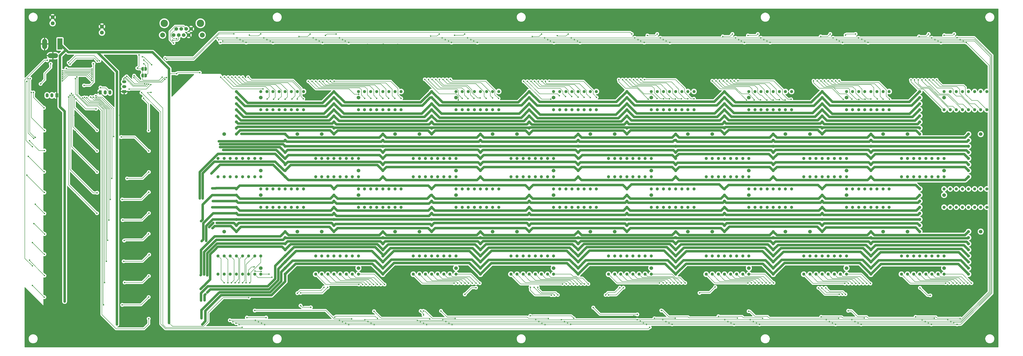
<source format=gbr>
%TF.GenerationSoftware,KiCad,Pcbnew,8.0.6*%
%TF.CreationDate,2025-05-14T01:22:40+09:00*%
%TF.ProjectId,denko_test,64656e6b-6f5f-4746-9573-742e6b696361,rev?*%
%TF.SameCoordinates,Original*%
%TF.FileFunction,Copper,L2,Bot*%
%TF.FilePolarity,Positive*%
%FSLAX46Y46*%
G04 Gerber Fmt 4.6, Leading zero omitted, Abs format (unit mm)*
G04 Created by KiCad (PCBNEW 8.0.6) date 2025-05-14 01:22:40*
%MOMM*%
%LPD*%
G01*
G04 APERTURE LIST*
G04 Aperture macros list*
%AMRoundRect*
0 Rectangle with rounded corners*
0 $1 Rounding radius*
0 $2 $3 $4 $5 $6 $7 $8 $9 X,Y pos of 4 corners*
0 Add a 4 corners polygon primitive as box body*
4,1,4,$2,$3,$4,$5,$6,$7,$8,$9,$2,$3,0*
0 Add four circle primitives for the rounded corners*
1,1,$1+$1,$2,$3*
1,1,$1+$1,$4,$5*
1,1,$1+$1,$6,$7*
1,1,$1+$1,$8,$9*
0 Add four rect primitives between the rounded corners*
20,1,$1+$1,$2,$3,$4,$5,0*
20,1,$1+$1,$4,$5,$6,$7,0*
20,1,$1+$1,$6,$7,$8,$9,0*
20,1,$1+$1,$8,$9,$2,$3,0*%
%AMFreePoly0*
4,1,19,0.500000,-0.750000,0.000000,-0.750000,0.000000,-0.744911,-0.071157,-0.744911,-0.207708,-0.704816,-0.327430,-0.627875,-0.420627,-0.520320,-0.479746,-0.390866,-0.500000,-0.250000,-0.500000,0.250000,-0.479746,0.390866,-0.420627,0.520320,-0.327430,0.627875,-0.207708,0.704816,-0.071157,0.744911,0.000000,0.744911,0.000000,0.750000,0.500000,0.750000,0.500000,-0.750000,0.500000,-0.750000,
$1*%
%AMFreePoly1*
4,1,19,0.000000,0.744911,0.071157,0.744911,0.207708,0.704816,0.327430,0.627875,0.420627,0.520320,0.479746,0.390866,0.500000,0.250000,0.500000,-0.250000,0.479746,-0.390866,0.420627,-0.520320,0.327430,-0.627875,0.207708,-0.704816,0.071157,-0.744911,0.000000,-0.744911,0.000000,-0.750000,-0.500000,-0.750000,-0.500000,0.750000,0.000000,0.750000,0.000000,0.744911,0.000000,0.744911,
$1*%
G04 Aperture macros list end*
%TA.AperFunction,WasherPad*%
%ADD10C,1.500000*%
%TD*%
%TA.AperFunction,ComponentPad*%
%ADD11C,1.300000*%
%TD*%
%TA.AperFunction,ComponentPad*%
%ADD12R,2.000000X4.600000*%
%TD*%
%TA.AperFunction,ComponentPad*%
%ADD13O,2.000000X4.200000*%
%TD*%
%TA.AperFunction,ComponentPad*%
%ADD14O,4.200000X2.000000*%
%TD*%
%TA.AperFunction,ComponentPad*%
%ADD15RoundRect,0.250000X0.350000X0.625000X-0.350000X0.625000X-0.350000X-0.625000X0.350000X-0.625000X0*%
%TD*%
%TA.AperFunction,ComponentPad*%
%ADD16O,1.200000X1.750000*%
%TD*%
%TA.AperFunction,ComponentPad*%
%ADD17RoundRect,0.250000X0.625000X-0.350000X0.625000X0.350000X-0.625000X0.350000X-0.625000X-0.350000X0*%
%TD*%
%TA.AperFunction,ComponentPad*%
%ADD18O,1.750000X1.200000*%
%TD*%
%TA.AperFunction,ComponentPad*%
%ADD19C,1.600000*%
%TD*%
%TA.AperFunction,ComponentPad*%
%ADD20RoundRect,0.250000X-0.350000X-0.625000X0.350000X-0.625000X0.350000X0.625000X-0.350000X0.625000X0*%
%TD*%
%TA.AperFunction,WasherPad*%
%ADD21C,2.000000*%
%TD*%
%TA.AperFunction,WasherPad*%
%ADD22C,3.000000*%
%TD*%
%TA.AperFunction,ComponentPad*%
%ADD23C,1.500000*%
%TD*%
%TA.AperFunction,SMDPad,CuDef*%
%ADD24FreePoly0,180.000000*%
%TD*%
%TA.AperFunction,SMDPad,CuDef*%
%ADD25FreePoly1,180.000000*%
%TD*%
%TA.AperFunction,ViaPad*%
%ADD26C,0.600000*%
%TD*%
%TA.AperFunction,ViaPad*%
%ADD27C,1.000000*%
%TD*%
%TA.AperFunction,Conductor*%
%ADD28C,0.200000*%
%TD*%
%TA.AperFunction,Conductor*%
%ADD29C,1.000000*%
%TD*%
G04 APERTURE END LIST*
D10*
%TO.P,U40,*%
%TO.N,*%
X510280000Y-316000000D03*
X495280000Y-301000000D03*
X525280000Y-301000000D03*
X510280000Y-286000000D03*
D11*
%TO.P,U40,1,COL1*%
%TO.N,COL17*%
X500280000Y-283500000D03*
%TO.P,U40,2,COL2*%
%TO.N,COL18*%
X500280000Y-286000000D03*
%TO.P,U40,3,COL3*%
%TO.N,COL19*%
X500280000Y-288500000D03*
%TO.P,U40,4,COL4*%
%TO.N,COL20*%
X500280000Y-291000000D03*
%TO.P,U40,5,COL5*%
%TO.N,COL21*%
X500280000Y-293500000D03*
%TO.P,U40,6,COL6*%
%TO.N,COL22*%
X500280000Y-296000000D03*
%TO.P,U40,7,COL7*%
%TO.N,COL23*%
X500280000Y-298500000D03*
%TO.P,U40,8,COL8*%
%TO.N,COL24*%
X500280000Y-301000000D03*
%TO.P,U40,9,ROW16_R*%
%TO.N,R_ROW_D112*%
X492780000Y-311000000D03*
%TO.P,U40,10,ROW15_R*%
%TO.N,R_ROW_D111*%
X495280000Y-311000000D03*
%TO.P,U40,11,ROW14_R*%
%TO.N,R_ROW_D110*%
X497780000Y-311000000D03*
%TO.P,U40,12,ROW13_R*%
%TO.N,R_ROW_D109*%
X500280000Y-311000000D03*
%TO.P,U40,13,ROW12_R*%
%TO.N,R_ROW_D108*%
X502780000Y-311000000D03*
%TO.P,U40,14,ROW11_R*%
%TO.N,R_ROW_D107*%
X505280000Y-311000000D03*
%TO.P,U40,15,ROW10_R*%
%TO.N,R_ROW_D106*%
X507780000Y-311000000D03*
%TO.P,U40,16,ROW9_R*%
%TO.N,R_ROW_D105*%
X510280000Y-311000000D03*
%TO.P,U40,17,COL16*%
%TO.N,COL32*%
X520280000Y-318500000D03*
%TO.P,U40,18,COL15*%
%TO.N,COL31*%
X520280000Y-316000000D03*
%TO.P,U40,19,COL14*%
%TO.N,COL30*%
X520280000Y-313500000D03*
%TO.P,U40,20,COL13*%
%TO.N,COL29*%
X520280000Y-311000000D03*
%TO.P,U40,21,COL12*%
%TO.N,COL28*%
X520280000Y-308500000D03*
%TO.P,U40,22,COL11*%
%TO.N,COL27*%
X520280000Y-306000000D03*
%TO.P,U40,23,COL10*%
%TO.N,COL26*%
X520280000Y-303500000D03*
%TO.P,U40,24,COL9*%
%TO.N,COL25*%
X520280000Y-301000000D03*
%TO.P,U40,25,ROW1_R*%
%TO.N,R_ROW_D97*%
X527780000Y-291000000D03*
%TO.P,U40,26,ROW2_R*%
%TO.N,R_ROW_D98*%
X525280000Y-291000000D03*
%TO.P,U40,27,ROW3_R*%
%TO.N,R_ROW_D99*%
X522780000Y-291000000D03*
%TO.P,U40,28,ROW4_R*%
%TO.N,R_ROW_D100*%
X520280000Y-291000000D03*
%TO.P,U40,29,ROW5_R*%
%TO.N,R_ROW_D101*%
X517780000Y-291000000D03*
%TO.P,U40,30,ROW6_R*%
%TO.N,R_ROW_D102*%
X515280000Y-291000000D03*
%TO.P,U40,31,ROW7_R*%
%TO.N,R_ROW_D103*%
X512780000Y-291000000D03*
%TO.P,U40,32,ROW8_R*%
%TO.N,R_ROW_D104*%
X510280000Y-291000000D03*
%TO.P,U40,33,ROW16_G*%
%TO.N,G_ROW_D112*%
X492780000Y-318500000D03*
%TO.P,U40,34,ROW15_G*%
%TO.N,G_ROW_D111*%
X495280000Y-318500000D03*
%TO.P,U40,35,ROW14_G*%
%TO.N,G_ROW_D110*%
X497780000Y-318500000D03*
%TO.P,U40,36,ROW13_G*%
%TO.N,G_ROW_D109*%
X500280000Y-318500000D03*
%TO.P,U40,37,ROW12_G*%
%TO.N,G_ROW_D108*%
X502780000Y-318500000D03*
%TO.P,U40,38,ROW11_G*%
%TO.N,G_ROW_D107*%
X505280000Y-318500000D03*
%TO.P,U40,39,ROW10_G*%
%TO.N,G_ROW_D106*%
X507780000Y-318500000D03*
%TO.P,U40,40,ROW9_G*%
%TO.N,G_ROW_D105*%
X510280000Y-318500000D03*
%TO.P,U40,41,ROW1_G*%
%TO.N,G_ROW_D97*%
X527780000Y-283500000D03*
%TO.P,U40,42,ROW2_G*%
%TO.N,G_ROW_D98*%
X525280000Y-283500000D03*
%TO.P,U40,43,ROW3_G*%
%TO.N,G_ROW_D99*%
X522780000Y-283500000D03*
%TO.P,U40,44,ROW4_G*%
%TO.N,G_ROW_D100*%
X520280000Y-283500000D03*
%TO.P,U40,45,ROW5_G*%
%TO.N,G_ROW_D101*%
X517780000Y-283500000D03*
%TO.P,U40,46,ROW6_G*%
%TO.N,G_ROW_D102*%
X515280000Y-283500000D03*
%TO.P,U40,47,ROW7_G*%
%TO.N,G_ROW_D103*%
X512780000Y-283500000D03*
%TO.P,U40,48,ROW8_G*%
%TO.N,G_ROW_D104*%
X510280000Y-283500000D03*
%TD*%
D10*
%TO.P,U49,*%
%TO.N,*%
X550280000Y-276000000D03*
X535280000Y-261000000D03*
X565280000Y-261000000D03*
X550280000Y-246000000D03*
D11*
%TO.P,U49,1,COL1*%
%TO.N,COL1*%
X540280000Y-243500000D03*
%TO.P,U49,2,COL2*%
%TO.N,COL2*%
X540280000Y-246000000D03*
%TO.P,U49,3,COL3*%
%TO.N,COL3*%
X540280000Y-248500000D03*
%TO.P,U49,4,COL4*%
%TO.N,COL4*%
X540280000Y-251000000D03*
%TO.P,U49,5,COL5*%
%TO.N,COL5*%
X540280000Y-253500000D03*
%TO.P,U49,6,COL6*%
%TO.N,COL6*%
X540280000Y-256000000D03*
%TO.P,U49,7,COL7*%
%TO.N,COL7*%
X540280000Y-258500000D03*
%TO.P,U49,8,COL8*%
%TO.N,COL8*%
X540280000Y-261000000D03*
%TO.P,U49,9,ROW16_R*%
%TO.N,R_ROW_D128*%
X532780000Y-271000000D03*
%TO.P,U49,10,ROW15_R*%
%TO.N,R_ROW_D127*%
X535280000Y-271000000D03*
%TO.P,U49,11,ROW14_R*%
%TO.N,R_ROW_D126*%
X537780000Y-271000000D03*
%TO.P,U49,12,ROW13_R*%
%TO.N,R_ROW_D125*%
X540280000Y-271000000D03*
%TO.P,U49,13,ROW12_R*%
%TO.N,R_ROW_D124*%
X542780000Y-271000000D03*
%TO.P,U49,14,ROW11_R*%
%TO.N,R_ROW_D123*%
X545280000Y-271000000D03*
%TO.P,U49,15,ROW10_R*%
%TO.N,R_ROW_D122*%
X547780000Y-271000000D03*
%TO.P,U49,16,ROW9_R*%
%TO.N,R_ROW_D121*%
X550280000Y-271000000D03*
%TO.P,U49,17,COL16*%
%TO.N,COL16*%
X560280000Y-278500000D03*
%TO.P,U49,18,COL15*%
%TO.N,COL15*%
X560280000Y-276000000D03*
%TO.P,U49,19,COL14*%
%TO.N,COL14*%
X560280000Y-273500000D03*
%TO.P,U49,20,COL13*%
%TO.N,COL13*%
X560280000Y-271000000D03*
%TO.P,U49,21,COL12*%
%TO.N,COL12*%
X560280000Y-268500000D03*
%TO.P,U49,22,COL11*%
%TO.N,COL11*%
X560280000Y-266000000D03*
%TO.P,U49,23,COL10*%
%TO.N,COL10*%
X560280000Y-263500000D03*
%TO.P,U49,24,COL9*%
%TO.N,COL9*%
X560280000Y-261000000D03*
%TO.P,U49,25,ROW1_R*%
%TO.N,R_ROW_D113*%
X567780000Y-251000000D03*
%TO.P,U49,26,ROW2_R*%
%TO.N,R_ROW_D114*%
X565280000Y-251000000D03*
%TO.P,U49,27,ROW3_R*%
%TO.N,R_ROW_D115*%
X562780000Y-251000000D03*
%TO.P,U49,28,ROW4_R*%
%TO.N,R_ROW_D116*%
X560280000Y-251000000D03*
%TO.P,U49,29,ROW5_R*%
%TO.N,R_ROW_D117*%
X557780000Y-251000000D03*
%TO.P,U49,30,ROW6_R*%
%TO.N,R_ROW_D118*%
X555280000Y-251000000D03*
%TO.P,U49,31,ROW7_R*%
%TO.N,R_ROW_D119*%
X552780000Y-251000000D03*
%TO.P,U49,32,ROW8_R*%
%TO.N,R_ROW_D120*%
X550280000Y-251000000D03*
%TO.P,U49,33,ROW16_G*%
%TO.N,G_ROW_D128*%
X532780000Y-278500000D03*
%TO.P,U49,34,ROW15_G*%
%TO.N,G_ROW_D127*%
X535280000Y-278500000D03*
%TO.P,U49,35,ROW14_G*%
%TO.N,G_ROW_D126*%
X537780000Y-278500000D03*
%TO.P,U49,36,ROW13_G*%
%TO.N,G_ROW_D125*%
X540280000Y-278500000D03*
%TO.P,U49,37,ROW12_G*%
%TO.N,G_ROW_D124*%
X542780000Y-278500000D03*
%TO.P,U49,38,ROW11_G*%
%TO.N,G_ROW_D123*%
X545280000Y-278500000D03*
%TO.P,U49,39,ROW10_G*%
%TO.N,G_ROW_D122*%
X547780000Y-278500000D03*
%TO.P,U49,40,ROW9_G*%
%TO.N,G_ROW_D121*%
X550280000Y-278500000D03*
%TO.P,U49,41,ROW1_G*%
%TO.N,G_ROW_D113*%
X567780000Y-243500000D03*
%TO.P,U49,42,ROW2_G*%
%TO.N,G_ROW_D114*%
X565280000Y-243500000D03*
%TO.P,U49,43,ROW3_G*%
%TO.N,G_ROW_D115*%
X562780000Y-243500000D03*
%TO.P,U49,44,ROW4_G*%
%TO.N,G_ROW_D116*%
X560280000Y-243500000D03*
%TO.P,U49,45,ROW5_G*%
%TO.N,G_ROW_D117*%
X557780000Y-243500000D03*
%TO.P,U49,46,ROW6_G*%
%TO.N,G_ROW_D118*%
X555280000Y-243500000D03*
%TO.P,U49,47,ROW7_G*%
%TO.N,G_ROW_D119*%
X552780000Y-243500000D03*
%TO.P,U49,48,ROW8_G*%
%TO.N,G_ROW_D120*%
X550280000Y-243500000D03*
%TD*%
D10*
%TO.P,U33,*%
%TO.N,*%
X470280000Y-276000000D03*
X455280000Y-261000000D03*
X485280000Y-261000000D03*
X470280000Y-246000000D03*
D11*
%TO.P,U33,1,COL1*%
%TO.N,COL1*%
X460280000Y-243500000D03*
%TO.P,U33,2,COL2*%
%TO.N,COL2*%
X460280000Y-246000000D03*
%TO.P,U33,3,COL3*%
%TO.N,COL3*%
X460280000Y-248500000D03*
%TO.P,U33,4,COL4*%
%TO.N,COL4*%
X460280000Y-251000000D03*
%TO.P,U33,5,COL5*%
%TO.N,COL5*%
X460280000Y-253500000D03*
%TO.P,U33,6,COL6*%
%TO.N,COL6*%
X460280000Y-256000000D03*
%TO.P,U33,7,COL7*%
%TO.N,COL7*%
X460280000Y-258500000D03*
%TO.P,U33,8,COL8*%
%TO.N,COL8*%
X460280000Y-261000000D03*
%TO.P,U33,9,ROW16_R*%
%TO.N,R_ROW_D96*%
X452780000Y-271000000D03*
%TO.P,U33,10,ROW15_R*%
%TO.N,R_ROW_D95*%
X455280000Y-271000000D03*
%TO.P,U33,11,ROW14_R*%
%TO.N,R_ROW_D94*%
X457780000Y-271000000D03*
%TO.P,U33,12,ROW13_R*%
%TO.N,R_ROW_D93*%
X460280000Y-271000000D03*
%TO.P,U33,13,ROW12_R*%
%TO.N,R_ROW_D92*%
X462780000Y-271000000D03*
%TO.P,U33,14,ROW11_R*%
%TO.N,R_ROW_D91*%
X465280000Y-271000000D03*
%TO.P,U33,15,ROW10_R*%
%TO.N,R_ROW_D90*%
X467780000Y-271000000D03*
%TO.P,U33,16,ROW9_R*%
%TO.N,R_ROW_D89*%
X470280000Y-271000000D03*
%TO.P,U33,17,COL16*%
%TO.N,COL16*%
X480280000Y-278500000D03*
%TO.P,U33,18,COL15*%
%TO.N,COL15*%
X480280000Y-276000000D03*
%TO.P,U33,19,COL14*%
%TO.N,COL14*%
X480280000Y-273500000D03*
%TO.P,U33,20,COL13*%
%TO.N,COL13*%
X480280000Y-271000000D03*
%TO.P,U33,21,COL12*%
%TO.N,COL12*%
X480280000Y-268500000D03*
%TO.P,U33,22,COL11*%
%TO.N,COL11*%
X480280000Y-266000000D03*
%TO.P,U33,23,COL10*%
%TO.N,COL10*%
X480280000Y-263500000D03*
%TO.P,U33,24,COL9*%
%TO.N,COL9*%
X480280000Y-261000000D03*
%TO.P,U33,25,ROW1_R*%
%TO.N,R_ROW_D81*%
X487780000Y-251000000D03*
%TO.P,U33,26,ROW2_R*%
%TO.N,R_ROW_D82*%
X485280000Y-251000000D03*
%TO.P,U33,27,ROW3_R*%
%TO.N,R_ROW_D83*%
X482780000Y-251000000D03*
%TO.P,U33,28,ROW4_R*%
%TO.N,R_ROW_D84*%
X480280000Y-251000000D03*
%TO.P,U33,29,ROW5_R*%
%TO.N,R_ROW_D85*%
X477780000Y-251000000D03*
%TO.P,U33,30,ROW6_R*%
%TO.N,R_ROW_D86*%
X475280000Y-251000000D03*
%TO.P,U33,31,ROW7_R*%
%TO.N,R_ROW_D87*%
X472780000Y-251000000D03*
%TO.P,U33,32,ROW8_R*%
%TO.N,R_ROW_D88*%
X470280000Y-251000000D03*
%TO.P,U33,33,ROW16_G*%
%TO.N,G_ROW_D96*%
X452780000Y-278500000D03*
%TO.P,U33,34,ROW15_G*%
%TO.N,G_ROW_D95*%
X455280000Y-278500000D03*
%TO.P,U33,35,ROW14_G*%
%TO.N,G_ROW_D94*%
X457780000Y-278500000D03*
%TO.P,U33,36,ROW13_G*%
%TO.N,G_ROW_D93*%
X460280000Y-278500000D03*
%TO.P,U33,37,ROW12_G*%
%TO.N,G_ROW_D92*%
X462780000Y-278500000D03*
%TO.P,U33,38,ROW11_G*%
%TO.N,G_ROW_D91*%
X465280000Y-278500000D03*
%TO.P,U33,39,ROW10_G*%
%TO.N,G_ROW_D90*%
X467780000Y-278500000D03*
%TO.P,U33,40,ROW9_G*%
%TO.N,G_ROW_D89*%
X470280000Y-278500000D03*
%TO.P,U33,41,ROW1_G*%
%TO.N,G_ROW_D81*%
X487780000Y-243500000D03*
%TO.P,U33,42,ROW2_G*%
%TO.N,G_ROW_D82*%
X485280000Y-243500000D03*
%TO.P,U33,43,ROW3_G*%
%TO.N,G_ROW_D83*%
X482780000Y-243500000D03*
%TO.P,U33,44,ROW4_G*%
%TO.N,G_ROW_D84*%
X480280000Y-243500000D03*
%TO.P,U33,45,ROW5_G*%
%TO.N,G_ROW_D85*%
X477780000Y-243500000D03*
%TO.P,U33,46,ROW6_G*%
%TO.N,G_ROW_D86*%
X475280000Y-243500000D03*
%TO.P,U33,47,ROW7_G*%
%TO.N,G_ROW_D87*%
X472780000Y-243500000D03*
%TO.P,U33,48,ROW8_G*%
%TO.N,G_ROW_D88*%
X470280000Y-243500000D03*
%TD*%
D12*
%TO.P,J2,1*%
%TO.N,+5V*%
X188000000Y-224000000D03*
D13*
%TO.P,J2,2*%
%TO.N,GND*%
X181700000Y-224000000D03*
D14*
%TO.P,J2,3*%
X185100000Y-228800000D03*
%TD*%
D15*
%TO.P,J5,1,Pin_1*%
%TO.N,GND*%
X186700000Y-245100000D03*
D16*
%TO.P,J5,2,Pin_2*%
%TO.N,Net-(J5-Pin_2)*%
X184700000Y-245100000D03*
%TO.P,J5,3,Pin_3*%
%TO.N,Net-(J5-Pin_3)*%
X182700000Y-245100000D03*
%TD*%
D10*
%TO.P,U39,*%
%TO.N,*%
X510280000Y-276000000D03*
X495280000Y-261000000D03*
X525280000Y-261000000D03*
X510280000Y-246000000D03*
D11*
%TO.P,U39,1,COL1*%
%TO.N,COL1*%
X500280000Y-243500000D03*
%TO.P,U39,2,COL2*%
%TO.N,COL2*%
X500280000Y-246000000D03*
%TO.P,U39,3,COL3*%
%TO.N,COL3*%
X500280000Y-248500000D03*
%TO.P,U39,4,COL4*%
%TO.N,COL4*%
X500280000Y-251000000D03*
%TO.P,U39,5,COL5*%
%TO.N,COL5*%
X500280000Y-253500000D03*
%TO.P,U39,6,COL6*%
%TO.N,COL6*%
X500280000Y-256000000D03*
%TO.P,U39,7,COL7*%
%TO.N,COL7*%
X500280000Y-258500000D03*
%TO.P,U39,8,COL8*%
%TO.N,COL8*%
X500280000Y-261000000D03*
%TO.P,U39,9,ROW16_R*%
%TO.N,R_ROW_D112*%
X492780000Y-271000000D03*
%TO.P,U39,10,ROW15_R*%
%TO.N,R_ROW_D111*%
X495280000Y-271000000D03*
%TO.P,U39,11,ROW14_R*%
%TO.N,R_ROW_D110*%
X497780000Y-271000000D03*
%TO.P,U39,12,ROW13_R*%
%TO.N,R_ROW_D109*%
X500280000Y-271000000D03*
%TO.P,U39,13,ROW12_R*%
%TO.N,R_ROW_D108*%
X502780000Y-271000000D03*
%TO.P,U39,14,ROW11_R*%
%TO.N,R_ROW_D107*%
X505280000Y-271000000D03*
%TO.P,U39,15,ROW10_R*%
%TO.N,R_ROW_D106*%
X507780000Y-271000000D03*
%TO.P,U39,16,ROW9_R*%
%TO.N,R_ROW_D105*%
X510280000Y-271000000D03*
%TO.P,U39,17,COL16*%
%TO.N,COL16*%
X520280000Y-278500000D03*
%TO.P,U39,18,COL15*%
%TO.N,COL15*%
X520280000Y-276000000D03*
%TO.P,U39,19,COL14*%
%TO.N,COL14*%
X520280000Y-273500000D03*
%TO.P,U39,20,COL13*%
%TO.N,COL13*%
X520280000Y-271000000D03*
%TO.P,U39,21,COL12*%
%TO.N,COL12*%
X520280000Y-268500000D03*
%TO.P,U39,22,COL11*%
%TO.N,COL11*%
X520280000Y-266000000D03*
%TO.P,U39,23,COL10*%
%TO.N,COL10*%
X520280000Y-263500000D03*
%TO.P,U39,24,COL9*%
%TO.N,COL9*%
X520280000Y-261000000D03*
%TO.P,U39,25,ROW1_R*%
%TO.N,R_ROW_D97*%
X527780000Y-251000000D03*
%TO.P,U39,26,ROW2_R*%
%TO.N,R_ROW_D98*%
X525280000Y-251000000D03*
%TO.P,U39,27,ROW3_R*%
%TO.N,R_ROW_D99*%
X522780000Y-251000000D03*
%TO.P,U39,28,ROW4_R*%
%TO.N,R_ROW_D100*%
X520280000Y-251000000D03*
%TO.P,U39,29,ROW5_R*%
%TO.N,R_ROW_D101*%
X517780000Y-251000000D03*
%TO.P,U39,30,ROW6_R*%
%TO.N,R_ROW_D102*%
X515280000Y-251000000D03*
%TO.P,U39,31,ROW7_R*%
%TO.N,R_ROW_D103*%
X512780000Y-251000000D03*
%TO.P,U39,32,ROW8_R*%
%TO.N,R_ROW_D104*%
X510280000Y-251000000D03*
%TO.P,U39,33,ROW16_G*%
%TO.N,G_ROW_D112*%
X492780000Y-278500000D03*
%TO.P,U39,34,ROW15_G*%
%TO.N,G_ROW_D111*%
X495280000Y-278500000D03*
%TO.P,U39,35,ROW14_G*%
%TO.N,G_ROW_D110*%
X497780000Y-278500000D03*
%TO.P,U39,36,ROW13_G*%
%TO.N,G_ROW_D109*%
X500280000Y-278500000D03*
%TO.P,U39,37,ROW12_G*%
%TO.N,G_ROW_D108*%
X502780000Y-278500000D03*
%TO.P,U39,38,ROW11_G*%
%TO.N,G_ROW_D107*%
X505280000Y-278500000D03*
%TO.P,U39,39,ROW10_G*%
%TO.N,G_ROW_D106*%
X507780000Y-278500000D03*
%TO.P,U39,40,ROW9_G*%
%TO.N,G_ROW_D105*%
X510280000Y-278500000D03*
%TO.P,U39,41,ROW1_G*%
%TO.N,G_ROW_D97*%
X527780000Y-243500000D03*
%TO.P,U39,42,ROW2_G*%
%TO.N,G_ROW_D98*%
X525280000Y-243500000D03*
%TO.P,U39,43,ROW3_G*%
%TO.N,G_ROW_D99*%
X522780000Y-243500000D03*
%TO.P,U39,44,ROW4_G*%
%TO.N,G_ROW_D100*%
X520280000Y-243500000D03*
%TO.P,U39,45,ROW5_G*%
%TO.N,G_ROW_D101*%
X517780000Y-243500000D03*
%TO.P,U39,46,ROW6_G*%
%TO.N,G_ROW_D102*%
X515280000Y-243500000D03*
%TO.P,U39,47,ROW7_G*%
%TO.N,G_ROW_D103*%
X512780000Y-243500000D03*
%TO.P,U39,48,ROW8_G*%
%TO.N,G_ROW_D104*%
X510280000Y-243500000D03*
%TD*%
D10*
%TO.P,U34,*%
%TO.N,*%
X470280000Y-316000000D03*
X455280000Y-301000000D03*
X485280000Y-301000000D03*
X470280000Y-286000000D03*
D11*
%TO.P,U34,1,COL1*%
%TO.N,COL17*%
X460280000Y-283500000D03*
%TO.P,U34,2,COL2*%
%TO.N,COL18*%
X460280000Y-286000000D03*
%TO.P,U34,3,COL3*%
%TO.N,COL19*%
X460280000Y-288500000D03*
%TO.P,U34,4,COL4*%
%TO.N,COL20*%
X460280000Y-291000000D03*
%TO.P,U34,5,COL5*%
%TO.N,COL21*%
X460280000Y-293500000D03*
%TO.P,U34,6,COL6*%
%TO.N,COL22*%
X460280000Y-296000000D03*
%TO.P,U34,7,COL7*%
%TO.N,COL23*%
X460280000Y-298500000D03*
%TO.P,U34,8,COL8*%
%TO.N,COL24*%
X460280000Y-301000000D03*
%TO.P,U34,9,ROW16_R*%
%TO.N,R_ROW_D96*%
X452780000Y-311000000D03*
%TO.P,U34,10,ROW15_R*%
%TO.N,R_ROW_D95*%
X455280000Y-311000000D03*
%TO.P,U34,11,ROW14_R*%
%TO.N,R_ROW_D94*%
X457780000Y-311000000D03*
%TO.P,U34,12,ROW13_R*%
%TO.N,R_ROW_D93*%
X460280000Y-311000000D03*
%TO.P,U34,13,ROW12_R*%
%TO.N,R_ROW_D92*%
X462780000Y-311000000D03*
%TO.P,U34,14,ROW11_R*%
%TO.N,R_ROW_D91*%
X465280000Y-311000000D03*
%TO.P,U34,15,ROW10_R*%
%TO.N,R_ROW_D90*%
X467780000Y-311000000D03*
%TO.P,U34,16,ROW9_R*%
%TO.N,R_ROW_D89*%
X470280000Y-311000000D03*
%TO.P,U34,17,COL16*%
%TO.N,COL32*%
X480280000Y-318500000D03*
%TO.P,U34,18,COL15*%
%TO.N,COL31*%
X480280000Y-316000000D03*
%TO.P,U34,19,COL14*%
%TO.N,COL30*%
X480280000Y-313500000D03*
%TO.P,U34,20,COL13*%
%TO.N,COL29*%
X480280000Y-311000000D03*
%TO.P,U34,21,COL12*%
%TO.N,COL28*%
X480280000Y-308500000D03*
%TO.P,U34,22,COL11*%
%TO.N,COL27*%
X480280000Y-306000000D03*
%TO.P,U34,23,COL10*%
%TO.N,COL26*%
X480280000Y-303500000D03*
%TO.P,U34,24,COL9*%
%TO.N,COL25*%
X480280000Y-301000000D03*
%TO.P,U34,25,ROW1_R*%
%TO.N,R_ROW_D81*%
X487780000Y-291000000D03*
%TO.P,U34,26,ROW2_R*%
%TO.N,R_ROW_D82*%
X485280000Y-291000000D03*
%TO.P,U34,27,ROW3_R*%
%TO.N,R_ROW_D83*%
X482780000Y-291000000D03*
%TO.P,U34,28,ROW4_R*%
%TO.N,R_ROW_D84*%
X480280000Y-291000000D03*
%TO.P,U34,29,ROW5_R*%
%TO.N,R_ROW_D85*%
X477780000Y-291000000D03*
%TO.P,U34,30,ROW6_R*%
%TO.N,R_ROW_D86*%
X475280000Y-291000000D03*
%TO.P,U34,31,ROW7_R*%
%TO.N,R_ROW_D87*%
X472780000Y-291000000D03*
%TO.P,U34,32,ROW8_R*%
%TO.N,R_ROW_D88*%
X470280000Y-291000000D03*
%TO.P,U34,33,ROW16_G*%
%TO.N,G_ROW_D96*%
X452780000Y-318500000D03*
%TO.P,U34,34,ROW15_G*%
%TO.N,G_ROW_D95*%
X455280000Y-318500000D03*
%TO.P,U34,35,ROW14_G*%
%TO.N,G_ROW_D94*%
X457780000Y-318500000D03*
%TO.P,U34,36,ROW13_G*%
%TO.N,G_ROW_D93*%
X460280000Y-318500000D03*
%TO.P,U34,37,ROW12_G*%
%TO.N,G_ROW_D92*%
X462780000Y-318500000D03*
%TO.P,U34,38,ROW11_G*%
%TO.N,G_ROW_D91*%
X465280000Y-318500000D03*
%TO.P,U34,39,ROW10_G*%
%TO.N,G_ROW_D90*%
X467780000Y-318500000D03*
%TO.P,U34,40,ROW9_G*%
%TO.N,G_ROW_D89*%
X470280000Y-318500000D03*
%TO.P,U34,41,ROW1_G*%
%TO.N,G_ROW_D81*%
X487780000Y-283500000D03*
%TO.P,U34,42,ROW2_G*%
%TO.N,G_ROW_D82*%
X485280000Y-283500000D03*
%TO.P,U34,43,ROW3_G*%
%TO.N,G_ROW_D83*%
X482780000Y-283500000D03*
%TO.P,U34,44,ROW4_G*%
%TO.N,G_ROW_D84*%
X480280000Y-283500000D03*
%TO.P,U34,45,ROW5_G*%
%TO.N,G_ROW_D85*%
X477780000Y-283500000D03*
%TO.P,U34,46,ROW6_G*%
%TO.N,G_ROW_D86*%
X475280000Y-283500000D03*
%TO.P,U34,47,ROW7_G*%
%TO.N,G_ROW_D87*%
X472780000Y-283500000D03*
%TO.P,U34,48,ROW8_G*%
%TO.N,G_ROW_D88*%
X470280000Y-283500000D03*
%TD*%
D17*
%TO.P,J1,1,Pin_1*%
%TO.N,GND*%
X214300000Y-243500000D03*
D18*
%TO.P,J1,2,Pin_2*%
%TO.N,Net-(J1-Pin_2)*%
X214300000Y-241500000D03*
%TO.P,J1,3,Pin_3*%
%TO.N,Net-(J1-Pin_3)*%
X214300000Y-239500000D03*
%TD*%
D10*
%TO.P,U6,*%
%TO.N,*%
X310280000Y-316000000D03*
X295280000Y-301000000D03*
X325280000Y-301000000D03*
X310280000Y-286000000D03*
D11*
%TO.P,U6,1,COL1*%
%TO.N,COL17*%
X300280000Y-283500000D03*
%TO.P,U6,2,COL2*%
%TO.N,COL18*%
X300280000Y-286000000D03*
%TO.P,U6,3,COL3*%
%TO.N,COL19*%
X300280000Y-288500000D03*
%TO.P,U6,4,COL4*%
%TO.N,COL20*%
X300280000Y-291000000D03*
%TO.P,U6,5,COL5*%
%TO.N,COL21*%
X300280000Y-293500000D03*
%TO.P,U6,6,COL6*%
%TO.N,COL22*%
X300280000Y-296000000D03*
%TO.P,U6,7,COL7*%
%TO.N,COL23*%
X300280000Y-298500000D03*
%TO.P,U6,8,COL8*%
%TO.N,COL24*%
X300280000Y-301000000D03*
%TO.P,U6,9,ROW16_R*%
%TO.N,R_ROW_D32*%
X292780000Y-311000000D03*
%TO.P,U6,10,ROW15_R*%
%TO.N,R_ROW_D31*%
X295280000Y-311000000D03*
%TO.P,U6,11,ROW14_R*%
%TO.N,R_ROW_D30*%
X297780000Y-311000000D03*
%TO.P,U6,12,ROW13_R*%
%TO.N,R_ROW_D29*%
X300280000Y-311000000D03*
%TO.P,U6,13,ROW12_R*%
%TO.N,R_ROW_D28*%
X302780000Y-311000000D03*
%TO.P,U6,14,ROW11_R*%
%TO.N,R_ROW_D27*%
X305280000Y-311000000D03*
%TO.P,U6,15,ROW10_R*%
%TO.N,R_ROW_D26*%
X307780000Y-311000000D03*
%TO.P,U6,16,ROW9_R*%
%TO.N,R_ROW_D25*%
X310280000Y-311000000D03*
%TO.P,U6,17,COL16*%
%TO.N,COL32*%
X320280000Y-318500000D03*
%TO.P,U6,18,COL15*%
%TO.N,COL31*%
X320280000Y-316000000D03*
%TO.P,U6,19,COL14*%
%TO.N,COL30*%
X320280000Y-313500000D03*
%TO.P,U6,20,COL13*%
%TO.N,COL29*%
X320280000Y-311000000D03*
%TO.P,U6,21,COL12*%
%TO.N,COL28*%
X320280000Y-308500000D03*
%TO.P,U6,22,COL11*%
%TO.N,COL27*%
X320280000Y-306000000D03*
%TO.P,U6,23,COL10*%
%TO.N,COL26*%
X320280000Y-303500000D03*
%TO.P,U6,24,COL9*%
%TO.N,COL25*%
X320280000Y-301000000D03*
%TO.P,U6,25,ROW1_R*%
%TO.N,R_ROW_D17*%
X327780000Y-291000000D03*
%TO.P,U6,26,ROW2_R*%
%TO.N,R_ROW_D18*%
X325280000Y-291000000D03*
%TO.P,U6,27,ROW3_R*%
%TO.N,R_ROW_D19*%
X322780000Y-291000000D03*
%TO.P,U6,28,ROW4_R*%
%TO.N,R_ROW_D20*%
X320280000Y-291000000D03*
%TO.P,U6,29,ROW5_R*%
%TO.N,R_ROW_D21*%
X317780000Y-291000000D03*
%TO.P,U6,30,ROW6_R*%
%TO.N,R_ROW_D22*%
X315280000Y-291000000D03*
%TO.P,U6,31,ROW7_R*%
%TO.N,R_ROW_D23*%
X312780000Y-291000000D03*
%TO.P,U6,32,ROW8_R*%
%TO.N,R_ROW_D24*%
X310280000Y-291000000D03*
%TO.P,U6,33,ROW16_G*%
%TO.N,G_ROW_D32*%
X292780000Y-318500000D03*
%TO.P,U6,34,ROW15_G*%
%TO.N,G_ROW_D31*%
X295280000Y-318500000D03*
%TO.P,U6,35,ROW14_G*%
%TO.N,G_ROW_D30*%
X297780000Y-318500000D03*
%TO.P,U6,36,ROW13_G*%
%TO.N,G_ROW_D29*%
X300280000Y-318500000D03*
%TO.P,U6,37,ROW12_G*%
%TO.N,G_ROW_D28*%
X302780000Y-318500000D03*
%TO.P,U6,38,ROW11_G*%
%TO.N,G_ROW_D27*%
X305280000Y-318500000D03*
%TO.P,U6,39,ROW10_G*%
%TO.N,G_ROW_D26*%
X307780000Y-318500000D03*
%TO.P,U6,40,ROW9_G*%
%TO.N,G_ROW_D25*%
X310280000Y-318500000D03*
%TO.P,U6,41,ROW1_G*%
%TO.N,G_ROW_D17*%
X327780000Y-283500000D03*
%TO.P,U6,42,ROW2_G*%
%TO.N,G_ROW_D18*%
X325280000Y-283500000D03*
%TO.P,U6,43,ROW3_G*%
%TO.N,G_ROW_D19*%
X322780000Y-283500000D03*
%TO.P,U6,44,ROW4_G*%
%TO.N,G_ROW_D20*%
X320280000Y-283500000D03*
%TO.P,U6,45,ROW5_G*%
%TO.N,G_ROW_D21*%
X317780000Y-283500000D03*
%TO.P,U6,46,ROW6_G*%
%TO.N,G_ROW_D22*%
X315280000Y-283500000D03*
%TO.P,U6,47,ROW7_G*%
%TO.N,G_ROW_D23*%
X312780000Y-283500000D03*
%TO.P,U6,48,ROW8_G*%
%TO.N,G_ROW_D24*%
X310280000Y-283500000D03*
%TD*%
D19*
%TO.P,C1,1*%
%TO.N,+5V*%
X185000000Y-215500000D03*
%TO.P,C1,2*%
%TO.N,GND*%
X185000000Y-213000000D03*
%TD*%
D10*
%TO.P,U21,*%
%TO.N,*%
X390280000Y-276000000D03*
X375280000Y-261000000D03*
X405280000Y-261000000D03*
X390280000Y-246000000D03*
D11*
%TO.P,U21,1,COL1*%
%TO.N,COL1*%
X380280000Y-243500000D03*
%TO.P,U21,2,COL2*%
%TO.N,COL2*%
X380280000Y-246000000D03*
%TO.P,U21,3,COL3*%
%TO.N,COL3*%
X380280000Y-248500000D03*
%TO.P,U21,4,COL4*%
%TO.N,COL4*%
X380280000Y-251000000D03*
%TO.P,U21,5,COL5*%
%TO.N,COL5*%
X380280000Y-253500000D03*
%TO.P,U21,6,COL6*%
%TO.N,COL6*%
X380280000Y-256000000D03*
%TO.P,U21,7,COL7*%
%TO.N,COL7*%
X380280000Y-258500000D03*
%TO.P,U21,8,COL8*%
%TO.N,COL8*%
X380280000Y-261000000D03*
%TO.P,U21,9,ROW16_R*%
%TO.N,R_ROW_D64*%
X372780000Y-271000000D03*
%TO.P,U21,10,ROW15_R*%
%TO.N,R_ROW_D63*%
X375280000Y-271000000D03*
%TO.P,U21,11,ROW14_R*%
%TO.N,R_ROW_D62*%
X377780000Y-271000000D03*
%TO.P,U21,12,ROW13_R*%
%TO.N,R_ROW_D61*%
X380280000Y-271000000D03*
%TO.P,U21,13,ROW12_R*%
%TO.N,R_ROW_D60*%
X382780000Y-271000000D03*
%TO.P,U21,14,ROW11_R*%
%TO.N,R_ROW_D59*%
X385280000Y-271000000D03*
%TO.P,U21,15,ROW10_R*%
%TO.N,R_ROW_D58*%
X387780000Y-271000000D03*
%TO.P,U21,16,ROW9_R*%
%TO.N,R_ROW_D57*%
X390280000Y-271000000D03*
%TO.P,U21,17,COL16*%
%TO.N,COL16*%
X400280000Y-278500000D03*
%TO.P,U21,18,COL15*%
%TO.N,COL15*%
X400280000Y-276000000D03*
%TO.P,U21,19,COL14*%
%TO.N,COL14*%
X400280000Y-273500000D03*
%TO.P,U21,20,COL13*%
%TO.N,COL13*%
X400280000Y-271000000D03*
%TO.P,U21,21,COL12*%
%TO.N,COL12*%
X400280000Y-268500000D03*
%TO.P,U21,22,COL11*%
%TO.N,COL11*%
X400280000Y-266000000D03*
%TO.P,U21,23,COL10*%
%TO.N,COL10*%
X400280000Y-263500000D03*
%TO.P,U21,24,COL9*%
%TO.N,COL9*%
X400280000Y-261000000D03*
%TO.P,U21,25,ROW1_R*%
%TO.N,R_ROW_D49*%
X407780000Y-251000000D03*
%TO.P,U21,26,ROW2_R*%
%TO.N,R_ROW_D50*%
X405280000Y-251000000D03*
%TO.P,U21,27,ROW3_R*%
%TO.N,R_ROW_D51*%
X402780000Y-251000000D03*
%TO.P,U21,28,ROW4_R*%
%TO.N,R_ROW_D52*%
X400280000Y-251000000D03*
%TO.P,U21,29,ROW5_R*%
%TO.N,R_ROW_D53*%
X397780000Y-251000000D03*
%TO.P,U21,30,ROW6_R*%
%TO.N,R_ROW_D54*%
X395280000Y-251000000D03*
%TO.P,U21,31,ROW7_R*%
%TO.N,R_ROW_D55*%
X392780000Y-251000000D03*
%TO.P,U21,32,ROW8_R*%
%TO.N,R_ROW_D56*%
X390280000Y-251000000D03*
%TO.P,U21,33,ROW16_G*%
%TO.N,G_ROW_D64*%
X372780000Y-278500000D03*
%TO.P,U21,34,ROW15_G*%
%TO.N,G_ROW_D63*%
X375280000Y-278500000D03*
%TO.P,U21,35,ROW14_G*%
%TO.N,G_ROW_D62*%
X377780000Y-278500000D03*
%TO.P,U21,36,ROW13_G*%
%TO.N,G_ROW_D61*%
X380280000Y-278500000D03*
%TO.P,U21,37,ROW12_G*%
%TO.N,G_ROW_D60*%
X382780000Y-278500000D03*
%TO.P,U21,38,ROW11_G*%
%TO.N,G_ROW_D59*%
X385280000Y-278500000D03*
%TO.P,U21,39,ROW10_G*%
%TO.N,G_ROW_D58*%
X387780000Y-278500000D03*
%TO.P,U21,40,ROW9_G*%
%TO.N,G_ROW_D57*%
X390280000Y-278500000D03*
%TO.P,U21,41,ROW1_G*%
%TO.N,G_ROW_D49*%
X407780000Y-243500000D03*
%TO.P,U21,42,ROW2_G*%
%TO.N,G_ROW_D50*%
X405280000Y-243500000D03*
%TO.P,U21,43,ROW3_G*%
%TO.N,G_ROW_D51*%
X402780000Y-243500000D03*
%TO.P,U21,44,ROW4_G*%
%TO.N,G_ROW_D52*%
X400280000Y-243500000D03*
%TO.P,U21,45,ROW5_G*%
%TO.N,G_ROW_D53*%
X397780000Y-243500000D03*
%TO.P,U21,46,ROW6_G*%
%TO.N,G_ROW_D54*%
X395280000Y-243500000D03*
%TO.P,U21,47,ROW7_G*%
%TO.N,G_ROW_D55*%
X392780000Y-243500000D03*
%TO.P,U21,48,ROW8_G*%
%TO.N,G_ROW_D56*%
X390280000Y-243500000D03*
%TD*%
D10*
%TO.P,U3,*%
%TO.N,*%
X270280000Y-276000000D03*
X255280000Y-261000000D03*
X285280000Y-261000000D03*
X270280000Y-246000000D03*
D11*
%TO.P,U3,1,COL1*%
%TO.N,COL1*%
X260280000Y-243500000D03*
%TO.P,U3,2,COL2*%
%TO.N,COL2*%
X260280000Y-246000000D03*
%TO.P,U3,3,COL3*%
%TO.N,COL3*%
X260280000Y-248500000D03*
%TO.P,U3,4,COL4*%
%TO.N,COL4*%
X260280000Y-251000000D03*
%TO.P,U3,5,COL5*%
%TO.N,COL5*%
X260280000Y-253500000D03*
%TO.P,U3,6,COL6*%
%TO.N,COL6*%
X260280000Y-256000000D03*
%TO.P,U3,7,COL7*%
%TO.N,COL7*%
X260280000Y-258500000D03*
%TO.P,U3,8,COL8*%
%TO.N,COL8*%
X260280000Y-261000000D03*
%TO.P,U3,9,ROW16_R*%
%TO.N,R_ROW_D16*%
X252780000Y-271000000D03*
%TO.P,U3,10,ROW15_R*%
%TO.N,R_ROW_D15*%
X255280000Y-271000000D03*
%TO.P,U3,11,ROW14_R*%
%TO.N,R_ROW_D14*%
X257780000Y-271000000D03*
%TO.P,U3,12,ROW13_R*%
%TO.N,R_ROW_D13*%
X260280000Y-271000000D03*
%TO.P,U3,13,ROW12_R*%
%TO.N,R_ROW_D12*%
X262780000Y-271000000D03*
%TO.P,U3,14,ROW11_R*%
%TO.N,R_ROW_D11*%
X265280000Y-271000000D03*
%TO.P,U3,15,ROW10_R*%
%TO.N,R_ROW_D10*%
X267780000Y-271000000D03*
%TO.P,U3,16,ROW9_R*%
%TO.N,R_ROW_D9*%
X270280000Y-271000000D03*
%TO.P,U3,17,COL16*%
%TO.N,COL16*%
X280280000Y-278500000D03*
%TO.P,U3,18,COL15*%
%TO.N,COL15*%
X280280000Y-276000000D03*
%TO.P,U3,19,COL14*%
%TO.N,COL14*%
X280280000Y-273500000D03*
%TO.P,U3,20,COL13*%
%TO.N,COL13*%
X280280000Y-271000000D03*
%TO.P,U3,21,COL12*%
%TO.N,COL12*%
X280280000Y-268500000D03*
%TO.P,U3,22,COL11*%
%TO.N,COL11*%
X280280000Y-266000000D03*
%TO.P,U3,23,COL10*%
%TO.N,COL10*%
X280280000Y-263500000D03*
%TO.P,U3,24,COL9*%
%TO.N,COL9*%
X280280000Y-261000000D03*
%TO.P,U3,25,ROW1_R*%
%TO.N,R_ROW_D1*%
X287780000Y-251000000D03*
%TO.P,U3,26,ROW2_R*%
%TO.N,R_ROW_D2*%
X285280000Y-251000000D03*
%TO.P,U3,27,ROW3_R*%
%TO.N,R_ROW_D3*%
X282780000Y-251000000D03*
%TO.P,U3,28,ROW4_R*%
%TO.N,R_ROW_D4*%
X280280000Y-251000000D03*
%TO.P,U3,29,ROW5_R*%
%TO.N,R_ROW_D5*%
X277780000Y-251000000D03*
%TO.P,U3,30,ROW6_R*%
%TO.N,R_ROW_D6*%
X275280000Y-251000000D03*
%TO.P,U3,31,ROW7_R*%
%TO.N,R_ROW_D7*%
X272780000Y-251000000D03*
%TO.P,U3,32,ROW8_R*%
%TO.N,R_ROW_D8*%
X270280000Y-251000000D03*
%TO.P,U3,33,ROW16_G*%
%TO.N,G_ROW_D16*%
X252780000Y-278500000D03*
%TO.P,U3,34,ROW15_G*%
%TO.N,G_ROW_D15*%
X255280000Y-278500000D03*
%TO.P,U3,35,ROW14_G*%
%TO.N,G_ROW_D14*%
X257780000Y-278500000D03*
%TO.P,U3,36,ROW13_G*%
%TO.N,G_ROW_D13*%
X260280000Y-278500000D03*
%TO.P,U3,37,ROW12_G*%
%TO.N,G_ROW_D12*%
X262780000Y-278500000D03*
%TO.P,U3,38,ROW11_G*%
%TO.N,G_ROW_D11*%
X265280000Y-278500000D03*
%TO.P,U3,39,ROW10_G*%
%TO.N,G_ROW_D10*%
X267780000Y-278500000D03*
%TO.P,U3,40,ROW9_G*%
%TO.N,G_ROW_D9*%
X270280000Y-278500000D03*
%TO.P,U3,41,ROW1_G*%
%TO.N,G_ROW_D1*%
X287780000Y-243500000D03*
%TO.P,U3,42,ROW2_G*%
%TO.N,G_ROW_D2*%
X285280000Y-243500000D03*
%TO.P,U3,43,ROW3_G*%
%TO.N,G_ROW_D3*%
X282780000Y-243500000D03*
%TO.P,U3,44,ROW4_G*%
%TO.N,G_ROW_D4*%
X280280000Y-243500000D03*
%TO.P,U3,45,ROW5_G*%
%TO.N,G_ROW_D5*%
X277780000Y-243500000D03*
%TO.P,U3,46,ROW6_G*%
%TO.N,G_ROW_D6*%
X275280000Y-243500000D03*
%TO.P,U3,47,ROW7_G*%
%TO.N,G_ROW_D7*%
X272780000Y-243500000D03*
%TO.P,U3,48,ROW8_G*%
%TO.N,G_ROW_D8*%
X270280000Y-243500000D03*
%TD*%
D10*
%TO.P,U28,*%
%TO.N,*%
X430280000Y-316000000D03*
X415280000Y-301000000D03*
X445280000Y-301000000D03*
X430280000Y-286000000D03*
D11*
%TO.P,U28,1,COL1*%
%TO.N,COL17*%
X420280000Y-283500000D03*
%TO.P,U28,2,COL2*%
%TO.N,COL18*%
X420280000Y-286000000D03*
%TO.P,U28,3,COL3*%
%TO.N,COL19*%
X420280000Y-288500000D03*
%TO.P,U28,4,COL4*%
%TO.N,COL20*%
X420280000Y-291000000D03*
%TO.P,U28,5,COL5*%
%TO.N,COL21*%
X420280000Y-293500000D03*
%TO.P,U28,6,COL6*%
%TO.N,COL22*%
X420280000Y-296000000D03*
%TO.P,U28,7,COL7*%
%TO.N,COL23*%
X420280000Y-298500000D03*
%TO.P,U28,8,COL8*%
%TO.N,COL24*%
X420280000Y-301000000D03*
%TO.P,U28,9,ROW16_R*%
%TO.N,R_ROW_D80*%
X412780000Y-311000000D03*
%TO.P,U28,10,ROW15_R*%
%TO.N,R_ROW_D79*%
X415280000Y-311000000D03*
%TO.P,U28,11,ROW14_R*%
%TO.N,R_ROW_D78*%
X417780000Y-311000000D03*
%TO.P,U28,12,ROW13_R*%
%TO.N,R_ROW_D77*%
X420280000Y-311000000D03*
%TO.P,U28,13,ROW12_R*%
%TO.N,R_ROW_D76*%
X422780000Y-311000000D03*
%TO.P,U28,14,ROW11_R*%
%TO.N,R_ROW_D75*%
X425280000Y-311000000D03*
%TO.P,U28,15,ROW10_R*%
%TO.N,R_ROW_D74*%
X427780000Y-311000000D03*
%TO.P,U28,16,ROW9_R*%
%TO.N,R_ROW_D73*%
X430280000Y-311000000D03*
%TO.P,U28,17,COL16*%
%TO.N,COL32*%
X440280000Y-318500000D03*
%TO.P,U28,18,COL15*%
%TO.N,COL31*%
X440280000Y-316000000D03*
%TO.P,U28,19,COL14*%
%TO.N,COL30*%
X440280000Y-313500000D03*
%TO.P,U28,20,COL13*%
%TO.N,COL29*%
X440280000Y-311000000D03*
%TO.P,U28,21,COL12*%
%TO.N,COL28*%
X440280000Y-308500000D03*
%TO.P,U28,22,COL11*%
%TO.N,COL27*%
X440280000Y-306000000D03*
%TO.P,U28,23,COL10*%
%TO.N,COL26*%
X440280000Y-303500000D03*
%TO.P,U28,24,COL9*%
%TO.N,COL25*%
X440280000Y-301000000D03*
%TO.P,U28,25,ROW1_R*%
%TO.N,R_ROW_D65*%
X447780000Y-291000000D03*
%TO.P,U28,26,ROW2_R*%
%TO.N,R_ROW_D66*%
X445280000Y-291000000D03*
%TO.P,U28,27,ROW3_R*%
%TO.N,R_ROW_D67*%
X442780000Y-291000000D03*
%TO.P,U28,28,ROW4_R*%
%TO.N,R_ROW_D68*%
X440280000Y-291000000D03*
%TO.P,U28,29,ROW5_R*%
%TO.N,R_ROW_D69*%
X437780000Y-291000000D03*
%TO.P,U28,30,ROW6_R*%
%TO.N,R_ROW_D70*%
X435280000Y-291000000D03*
%TO.P,U28,31,ROW7_R*%
%TO.N,R_ROW_D71*%
X432780000Y-291000000D03*
%TO.P,U28,32,ROW8_R*%
%TO.N,R_ROW_D72*%
X430280000Y-291000000D03*
%TO.P,U28,33,ROW16_G*%
%TO.N,G_ROW_D80*%
X412780000Y-318500000D03*
%TO.P,U28,34,ROW15_G*%
%TO.N,G_ROW_D79*%
X415280000Y-318500000D03*
%TO.P,U28,35,ROW14_G*%
%TO.N,G_ROW_D78*%
X417780000Y-318500000D03*
%TO.P,U28,36,ROW13_G*%
%TO.N,G_ROW_D77*%
X420280000Y-318500000D03*
%TO.P,U28,37,ROW12_G*%
%TO.N,G_ROW_D76*%
X422780000Y-318500000D03*
%TO.P,U28,38,ROW11_G*%
%TO.N,G_ROW_D75*%
X425280000Y-318500000D03*
%TO.P,U28,39,ROW10_G*%
%TO.N,G_ROW_D74*%
X427780000Y-318500000D03*
%TO.P,U28,40,ROW9_G*%
%TO.N,G_ROW_D73*%
X430280000Y-318500000D03*
%TO.P,U28,41,ROW1_G*%
%TO.N,G_ROW_D65*%
X447780000Y-283500000D03*
%TO.P,U28,42,ROW2_G*%
%TO.N,G_ROW_D66*%
X445280000Y-283500000D03*
%TO.P,U28,43,ROW3_G*%
%TO.N,G_ROW_D67*%
X442780000Y-283500000D03*
%TO.P,U28,44,ROW4_G*%
%TO.N,G_ROW_D68*%
X440280000Y-283500000D03*
%TO.P,U28,45,ROW5_G*%
%TO.N,G_ROW_D69*%
X437780000Y-283500000D03*
%TO.P,U28,46,ROW6_G*%
%TO.N,G_ROW_D70*%
X435280000Y-283500000D03*
%TO.P,U28,47,ROW7_G*%
%TO.N,G_ROW_D71*%
X432780000Y-283500000D03*
%TO.P,U28,48,ROW8_G*%
%TO.N,G_ROW_D72*%
X430280000Y-283500000D03*
%TD*%
D10*
%TO.P,U27,*%
%TO.N,*%
X430280000Y-276000000D03*
X415280000Y-261000000D03*
X445280000Y-261000000D03*
X430280000Y-246000000D03*
D11*
%TO.P,U27,1,COL1*%
%TO.N,COL1*%
X420280000Y-243500000D03*
%TO.P,U27,2,COL2*%
%TO.N,COL2*%
X420280000Y-246000000D03*
%TO.P,U27,3,COL3*%
%TO.N,COL3*%
X420280000Y-248500000D03*
%TO.P,U27,4,COL4*%
%TO.N,COL4*%
X420280000Y-251000000D03*
%TO.P,U27,5,COL5*%
%TO.N,COL5*%
X420280000Y-253500000D03*
%TO.P,U27,6,COL6*%
%TO.N,COL6*%
X420280000Y-256000000D03*
%TO.P,U27,7,COL7*%
%TO.N,COL7*%
X420280000Y-258500000D03*
%TO.P,U27,8,COL8*%
%TO.N,COL8*%
X420280000Y-261000000D03*
%TO.P,U27,9,ROW16_R*%
%TO.N,R_ROW_D80*%
X412780000Y-271000000D03*
%TO.P,U27,10,ROW15_R*%
%TO.N,R_ROW_D79*%
X415280000Y-271000000D03*
%TO.P,U27,11,ROW14_R*%
%TO.N,R_ROW_D78*%
X417780000Y-271000000D03*
%TO.P,U27,12,ROW13_R*%
%TO.N,R_ROW_D77*%
X420280000Y-271000000D03*
%TO.P,U27,13,ROW12_R*%
%TO.N,R_ROW_D76*%
X422780000Y-271000000D03*
%TO.P,U27,14,ROW11_R*%
%TO.N,R_ROW_D75*%
X425280000Y-271000000D03*
%TO.P,U27,15,ROW10_R*%
%TO.N,R_ROW_D74*%
X427780000Y-271000000D03*
%TO.P,U27,16,ROW9_R*%
%TO.N,R_ROW_D73*%
X430280000Y-271000000D03*
%TO.P,U27,17,COL16*%
%TO.N,COL16*%
X440280000Y-278500000D03*
%TO.P,U27,18,COL15*%
%TO.N,COL15*%
X440280000Y-276000000D03*
%TO.P,U27,19,COL14*%
%TO.N,COL14*%
X440280000Y-273500000D03*
%TO.P,U27,20,COL13*%
%TO.N,COL13*%
X440280000Y-271000000D03*
%TO.P,U27,21,COL12*%
%TO.N,COL12*%
X440280000Y-268500000D03*
%TO.P,U27,22,COL11*%
%TO.N,COL11*%
X440280000Y-266000000D03*
%TO.P,U27,23,COL10*%
%TO.N,COL10*%
X440280000Y-263500000D03*
%TO.P,U27,24,COL9*%
%TO.N,COL9*%
X440280000Y-261000000D03*
%TO.P,U27,25,ROW1_R*%
%TO.N,R_ROW_D65*%
X447780000Y-251000000D03*
%TO.P,U27,26,ROW2_R*%
%TO.N,R_ROW_D66*%
X445280000Y-251000000D03*
%TO.P,U27,27,ROW3_R*%
%TO.N,R_ROW_D67*%
X442780000Y-251000000D03*
%TO.P,U27,28,ROW4_R*%
%TO.N,R_ROW_D68*%
X440280000Y-251000000D03*
%TO.P,U27,29,ROW5_R*%
%TO.N,R_ROW_D69*%
X437780000Y-251000000D03*
%TO.P,U27,30,ROW6_R*%
%TO.N,R_ROW_D70*%
X435280000Y-251000000D03*
%TO.P,U27,31,ROW7_R*%
%TO.N,R_ROW_D71*%
X432780000Y-251000000D03*
%TO.P,U27,32,ROW8_R*%
%TO.N,R_ROW_D72*%
X430280000Y-251000000D03*
%TO.P,U27,33,ROW16_G*%
%TO.N,G_ROW_D80*%
X412780000Y-278500000D03*
%TO.P,U27,34,ROW15_G*%
%TO.N,G_ROW_D79*%
X415280000Y-278500000D03*
%TO.P,U27,35,ROW14_G*%
%TO.N,G_ROW_D78*%
X417780000Y-278500000D03*
%TO.P,U27,36,ROW13_G*%
%TO.N,G_ROW_D77*%
X420280000Y-278500000D03*
%TO.P,U27,37,ROW12_G*%
%TO.N,G_ROW_D76*%
X422780000Y-278500000D03*
%TO.P,U27,38,ROW11_G*%
%TO.N,G_ROW_D75*%
X425280000Y-278500000D03*
%TO.P,U27,39,ROW10_G*%
%TO.N,G_ROW_D74*%
X427780000Y-278500000D03*
%TO.P,U27,40,ROW9_G*%
%TO.N,G_ROW_D73*%
X430280000Y-278500000D03*
%TO.P,U27,41,ROW1_G*%
%TO.N,G_ROW_D65*%
X447780000Y-243500000D03*
%TO.P,U27,42,ROW2_G*%
%TO.N,G_ROW_D66*%
X445280000Y-243500000D03*
%TO.P,U27,43,ROW3_G*%
%TO.N,G_ROW_D67*%
X442780000Y-243500000D03*
%TO.P,U27,44,ROW4_G*%
%TO.N,G_ROW_D68*%
X440280000Y-243500000D03*
%TO.P,U27,45,ROW5_G*%
%TO.N,G_ROW_D69*%
X437780000Y-243500000D03*
%TO.P,U27,46,ROW6_G*%
%TO.N,G_ROW_D70*%
X435280000Y-243500000D03*
%TO.P,U27,47,ROW7_G*%
%TO.N,G_ROW_D71*%
X432780000Y-243500000D03*
%TO.P,U27,48,ROW8_G*%
%TO.N,G_ROW_D72*%
X430280000Y-243500000D03*
%TD*%
D10*
%TO.P,U22,*%
%TO.N,*%
X390280000Y-316000000D03*
X375280000Y-301000000D03*
X405280000Y-301000000D03*
X390280000Y-286000000D03*
D11*
%TO.P,U22,1,COL1*%
%TO.N,COL17*%
X380280000Y-283500000D03*
%TO.P,U22,2,COL2*%
%TO.N,COL18*%
X380280000Y-286000000D03*
%TO.P,U22,3,COL3*%
%TO.N,COL19*%
X380280000Y-288500000D03*
%TO.P,U22,4,COL4*%
%TO.N,COL20*%
X380280000Y-291000000D03*
%TO.P,U22,5,COL5*%
%TO.N,COL21*%
X380280000Y-293500000D03*
%TO.P,U22,6,COL6*%
%TO.N,COL22*%
X380280000Y-296000000D03*
%TO.P,U22,7,COL7*%
%TO.N,COL23*%
X380280000Y-298500000D03*
%TO.P,U22,8,COL8*%
%TO.N,COL24*%
X380280000Y-301000000D03*
%TO.P,U22,9,ROW16_R*%
%TO.N,R_ROW_D64*%
X372780000Y-311000000D03*
%TO.P,U22,10,ROW15_R*%
%TO.N,R_ROW_D63*%
X375280000Y-311000000D03*
%TO.P,U22,11,ROW14_R*%
%TO.N,R_ROW_D62*%
X377780000Y-311000000D03*
%TO.P,U22,12,ROW13_R*%
%TO.N,R_ROW_D61*%
X380280000Y-311000000D03*
%TO.P,U22,13,ROW12_R*%
%TO.N,R_ROW_D60*%
X382780000Y-311000000D03*
%TO.P,U22,14,ROW11_R*%
%TO.N,R_ROW_D59*%
X385280000Y-311000000D03*
%TO.P,U22,15,ROW10_R*%
%TO.N,R_ROW_D58*%
X387780000Y-311000000D03*
%TO.P,U22,16,ROW9_R*%
%TO.N,R_ROW_D57*%
X390280000Y-311000000D03*
%TO.P,U22,17,COL16*%
%TO.N,COL32*%
X400280000Y-318500000D03*
%TO.P,U22,18,COL15*%
%TO.N,COL31*%
X400280000Y-316000000D03*
%TO.P,U22,19,COL14*%
%TO.N,COL30*%
X400280000Y-313500000D03*
%TO.P,U22,20,COL13*%
%TO.N,COL29*%
X400280000Y-311000000D03*
%TO.P,U22,21,COL12*%
%TO.N,COL28*%
X400280000Y-308500000D03*
%TO.P,U22,22,COL11*%
%TO.N,COL27*%
X400280000Y-306000000D03*
%TO.P,U22,23,COL10*%
%TO.N,COL26*%
X400280000Y-303500000D03*
%TO.P,U22,24,COL9*%
%TO.N,COL25*%
X400280000Y-301000000D03*
%TO.P,U22,25,ROW1_R*%
%TO.N,R_ROW_D49*%
X407780000Y-291000000D03*
%TO.P,U22,26,ROW2_R*%
%TO.N,R_ROW_D50*%
X405280000Y-291000000D03*
%TO.P,U22,27,ROW3_R*%
%TO.N,R_ROW_D51*%
X402780000Y-291000000D03*
%TO.P,U22,28,ROW4_R*%
%TO.N,R_ROW_D52*%
X400280000Y-291000000D03*
%TO.P,U22,29,ROW5_R*%
%TO.N,R_ROW_D53*%
X397780000Y-291000000D03*
%TO.P,U22,30,ROW6_R*%
%TO.N,R_ROW_D54*%
X395280000Y-291000000D03*
%TO.P,U22,31,ROW7_R*%
%TO.N,R_ROW_D55*%
X392780000Y-291000000D03*
%TO.P,U22,32,ROW8_R*%
%TO.N,R_ROW_D56*%
X390280000Y-291000000D03*
%TO.P,U22,33,ROW16_G*%
%TO.N,G_ROW_D64*%
X372780000Y-318500000D03*
%TO.P,U22,34,ROW15_G*%
%TO.N,G_ROW_D63*%
X375280000Y-318500000D03*
%TO.P,U22,35,ROW14_G*%
%TO.N,G_ROW_D62*%
X377780000Y-318500000D03*
%TO.P,U22,36,ROW13_G*%
%TO.N,G_ROW_D61*%
X380280000Y-318500000D03*
%TO.P,U22,37,ROW12_G*%
%TO.N,G_ROW_D60*%
X382780000Y-318500000D03*
%TO.P,U22,38,ROW11_G*%
%TO.N,G_ROW_D59*%
X385280000Y-318500000D03*
%TO.P,U22,39,ROW10_G*%
%TO.N,G_ROW_D58*%
X387780000Y-318500000D03*
%TO.P,U22,40,ROW9_G*%
%TO.N,G_ROW_D57*%
X390280000Y-318500000D03*
%TO.P,U22,41,ROW1_G*%
%TO.N,G_ROW_D49*%
X407780000Y-283500000D03*
%TO.P,U22,42,ROW2_G*%
%TO.N,G_ROW_D50*%
X405280000Y-283500000D03*
%TO.P,U22,43,ROW3_G*%
%TO.N,G_ROW_D51*%
X402780000Y-283500000D03*
%TO.P,U22,44,ROW4_G*%
%TO.N,G_ROW_D52*%
X400280000Y-283500000D03*
%TO.P,U22,45,ROW5_G*%
%TO.N,G_ROW_D53*%
X397780000Y-283500000D03*
%TO.P,U22,46,ROW6_G*%
%TO.N,G_ROW_D54*%
X395280000Y-283500000D03*
%TO.P,U22,47,ROW7_G*%
%TO.N,G_ROW_D55*%
X392780000Y-283500000D03*
%TO.P,U22,48,ROW8_G*%
%TO.N,G_ROW_D56*%
X390280000Y-283500000D03*
%TD*%
D20*
%TO.P,J4,1,Pin_1*%
%TO.N,GND*%
X204500000Y-243900000D03*
D16*
%TO.P,J4,2,Pin_2*%
%TO.N,Net-(J4-Pin_2)*%
X206500000Y-243900000D03*
%TO.P,J4,3,Pin_3*%
%TO.N,Net-(J4-Pin_3)*%
X208500000Y-243900000D03*
%TD*%
D21*
%TO.P,J6,*%
%TO.N,*%
X246275000Y-220340000D03*
D22*
X245550000Y-215500000D03*
X230750000Y-215500000D03*
D21*
X230025000Y-220340000D03*
D23*
%TO.P,J6,1*%
%TO.N,Net-(U86-DO1+)*%
X234580000Y-220340000D03*
%TO.P,J6,2*%
%TO.N,Net-(U86-DO1-)*%
X235600000Y-217800000D03*
%TO.P,J6,3*%
%TO.N,Net-(U86-RI1+)*%
X236620000Y-220340000D03*
%TO.P,J6,4*%
%TO.N,unconnected-(J6-Pad4)*%
X237640000Y-217800000D03*
%TO.P,J6,5*%
%TO.N,unconnected-(J6-Pad5)*%
X238660000Y-220340000D03*
%TO.P,J6,6*%
%TO.N,Net-(U86-RI1-)*%
X239680000Y-217800000D03*
%TO.P,J6,7*%
%TO.N,GND*%
X240700000Y-220340000D03*
%TO.P,J6,8*%
X241720000Y-217800000D03*
%TD*%
D10*
%TO.P,U4,*%
%TO.N,*%
X270280000Y-316000000D03*
X255280000Y-301000000D03*
X285280000Y-301000000D03*
X270280000Y-286000000D03*
D11*
%TO.P,U4,1,COL1*%
%TO.N,COL17*%
X260280000Y-283500000D03*
%TO.P,U4,2,COL2*%
%TO.N,COL18*%
X260280000Y-286000000D03*
%TO.P,U4,3,COL3*%
%TO.N,COL19*%
X260280000Y-288500000D03*
%TO.P,U4,4,COL4*%
%TO.N,COL20*%
X260280000Y-291000000D03*
%TO.P,U4,5,COL5*%
%TO.N,COL21*%
X260280000Y-293500000D03*
%TO.P,U4,6,COL6*%
%TO.N,COL22*%
X260280000Y-296000000D03*
%TO.P,U4,7,COL7*%
%TO.N,COL23*%
X260280000Y-298500000D03*
%TO.P,U4,8,COL8*%
%TO.N,COL24*%
X260280000Y-301000000D03*
%TO.P,U4,9,ROW16_R*%
%TO.N,R_ROW_D16*%
X252780000Y-311000000D03*
%TO.P,U4,10,ROW15_R*%
%TO.N,R_ROW_D15*%
X255280000Y-311000000D03*
%TO.P,U4,11,ROW14_R*%
%TO.N,R_ROW_D14*%
X257780000Y-311000000D03*
%TO.P,U4,12,ROW13_R*%
%TO.N,R_ROW_D13*%
X260280000Y-311000000D03*
%TO.P,U4,13,ROW12_R*%
%TO.N,R_ROW_D12*%
X262780000Y-311000000D03*
%TO.P,U4,14,ROW11_R*%
%TO.N,R_ROW_D11*%
X265280000Y-311000000D03*
%TO.P,U4,15,ROW10_R*%
%TO.N,R_ROW_D10*%
X267780000Y-311000000D03*
%TO.P,U4,16,ROW9_R*%
%TO.N,R_ROW_D9*%
X270280000Y-311000000D03*
%TO.P,U4,17,COL16*%
%TO.N,COL32*%
X280280000Y-318500000D03*
%TO.P,U4,18,COL15*%
%TO.N,COL31*%
X280280000Y-316000000D03*
%TO.P,U4,19,COL14*%
%TO.N,COL30*%
X280280000Y-313500000D03*
%TO.P,U4,20,COL13*%
%TO.N,COL29*%
X280280000Y-311000000D03*
%TO.P,U4,21,COL12*%
%TO.N,COL28*%
X280280000Y-308500000D03*
%TO.P,U4,22,COL11*%
%TO.N,COL27*%
X280280000Y-306000000D03*
%TO.P,U4,23,COL10*%
%TO.N,COL26*%
X280280000Y-303500000D03*
%TO.P,U4,24,COL9*%
%TO.N,COL25*%
X280280000Y-301000000D03*
%TO.P,U4,25,ROW1_R*%
%TO.N,R_ROW_D1*%
X287780000Y-291000000D03*
%TO.P,U4,26,ROW2_R*%
%TO.N,R_ROW_D2*%
X285280000Y-291000000D03*
%TO.P,U4,27,ROW3_R*%
%TO.N,R_ROW_D3*%
X282780000Y-291000000D03*
%TO.P,U4,28,ROW4_R*%
%TO.N,R_ROW_D4*%
X280280000Y-291000000D03*
%TO.P,U4,29,ROW5_R*%
%TO.N,R_ROW_D5*%
X277780000Y-291000000D03*
%TO.P,U4,30,ROW6_R*%
%TO.N,R_ROW_D6*%
X275280000Y-291000000D03*
%TO.P,U4,31,ROW7_R*%
%TO.N,R_ROW_D7*%
X272780000Y-291000000D03*
%TO.P,U4,32,ROW8_R*%
%TO.N,R_ROW_D8*%
X270280000Y-291000000D03*
%TO.P,U4,33,ROW16_G*%
%TO.N,G_ROW_D16*%
X252780000Y-318500000D03*
%TO.P,U4,34,ROW15_G*%
%TO.N,G_ROW_D15*%
X255280000Y-318500000D03*
%TO.P,U4,35,ROW14_G*%
%TO.N,G_ROW_D14*%
X257780000Y-318500000D03*
%TO.P,U4,36,ROW13_G*%
%TO.N,G_ROW_D13*%
X260280000Y-318500000D03*
%TO.P,U4,37,ROW12_G*%
%TO.N,G_ROW_D12*%
X262780000Y-318500000D03*
%TO.P,U4,38,ROW11_G*%
%TO.N,G_ROW_D11*%
X265280000Y-318500000D03*
%TO.P,U4,39,ROW10_G*%
%TO.N,G_ROW_D10*%
X267780000Y-318500000D03*
%TO.P,U4,40,ROW9_G*%
%TO.N,G_ROW_D9*%
X270280000Y-318500000D03*
%TO.P,U4,41,ROW1_G*%
%TO.N,G_ROW_D1*%
X287780000Y-283500000D03*
%TO.P,U4,42,ROW2_G*%
%TO.N,G_ROW_D2*%
X285280000Y-283500000D03*
%TO.P,U4,43,ROW3_G*%
%TO.N,G_ROW_D3*%
X282780000Y-283500000D03*
%TO.P,U4,44,ROW4_G*%
%TO.N,G_ROW_D4*%
X280280000Y-283500000D03*
%TO.P,U4,45,ROW5_G*%
%TO.N,G_ROW_D5*%
X277780000Y-283500000D03*
%TO.P,U4,46,ROW6_G*%
%TO.N,G_ROW_D6*%
X275280000Y-283500000D03*
%TO.P,U4,47,ROW7_G*%
%TO.N,G_ROW_D7*%
X272780000Y-283500000D03*
%TO.P,U4,48,ROW8_G*%
%TO.N,G_ROW_D8*%
X270280000Y-283500000D03*
%TD*%
D10*
%TO.P,U12,*%
%TO.N,*%
X350280000Y-316000000D03*
X335280000Y-301000000D03*
X365280000Y-301000000D03*
X350280000Y-286000000D03*
D11*
%TO.P,U12,1,COL1*%
%TO.N,COL17*%
X340280000Y-283500000D03*
%TO.P,U12,2,COL2*%
%TO.N,COL18*%
X340280000Y-286000000D03*
%TO.P,U12,3,COL3*%
%TO.N,COL19*%
X340280000Y-288500000D03*
%TO.P,U12,4,COL4*%
%TO.N,COL20*%
X340280000Y-291000000D03*
%TO.P,U12,5,COL5*%
%TO.N,COL21*%
X340280000Y-293500000D03*
%TO.P,U12,6,COL6*%
%TO.N,COL22*%
X340280000Y-296000000D03*
%TO.P,U12,7,COL7*%
%TO.N,COL23*%
X340280000Y-298500000D03*
%TO.P,U12,8,COL8*%
%TO.N,COL24*%
X340280000Y-301000000D03*
%TO.P,U12,9,ROW16_R*%
%TO.N,R_ROW_D48*%
X332780000Y-311000000D03*
%TO.P,U12,10,ROW15_R*%
%TO.N,R_ROW_D47*%
X335280000Y-311000000D03*
%TO.P,U12,11,ROW14_R*%
%TO.N,R_ROW_D46*%
X337780000Y-311000000D03*
%TO.P,U12,12,ROW13_R*%
%TO.N,R_ROW_D45*%
X340280000Y-311000000D03*
%TO.P,U12,13,ROW12_R*%
%TO.N,R_ROW_D44*%
X342780000Y-311000000D03*
%TO.P,U12,14,ROW11_R*%
%TO.N,R_ROW_D43*%
X345280000Y-311000000D03*
%TO.P,U12,15,ROW10_R*%
%TO.N,R_ROW_D42*%
X347780000Y-311000000D03*
%TO.P,U12,16,ROW9_R*%
%TO.N,R_ROW_D41*%
X350280000Y-311000000D03*
%TO.P,U12,17,COL16*%
%TO.N,COL32*%
X360280000Y-318500000D03*
%TO.P,U12,18,COL15*%
%TO.N,COL31*%
X360280000Y-316000000D03*
%TO.P,U12,19,COL14*%
%TO.N,COL30*%
X360280000Y-313500000D03*
%TO.P,U12,20,COL13*%
%TO.N,COL29*%
X360280000Y-311000000D03*
%TO.P,U12,21,COL12*%
%TO.N,COL28*%
X360280000Y-308500000D03*
%TO.P,U12,22,COL11*%
%TO.N,COL27*%
X360280000Y-306000000D03*
%TO.P,U12,23,COL10*%
%TO.N,COL26*%
X360280000Y-303500000D03*
%TO.P,U12,24,COL9*%
%TO.N,COL25*%
X360280000Y-301000000D03*
%TO.P,U12,25,ROW1_R*%
%TO.N,R_ROW_D33*%
X367780000Y-291000000D03*
%TO.P,U12,26,ROW2_R*%
%TO.N,R_ROW_D34*%
X365280000Y-291000000D03*
%TO.P,U12,27,ROW3_R*%
%TO.N,R_ROW_D35*%
X362780000Y-291000000D03*
%TO.P,U12,28,ROW4_R*%
%TO.N,R_ROW_D36*%
X360280000Y-291000000D03*
%TO.P,U12,29,ROW5_R*%
%TO.N,R_ROW_D37*%
X357780000Y-291000000D03*
%TO.P,U12,30,ROW6_R*%
%TO.N,R_ROW_D38*%
X355280000Y-291000000D03*
%TO.P,U12,31,ROW7_R*%
%TO.N,R_ROW_D39*%
X352780000Y-291000000D03*
%TO.P,U12,32,ROW8_R*%
%TO.N,R_ROW_D40*%
X350280000Y-291000000D03*
%TO.P,U12,33,ROW16_G*%
%TO.N,G_ROW_D48*%
X332780000Y-318500000D03*
%TO.P,U12,34,ROW15_G*%
%TO.N,G_ROW_D47*%
X335280000Y-318500000D03*
%TO.P,U12,35,ROW14_G*%
%TO.N,G_ROW_D46*%
X337780000Y-318500000D03*
%TO.P,U12,36,ROW13_G*%
%TO.N,G_ROW_D45*%
X340280000Y-318500000D03*
%TO.P,U12,37,ROW12_G*%
%TO.N,G_ROW_D44*%
X342780000Y-318500000D03*
%TO.P,U12,38,ROW11_G*%
%TO.N,G_ROW_D43*%
X345280000Y-318500000D03*
%TO.P,U12,39,ROW10_G*%
%TO.N,G_ROW_D42*%
X347780000Y-318500000D03*
%TO.P,U12,40,ROW9_G*%
%TO.N,G_ROW_D41*%
X350280000Y-318500000D03*
%TO.P,U12,41,ROW1_G*%
%TO.N,G_ROW_D33*%
X367780000Y-283500000D03*
%TO.P,U12,42,ROW2_G*%
%TO.N,G_ROW_D34*%
X365280000Y-283500000D03*
%TO.P,U12,43,ROW3_G*%
%TO.N,G_ROW_D35*%
X362780000Y-283500000D03*
%TO.P,U12,44,ROW4_G*%
%TO.N,G_ROW_D36*%
X360280000Y-283500000D03*
%TO.P,U12,45,ROW5_G*%
%TO.N,G_ROW_D37*%
X357780000Y-283500000D03*
%TO.P,U12,46,ROW6_G*%
%TO.N,G_ROW_D38*%
X355280000Y-283500000D03*
%TO.P,U12,47,ROW7_G*%
%TO.N,G_ROW_D39*%
X352780000Y-283500000D03*
%TO.P,U12,48,ROW8_G*%
%TO.N,G_ROW_D40*%
X350280000Y-283500000D03*
%TD*%
D10*
%TO.P,U50,*%
%TO.N,*%
X550280000Y-316000000D03*
X535280000Y-301000000D03*
X565280000Y-301000000D03*
X550280000Y-286000000D03*
D11*
%TO.P,U50,1,COL1*%
%TO.N,COL17*%
X540280000Y-283500000D03*
%TO.P,U50,2,COL2*%
%TO.N,COL18*%
X540280000Y-286000000D03*
%TO.P,U50,3,COL3*%
%TO.N,COL19*%
X540280000Y-288500000D03*
%TO.P,U50,4,COL4*%
%TO.N,COL20*%
X540280000Y-291000000D03*
%TO.P,U50,5,COL5*%
%TO.N,COL21*%
X540280000Y-293500000D03*
%TO.P,U50,6,COL6*%
%TO.N,COL22*%
X540280000Y-296000000D03*
%TO.P,U50,7,COL7*%
%TO.N,COL23*%
X540280000Y-298500000D03*
%TO.P,U50,8,COL8*%
%TO.N,COL24*%
X540280000Y-301000000D03*
%TO.P,U50,9,ROW16_R*%
%TO.N,R_ROW_D128*%
X532780000Y-311000000D03*
%TO.P,U50,10,ROW15_R*%
%TO.N,R_ROW_D127*%
X535280000Y-311000000D03*
%TO.P,U50,11,ROW14_R*%
%TO.N,R_ROW_D126*%
X537780000Y-311000000D03*
%TO.P,U50,12,ROW13_R*%
%TO.N,R_ROW_D125*%
X540280000Y-311000000D03*
%TO.P,U50,13,ROW12_R*%
%TO.N,R_ROW_D124*%
X542780000Y-311000000D03*
%TO.P,U50,14,ROW11_R*%
%TO.N,R_ROW_D123*%
X545280000Y-311000000D03*
%TO.P,U50,15,ROW10_R*%
%TO.N,R_ROW_D122*%
X547780000Y-311000000D03*
%TO.P,U50,16,ROW9_R*%
%TO.N,R_ROW_D121*%
X550280000Y-311000000D03*
%TO.P,U50,17,COL16*%
%TO.N,COL32*%
X560280000Y-318500000D03*
%TO.P,U50,18,COL15*%
%TO.N,COL31*%
X560280000Y-316000000D03*
%TO.P,U50,19,COL14*%
%TO.N,COL30*%
X560280000Y-313500000D03*
%TO.P,U50,20,COL13*%
%TO.N,COL29*%
X560280000Y-311000000D03*
%TO.P,U50,21,COL12*%
%TO.N,COL28*%
X560280000Y-308500000D03*
%TO.P,U50,22,COL11*%
%TO.N,COL27*%
X560280000Y-306000000D03*
%TO.P,U50,23,COL10*%
%TO.N,COL26*%
X560280000Y-303500000D03*
%TO.P,U50,24,COL9*%
%TO.N,COL25*%
X560280000Y-301000000D03*
%TO.P,U50,25,ROW1_R*%
%TO.N,R_ROW_D113*%
X567780000Y-291000000D03*
%TO.P,U50,26,ROW2_R*%
%TO.N,R_ROW_D114*%
X565280000Y-291000000D03*
%TO.P,U50,27,ROW3_R*%
%TO.N,R_ROW_D115*%
X562780000Y-291000000D03*
%TO.P,U50,28,ROW4_R*%
%TO.N,R_ROW_D116*%
X560280000Y-291000000D03*
%TO.P,U50,29,ROW5_R*%
%TO.N,R_ROW_D117*%
X557780000Y-291000000D03*
%TO.P,U50,30,ROW6_R*%
%TO.N,R_ROW_D118*%
X555280000Y-291000000D03*
%TO.P,U50,31,ROW7_R*%
%TO.N,R_ROW_D119*%
X552780000Y-291000000D03*
%TO.P,U50,32,ROW8_R*%
%TO.N,R_ROW_D120*%
X550280000Y-291000000D03*
%TO.P,U50,33,ROW16_G*%
%TO.N,G_ROW_D128*%
X532780000Y-318500000D03*
%TO.P,U50,34,ROW15_G*%
%TO.N,G_ROW_D127*%
X535280000Y-318500000D03*
%TO.P,U50,35,ROW14_G*%
%TO.N,G_ROW_D126*%
X537780000Y-318500000D03*
%TO.P,U50,36,ROW13_G*%
%TO.N,G_ROW_D125*%
X540280000Y-318500000D03*
%TO.P,U50,37,ROW12_G*%
%TO.N,G_ROW_D124*%
X542780000Y-318500000D03*
%TO.P,U50,38,ROW11_G*%
%TO.N,G_ROW_D123*%
X545280000Y-318500000D03*
%TO.P,U50,39,ROW10_G*%
%TO.N,G_ROW_D122*%
X547780000Y-318500000D03*
%TO.P,U50,40,ROW9_G*%
%TO.N,G_ROW_D121*%
X550280000Y-318500000D03*
%TO.P,U50,41,ROW1_G*%
%TO.N,G_ROW_D113*%
X567780000Y-283500000D03*
%TO.P,U50,42,ROW2_G*%
%TO.N,G_ROW_D114*%
X565280000Y-283500000D03*
%TO.P,U50,43,ROW3_G*%
%TO.N,G_ROW_D115*%
X562780000Y-283500000D03*
%TO.P,U50,44,ROW4_G*%
%TO.N,G_ROW_D116*%
X560280000Y-283500000D03*
%TO.P,U50,45,ROW5_G*%
%TO.N,G_ROW_D117*%
X557780000Y-283500000D03*
%TO.P,U50,46,ROW6_G*%
%TO.N,G_ROW_D118*%
X555280000Y-283500000D03*
%TO.P,U50,47,ROW7_G*%
%TO.N,G_ROW_D119*%
X552780000Y-283500000D03*
%TO.P,U50,48,ROW8_G*%
%TO.N,G_ROW_D120*%
X550280000Y-283500000D03*
%TD*%
D10*
%TO.P,U11,*%
%TO.N,*%
X350280000Y-276000000D03*
X335280000Y-261000000D03*
X365280000Y-261000000D03*
X350280000Y-246000000D03*
D11*
%TO.P,U11,1,COL1*%
%TO.N,COL1*%
X340280000Y-243500000D03*
%TO.P,U11,2,COL2*%
%TO.N,COL2*%
X340280000Y-246000000D03*
%TO.P,U11,3,COL3*%
%TO.N,COL3*%
X340280000Y-248500000D03*
%TO.P,U11,4,COL4*%
%TO.N,COL4*%
X340280000Y-251000000D03*
%TO.P,U11,5,COL5*%
%TO.N,COL5*%
X340280000Y-253500000D03*
%TO.P,U11,6,COL6*%
%TO.N,COL6*%
X340280000Y-256000000D03*
%TO.P,U11,7,COL7*%
%TO.N,COL7*%
X340280000Y-258500000D03*
%TO.P,U11,8,COL8*%
%TO.N,COL8*%
X340280000Y-261000000D03*
%TO.P,U11,9,ROW16_R*%
%TO.N,R_ROW_D48*%
X332780000Y-271000000D03*
%TO.P,U11,10,ROW15_R*%
%TO.N,R_ROW_D47*%
X335280000Y-271000000D03*
%TO.P,U11,11,ROW14_R*%
%TO.N,R_ROW_D46*%
X337780000Y-271000000D03*
%TO.P,U11,12,ROW13_R*%
%TO.N,R_ROW_D45*%
X340280000Y-271000000D03*
%TO.P,U11,13,ROW12_R*%
%TO.N,R_ROW_D44*%
X342780000Y-271000000D03*
%TO.P,U11,14,ROW11_R*%
%TO.N,R_ROW_D43*%
X345280000Y-271000000D03*
%TO.P,U11,15,ROW10_R*%
%TO.N,R_ROW_D42*%
X347780000Y-271000000D03*
%TO.P,U11,16,ROW9_R*%
%TO.N,R_ROW_D41*%
X350280000Y-271000000D03*
%TO.P,U11,17,COL16*%
%TO.N,COL16*%
X360280000Y-278500000D03*
%TO.P,U11,18,COL15*%
%TO.N,COL15*%
X360280000Y-276000000D03*
%TO.P,U11,19,COL14*%
%TO.N,COL14*%
X360280000Y-273500000D03*
%TO.P,U11,20,COL13*%
%TO.N,COL13*%
X360280000Y-271000000D03*
%TO.P,U11,21,COL12*%
%TO.N,COL12*%
X360280000Y-268500000D03*
%TO.P,U11,22,COL11*%
%TO.N,COL11*%
X360280000Y-266000000D03*
%TO.P,U11,23,COL10*%
%TO.N,COL10*%
X360280000Y-263500000D03*
%TO.P,U11,24,COL9*%
%TO.N,COL9*%
X360280000Y-261000000D03*
%TO.P,U11,25,ROW1_R*%
%TO.N,R_ROW_D33*%
X367780000Y-251000000D03*
%TO.P,U11,26,ROW2_R*%
%TO.N,R_ROW_D34*%
X365280000Y-251000000D03*
%TO.P,U11,27,ROW3_R*%
%TO.N,R_ROW_D35*%
X362780000Y-251000000D03*
%TO.P,U11,28,ROW4_R*%
%TO.N,R_ROW_D36*%
X360280000Y-251000000D03*
%TO.P,U11,29,ROW5_R*%
%TO.N,R_ROW_D37*%
X357780000Y-251000000D03*
%TO.P,U11,30,ROW6_R*%
%TO.N,R_ROW_D38*%
X355280000Y-251000000D03*
%TO.P,U11,31,ROW7_R*%
%TO.N,R_ROW_D39*%
X352780000Y-251000000D03*
%TO.P,U11,32,ROW8_R*%
%TO.N,R_ROW_D40*%
X350280000Y-251000000D03*
%TO.P,U11,33,ROW16_G*%
%TO.N,G_ROW_D48*%
X332780000Y-278500000D03*
%TO.P,U11,34,ROW15_G*%
%TO.N,G_ROW_D47*%
X335280000Y-278500000D03*
%TO.P,U11,35,ROW14_G*%
%TO.N,G_ROW_D46*%
X337780000Y-278500000D03*
%TO.P,U11,36,ROW13_G*%
%TO.N,G_ROW_D45*%
X340280000Y-278500000D03*
%TO.P,U11,37,ROW12_G*%
%TO.N,G_ROW_D44*%
X342780000Y-278500000D03*
%TO.P,U11,38,ROW11_G*%
%TO.N,G_ROW_D43*%
X345280000Y-278500000D03*
%TO.P,U11,39,ROW10_G*%
%TO.N,G_ROW_D42*%
X347780000Y-278500000D03*
%TO.P,U11,40,ROW9_G*%
%TO.N,G_ROW_D41*%
X350280000Y-278500000D03*
%TO.P,U11,41,ROW1_G*%
%TO.N,G_ROW_D33*%
X367780000Y-243500000D03*
%TO.P,U11,42,ROW2_G*%
%TO.N,G_ROW_D34*%
X365280000Y-243500000D03*
%TO.P,U11,43,ROW3_G*%
%TO.N,G_ROW_D35*%
X362780000Y-243500000D03*
%TO.P,U11,44,ROW4_G*%
%TO.N,G_ROW_D36*%
X360280000Y-243500000D03*
%TO.P,U11,45,ROW5_G*%
%TO.N,G_ROW_D37*%
X357780000Y-243500000D03*
%TO.P,U11,46,ROW6_G*%
%TO.N,G_ROW_D38*%
X355280000Y-243500000D03*
%TO.P,U11,47,ROW7_G*%
%TO.N,G_ROW_D39*%
X352780000Y-243500000D03*
%TO.P,U11,48,ROW8_G*%
%TO.N,G_ROW_D40*%
X350280000Y-243500000D03*
%TD*%
D10*
%TO.P,U5,*%
%TO.N,*%
X310280000Y-276000000D03*
X295280000Y-261000000D03*
X325280000Y-261000000D03*
X310280000Y-246000000D03*
D11*
%TO.P,U5,1,COL1*%
%TO.N,COL1*%
X300280000Y-243500000D03*
%TO.P,U5,2,COL2*%
%TO.N,COL2*%
X300280000Y-246000000D03*
%TO.P,U5,3,COL3*%
%TO.N,COL3*%
X300280000Y-248500000D03*
%TO.P,U5,4,COL4*%
%TO.N,COL4*%
X300280000Y-251000000D03*
%TO.P,U5,5,COL5*%
%TO.N,COL5*%
X300280000Y-253500000D03*
%TO.P,U5,6,COL6*%
%TO.N,COL6*%
X300280000Y-256000000D03*
%TO.P,U5,7,COL7*%
%TO.N,COL7*%
X300280000Y-258500000D03*
%TO.P,U5,8,COL8*%
%TO.N,COL8*%
X300280000Y-261000000D03*
%TO.P,U5,9,ROW16_R*%
%TO.N,R_ROW_D32*%
X292780000Y-271000000D03*
%TO.P,U5,10,ROW15_R*%
%TO.N,R_ROW_D31*%
X295280000Y-271000000D03*
%TO.P,U5,11,ROW14_R*%
%TO.N,R_ROW_D30*%
X297780000Y-271000000D03*
%TO.P,U5,12,ROW13_R*%
%TO.N,R_ROW_D29*%
X300280000Y-271000000D03*
%TO.P,U5,13,ROW12_R*%
%TO.N,R_ROW_D28*%
X302780000Y-271000000D03*
%TO.P,U5,14,ROW11_R*%
%TO.N,R_ROW_D27*%
X305280000Y-271000000D03*
%TO.P,U5,15,ROW10_R*%
%TO.N,R_ROW_D26*%
X307780000Y-271000000D03*
%TO.P,U5,16,ROW9_R*%
%TO.N,R_ROW_D25*%
X310280000Y-271000000D03*
%TO.P,U5,17,COL16*%
%TO.N,COL16*%
X320280000Y-278500000D03*
%TO.P,U5,18,COL15*%
%TO.N,COL15*%
X320280000Y-276000000D03*
%TO.P,U5,19,COL14*%
%TO.N,COL14*%
X320280000Y-273500000D03*
%TO.P,U5,20,COL13*%
%TO.N,COL13*%
X320280000Y-271000000D03*
%TO.P,U5,21,COL12*%
%TO.N,COL12*%
X320280000Y-268500000D03*
%TO.P,U5,22,COL11*%
%TO.N,COL11*%
X320280000Y-266000000D03*
%TO.P,U5,23,COL10*%
%TO.N,COL10*%
X320280000Y-263500000D03*
%TO.P,U5,24,COL9*%
%TO.N,COL9*%
X320280000Y-261000000D03*
%TO.P,U5,25,ROW1_R*%
%TO.N,R_ROW_D17*%
X327780000Y-251000000D03*
%TO.P,U5,26,ROW2_R*%
%TO.N,R_ROW_D18*%
X325280000Y-251000000D03*
%TO.P,U5,27,ROW3_R*%
%TO.N,R_ROW_D19*%
X322780000Y-251000000D03*
%TO.P,U5,28,ROW4_R*%
%TO.N,R_ROW_D20*%
X320280000Y-251000000D03*
%TO.P,U5,29,ROW5_R*%
%TO.N,R_ROW_D21*%
X317780000Y-251000000D03*
%TO.P,U5,30,ROW6_R*%
%TO.N,R_ROW_D22*%
X315280000Y-251000000D03*
%TO.P,U5,31,ROW7_R*%
%TO.N,R_ROW_D23*%
X312780000Y-251000000D03*
%TO.P,U5,32,ROW8_R*%
%TO.N,R_ROW_D24*%
X310280000Y-251000000D03*
%TO.P,U5,33,ROW16_G*%
%TO.N,G_ROW_D32*%
X292780000Y-278500000D03*
%TO.P,U5,34,ROW15_G*%
%TO.N,G_ROW_D31*%
X295280000Y-278500000D03*
%TO.P,U5,35,ROW14_G*%
%TO.N,G_ROW_D30*%
X297780000Y-278500000D03*
%TO.P,U5,36,ROW13_G*%
%TO.N,G_ROW_D29*%
X300280000Y-278500000D03*
%TO.P,U5,37,ROW12_G*%
%TO.N,G_ROW_D28*%
X302780000Y-278500000D03*
%TO.P,U5,38,ROW11_G*%
%TO.N,G_ROW_D27*%
X305280000Y-278500000D03*
%TO.P,U5,39,ROW10_G*%
%TO.N,G_ROW_D26*%
X307780000Y-278500000D03*
%TO.P,U5,40,ROW9_G*%
%TO.N,G_ROW_D25*%
X310280000Y-278500000D03*
%TO.P,U5,41,ROW1_G*%
%TO.N,G_ROW_D17*%
X327780000Y-243500000D03*
%TO.P,U5,42,ROW2_G*%
%TO.N,G_ROW_D18*%
X325280000Y-243500000D03*
%TO.P,U5,43,ROW3_G*%
%TO.N,G_ROW_D19*%
X322780000Y-243500000D03*
%TO.P,U5,44,ROW4_G*%
%TO.N,G_ROW_D20*%
X320280000Y-243500000D03*
%TO.P,U5,45,ROW5_G*%
%TO.N,G_ROW_D21*%
X317780000Y-243500000D03*
%TO.P,U5,46,ROW6_G*%
%TO.N,G_ROW_D22*%
X315280000Y-243500000D03*
%TO.P,U5,47,ROW7_G*%
%TO.N,G_ROW_D23*%
X312780000Y-243500000D03*
%TO.P,U5,48,ROW8_G*%
%TO.N,G_ROW_D24*%
X310280000Y-243500000D03*
%TD*%
D19*
%TO.P,C2,1*%
%TO.N,+3.3V*%
X205200000Y-219337500D03*
%TO.P,C2,2*%
%TO.N,GND*%
X205200000Y-216837500D03*
%TD*%
D24*
%TO.P,JP2,1,A*%
%TO.N,Net-(JP2-A)*%
X223150000Y-236900000D03*
D25*
%TO.P,JP2,2,B*%
%TO.N,+3.3V*%
X221850000Y-236900000D03*
%TD*%
D24*
%TO.P,JP1,1,A*%
%TO.N,Net-(JP1-A)*%
X223150000Y-234200000D03*
D25*
%TO.P,JP1,2,B*%
%TO.N,+3.3V*%
X221850000Y-234200000D03*
%TD*%
D26*
%TO.N,GND*%
X537360000Y-332740000D03*
X532430000Y-332640000D03*
X526950000Y-332530000D03*
X298380000Y-336290000D03*
X295940000Y-336400000D03*
X291540000Y-336430000D03*
X286160000Y-336530000D03*
X282430000Y-336190000D03*
X279270000Y-336270000D03*
X281050000Y-334490000D03*
X284840000Y-335180000D03*
X289630000Y-334970000D03*
X293100000Y-334920000D03*
X296730000Y-334860000D03*
X201680000Y-230500000D03*
X189510000Y-231220000D03*
X191900000Y-229860000D03*
X193040000Y-228710000D03*
X190640000Y-228450000D03*
X212310000Y-232800000D03*
X209770000Y-231290000D03*
X209320000Y-229200000D03*
X181410000Y-332660000D03*
X173840000Y-324770000D03*
X566700000Y-338900000D03*
X498800000Y-334550000D03*
X494400000Y-335600000D03*
X490300000Y-334350000D03*
X486000000Y-335650000D03*
X482050000Y-335650000D03*
X482300000Y-334150000D03*
X421950000Y-336150000D03*
X413700000Y-336050000D03*
X408600000Y-336000000D03*
X403950000Y-336100000D03*
X406250000Y-334000000D03*
X331500000Y-335750000D03*
X326150000Y-335650000D03*
X322300000Y-335500000D03*
X322100000Y-333950000D03*
X252550000Y-332250000D03*
X237600000Y-231350000D03*
X234800000Y-238050000D03*
X239050000Y-236900000D03*
X250650000Y-214650000D03*
X231450000Y-218500000D03*
X243500000Y-220000000D03*
X240550000Y-223450000D03*
X238100000Y-215150000D03*
X241750000Y-212600000D03*
X233950000Y-212950000D03*
X224200000Y-225100000D03*
X215050000Y-224700000D03*
X215000000Y-220800000D03*
X223900000Y-220900000D03*
X223900000Y-215800000D03*
X215050000Y-215950000D03*
X211200000Y-218200000D03*
X201600000Y-215300000D03*
X208300000Y-215550000D03*
X182500000Y-219950000D03*
X177750000Y-219200000D03*
X177550000Y-224400000D03*
X177500000Y-228600000D03*
X181700000Y-253950000D03*
X184900000Y-251600000D03*
X227612500Y-336805000D03*
X227612500Y-327925000D03*
X227625000Y-319267500D03*
X228250000Y-294900000D03*
X224450000Y-294850000D03*
X227550000Y-301962500D03*
X228450000Y-303250000D03*
X224400000Y-303300000D03*
X228250000Y-311800000D03*
X224450000Y-311900000D03*
X228300000Y-320550000D03*
X224450000Y-320550000D03*
X228400000Y-329150000D03*
X224250000Y-329200000D03*
X228200000Y-338400000D03*
X225350000Y-338400000D03*
X214100000Y-339900000D03*
X221800000Y-339650000D03*
X218600000Y-339800000D03*
X216000000Y-339700000D03*
X215800000Y-337650000D03*
X204000000Y-333650000D03*
X201400000Y-331800000D03*
X197050000Y-330800000D03*
X188100000Y-329350000D03*
X192400000Y-330900000D03*
X194200000Y-328300000D03*
X197600000Y-322600000D03*
X201050000Y-322900000D03*
X194250000Y-322800000D03*
X194200000Y-319600000D03*
X191250000Y-322300000D03*
X186400000Y-320300000D03*
X185500000Y-322800000D03*
X188450000Y-320550000D03*
X188400000Y-322650000D03*
X183350000Y-320600000D03*
X183900000Y-312100000D03*
X186550000Y-311250000D03*
X182300000Y-311950000D03*
X186100000Y-312500000D03*
X188400000Y-312100000D03*
X200350000Y-304800000D03*
X196550000Y-304750000D03*
X194400000Y-302650000D03*
X194400000Y-304600000D03*
X191450000Y-304750000D03*
X186700000Y-303600000D03*
X188550000Y-304400000D03*
X186900000Y-304750000D03*
X183850000Y-304000000D03*
X183350000Y-295200000D03*
X185600000Y-296800000D03*
X188650000Y-295000000D03*
X188550000Y-296650000D03*
X191750000Y-296800000D03*
X197400000Y-296750000D03*
X200750000Y-296650000D03*
X194400000Y-296700000D03*
X194350000Y-295550000D03*
X194350000Y-293950000D03*
X199300000Y-288150000D03*
X201300000Y-288550000D03*
X204150000Y-290200000D03*
X202650000Y-290150000D03*
X194400000Y-288500000D03*
X194350000Y-285800000D03*
X194300000Y-291100000D03*
X191550000Y-288300000D03*
X181550000Y-286600000D03*
X184750000Y-290400000D03*
X182000000Y-290450000D03*
X188250000Y-290300000D03*
X186700000Y-291400000D03*
X188600000Y-287200000D03*
X186800000Y-286000000D03*
X187000000Y-282850000D03*
X185550000Y-281800000D03*
X181800000Y-281850000D03*
X181700000Y-277750000D03*
X186950000Y-277750000D03*
X188550000Y-281450000D03*
X188600000Y-279000000D03*
X192400000Y-279800000D03*
X194400000Y-280900000D03*
X194100000Y-278950000D03*
X198350000Y-280350000D03*
X197600000Y-279450000D03*
X200200000Y-279450000D03*
X201100000Y-280150000D03*
X194400000Y-282650000D03*
X194650000Y-276850000D03*
X212700000Y-270650000D03*
X215750000Y-268450000D03*
X215650000Y-270600000D03*
X218700000Y-270600000D03*
X221750000Y-270550000D03*
X202750000Y-273250000D03*
X201150000Y-271600000D03*
X204100000Y-273300000D03*
X199250000Y-271200000D03*
X196600000Y-271300000D03*
X194300000Y-274250000D03*
X194150000Y-268900000D03*
X199800000Y-263300000D03*
X198950000Y-262300000D03*
X196800000Y-263000000D03*
X194250000Y-265300000D03*
X194300000Y-260000000D03*
X193550000Y-262750000D03*
X188300000Y-264250000D03*
X188450000Y-262600000D03*
X186600000Y-265300000D03*
X182000000Y-264200000D03*
X182100000Y-261000000D03*
X186700000Y-260350000D03*
X186950000Y-257200000D03*
X184550000Y-256200000D03*
X181900000Y-256200000D03*
X181900000Y-251500000D03*
X188400000Y-256100000D03*
X188650000Y-254100000D03*
X188500000Y-252300000D03*
X194300000Y-251750000D03*
X194250000Y-257000000D03*
X194050000Y-253400000D03*
X196900000Y-254750000D03*
X195950000Y-253600000D03*
X199700000Y-254850000D03*
X199000000Y-253700000D03*
X202600000Y-256000000D03*
X204100000Y-256100000D03*
X204300000Y-253300000D03*
X212450000Y-253250000D03*
X215700000Y-251100000D03*
X215900000Y-253300000D03*
X219100000Y-253300000D03*
X222050000Y-253250000D03*
X216100000Y-245000000D03*
X212850000Y-245000000D03*
X220600000Y-244750000D03*
X217600000Y-244700000D03*
X217600000Y-243400000D03*
X220250000Y-243500000D03*
X249950000Y-232300000D03*
X247050000Y-234800000D03*
X250850000Y-234850000D03*
X252750000Y-232950000D03*
X252950000Y-228850000D03*
X342100000Y-230450000D03*
X346800000Y-230450000D03*
X351350000Y-230450000D03*
X352400000Y-230500000D03*
X357350000Y-230450000D03*
X361850000Y-230350000D03*
X378900000Y-224250000D03*
X374700000Y-224300000D03*
X370550000Y-224250000D03*
X367750000Y-224300000D03*
X364100000Y-224250000D03*
X361500000Y-224400000D03*
X361350000Y-226050000D03*
X362800000Y-227050000D03*
X365800000Y-226900000D03*
X369200000Y-227000000D03*
X372950000Y-226950000D03*
X376050000Y-227000000D03*
X380450000Y-228700000D03*
X376800000Y-231100000D03*
X380450000Y-231000000D03*
X372250000Y-231000000D03*
X368700000Y-231000000D03*
X364500000Y-230850000D03*
X367200000Y-229050000D03*
X362750000Y-229100000D03*
X370000000Y-229050000D03*
X374450000Y-229150000D03*
X378050000Y-228350000D03*
X380050000Y-226050000D03*
X381550000Y-226250000D03*
X381750000Y-224400000D03*
X414350000Y-231000000D03*
X410650000Y-230950000D03*
X406250000Y-231100000D03*
X402000000Y-231000000D03*
X401950000Y-227500000D03*
X404900000Y-227500000D03*
X408150000Y-227500000D03*
X411800000Y-227450000D03*
X414700000Y-227450000D03*
X403750000Y-225650000D03*
X403750000Y-224250000D03*
X407600000Y-224300000D03*
X407700000Y-225650000D03*
X412250000Y-225650000D03*
X412250000Y-224250000D03*
X417400000Y-225800000D03*
X417400000Y-224200000D03*
X442050000Y-226100000D03*
X440600000Y-226050000D03*
X440400000Y-224250000D03*
X443900000Y-224250000D03*
X464250000Y-218000000D03*
X467200000Y-218000000D03*
X469900000Y-218100000D03*
X481750000Y-219700000D03*
X499650000Y-219700000D03*
X499550000Y-218050000D03*
X483400000Y-218050000D03*
X494250000Y-218150000D03*
X495850000Y-219950000D03*
X485650000Y-219950000D03*
X485900000Y-224500000D03*
X493800000Y-224350000D03*
X496250000Y-225550000D03*
X489550000Y-225600000D03*
X483200000Y-225650000D03*
X493950000Y-231050000D03*
X486850000Y-231000000D03*
X483250000Y-229200000D03*
X490000000Y-229200000D03*
X496300000Y-229100000D03*
X499400000Y-228400000D03*
X486150000Y-332250000D03*
X489650000Y-332200000D03*
X494000000Y-332250000D03*
X498900000Y-332250000D03*
X502250000Y-332100000D03*
X502250000Y-328850000D03*
X499850000Y-328850000D03*
X496300000Y-328850000D03*
X491300000Y-328850000D03*
X486350000Y-329050000D03*
X485000000Y-329600000D03*
X480500000Y-329500000D03*
X476000000Y-329550000D03*
X474650000Y-329550000D03*
X469850000Y-329500000D03*
X465300000Y-329550000D03*
X452500000Y-331900000D03*
X458550000Y-331800000D03*
X462850000Y-331950000D03*
X464750000Y-333350000D03*
X464650000Y-328800000D03*
X461600000Y-328800000D03*
X457050000Y-328800000D03*
X452650000Y-328850000D03*
X451550000Y-329000000D03*
X446800000Y-329050000D03*
X442350000Y-329050000D03*
X441100000Y-328950000D03*
X436050000Y-328900000D03*
X431800000Y-329000000D03*
X415450000Y-331450000D03*
X421400000Y-331450000D03*
X425900000Y-331350000D03*
X428850000Y-331350000D03*
X430900000Y-332800000D03*
X430950000Y-328400000D03*
X426050000Y-328500000D03*
X421350000Y-328500000D03*
X415500000Y-328600000D03*
X414300000Y-329950000D03*
X409700000Y-329950000D03*
X405150000Y-329950000D03*
X403800000Y-330000000D03*
X399050000Y-329950000D03*
X394500000Y-330000000D03*
X393150000Y-329950000D03*
X388500000Y-329950000D03*
X384250000Y-330000000D03*
X383100000Y-332800000D03*
X383150000Y-329200000D03*
X376800000Y-332400000D03*
X376600000Y-329150000D03*
X370950000Y-332350000D03*
X370850000Y-329350000D03*
X365300000Y-332400000D03*
X365200000Y-329250000D03*
X359100000Y-332400000D03*
X359150000Y-329200000D03*
X358050000Y-329900000D03*
X353200000Y-329850000D03*
X348450000Y-329800000D03*
X342750000Y-329800000D03*
X347400000Y-329800000D03*
X338050000Y-329850000D03*
X332250000Y-329150000D03*
X332500000Y-332350000D03*
X336800000Y-332300000D03*
X327700000Y-332200000D03*
X336900000Y-329150000D03*
X327600000Y-329050000D03*
X326450000Y-329850000D03*
X321850000Y-329750000D03*
X317350000Y-329750000D03*
X315750000Y-329750000D03*
X311150000Y-329600000D03*
X307350000Y-329750000D03*
X305300000Y-331250000D03*
X296100000Y-331400000D03*
X289000000Y-331100000D03*
X296950000Y-329050000D03*
X305800000Y-329000000D03*
X289300000Y-328950000D03*
X287900000Y-328950000D03*
X282700000Y-329200000D03*
X278400000Y-329050000D03*
X272750000Y-329100000D03*
X277100000Y-328900000D03*
X267900000Y-328900000D03*
X266300000Y-329250000D03*
X258500000Y-329050000D03*
X256200000Y-329150000D03*
X249850000Y-334800000D03*
X254950000Y-339350000D03*
X249600000Y-339400000D03*
X256200000Y-342250000D03*
X261300000Y-342000000D03*
X249300000Y-342050000D03*
X241000000Y-341850000D03*
X233650000Y-341950000D03*
X224300000Y-341950000D03*
X217350000Y-341950000D03*
X210350000Y-342000000D03*
X204450000Y-341950000D03*
X198500000Y-342100000D03*
X193950000Y-341950000D03*
X190150000Y-338150000D03*
X201700000Y-335850000D03*
X197100000Y-335900000D03*
X193200000Y-335850000D03*
X189450000Y-335850000D03*
X186900000Y-333550000D03*
X184850000Y-331550000D03*
X183000000Y-329450000D03*
X187400000Y-344250000D03*
X183750000Y-342850000D03*
X183750000Y-338850000D03*
X178050000Y-338850000D03*
X177700000Y-334300000D03*
X176400000Y-328400000D03*
X179700000Y-331600000D03*
X183750000Y-335050000D03*
X186650000Y-338200000D03*
X189950000Y-341150000D03*
X192300000Y-343650000D03*
X195450000Y-344200000D03*
X199400000Y-344200000D03*
X204050000Y-344200000D03*
X208700000Y-344200000D03*
X213450000Y-344200000D03*
X218300000Y-344000000D03*
X223200000Y-344150000D03*
X228950000Y-344100000D03*
X234700000Y-344250000D03*
X242300000Y-344050000D03*
X250250000Y-344250000D03*
X256200000Y-344250000D03*
X262250000Y-344000000D03*
X266700000Y-342700000D03*
X269950000Y-342600000D03*
X273950000Y-342650000D03*
X280550000Y-342800000D03*
X285400000Y-342700000D03*
X290550000Y-342700000D03*
X296350000Y-342650000D03*
X301550000Y-342650000D03*
X306800000Y-342500000D03*
X311550000Y-343500000D03*
X318950000Y-343350000D03*
X323450000Y-343300000D03*
X327750000Y-343200000D03*
X334650000Y-343100000D03*
X340250000Y-343050000D03*
X345100000Y-343050000D03*
X350450000Y-342850000D03*
X358450000Y-342550000D03*
X363650000Y-342650000D03*
X372900000Y-342700000D03*
X381650000Y-342850000D03*
X388450000Y-342800000D03*
X398750000Y-342550000D03*
X409500000Y-342600000D03*
X416050000Y-342750000D03*
X421050000Y-342650000D03*
X427000000Y-342500000D03*
X429500000Y-343550000D03*
X437300000Y-343400000D03*
X442150000Y-343200000D03*
X449800000Y-342100000D03*
X455650000Y-342150000D03*
X459600000Y-342450000D03*
X464800000Y-342550000D03*
X467950000Y-343550000D03*
X472750000Y-343500000D03*
X480150000Y-342900000D03*
X484850000Y-342650000D03*
X490150000Y-342700000D03*
X495150000Y-342700000D03*
X501200000Y-342700000D03*
X505850000Y-342750000D03*
X509400000Y-343500000D03*
X514200000Y-343500000D03*
X517650000Y-343400000D03*
X521300000Y-343500000D03*
X526200000Y-342750000D03*
X529900000Y-342800000D03*
X534850000Y-342750000D03*
X541000000Y-342600000D03*
X545750000Y-342950000D03*
X551450000Y-343800000D03*
X557700000Y-343500000D03*
X560550000Y-340050000D03*
X561750000Y-337000000D03*
X563350000Y-334150000D03*
X568500000Y-334050000D03*
X526200000Y-340350000D03*
X522700000Y-340400000D03*
X529600000Y-340300000D03*
X534250000Y-340450000D03*
X538450000Y-340250000D03*
X537250000Y-335600000D03*
X532650000Y-335600000D03*
X527000000Y-335650000D03*
X522700000Y-335650000D03*
X524300000Y-332350000D03*
X522700000Y-330250000D03*
X518400000Y-330300000D03*
X514000000Y-330300000D03*
X511750000Y-330350000D03*
X506450000Y-330200000D03*
X503550000Y-330150000D03*
X503550000Y-328950000D03*
X506500000Y-329000000D03*
X511400000Y-328800000D03*
X513750000Y-328900000D03*
X518350000Y-328900000D03*
X522550000Y-328800000D03*
X525150000Y-329650000D03*
X531450000Y-329500000D03*
X537650000Y-329450000D03*
X544150000Y-330550000D03*
X539550000Y-330650000D03*
X539600000Y-329450000D03*
X544250000Y-329500000D03*
X548200000Y-330900000D03*
X548300000Y-329250000D03*
X549650000Y-330800000D03*
X549600000Y-329400000D03*
X554350000Y-330550000D03*
X554350000Y-329350000D03*
X558650000Y-330600000D03*
X558600000Y-329300000D03*
X560350000Y-330700000D03*
X560350000Y-329200000D03*
X562450000Y-330450000D03*
X563550000Y-329250000D03*
X567350000Y-330600000D03*
X568450000Y-329200000D03*
X562800000Y-292850000D03*
X557100000Y-292800000D03*
X550100000Y-292500000D03*
X550450000Y-300700000D03*
X557400000Y-300800000D03*
X561600000Y-299550000D03*
X561650000Y-308950000D03*
X561750000Y-317500000D03*
X563150000Y-325500000D03*
X567700000Y-325400000D03*
X567400000Y-316850000D03*
X567450000Y-309450000D03*
X567400000Y-305000000D03*
X567550000Y-298250000D03*
X567550000Y-293050000D03*
X566300000Y-240250000D03*
X567750000Y-241100000D03*
X567800000Y-235100000D03*
X564950000Y-235050000D03*
X559050000Y-217800000D03*
X569600000Y-226700000D03*
X565550000Y-222650000D03*
X562200000Y-220150000D03*
X561150000Y-231500000D03*
X566250000Y-231550000D03*
X564150000Y-229650000D03*
X558950000Y-229600000D03*
X552950000Y-231100000D03*
X557350000Y-231100000D03*
X557300000Y-229800000D03*
X553000000Y-229800000D03*
X548550000Y-230950000D03*
X548500000Y-229650000D03*
X542250000Y-231050000D03*
X547000000Y-231100000D03*
X542250000Y-229750000D03*
X546900000Y-229550000D03*
X537350000Y-229650000D03*
X461750000Y-231200000D03*
X461800000Y-229650000D03*
X466750000Y-230950000D03*
X466700000Y-229700000D03*
X471050000Y-231100000D03*
X471100000Y-229800000D03*
X481650000Y-231150000D03*
X477300000Y-231100000D03*
X472650000Y-231150000D03*
X472750000Y-229750000D03*
X477100000Y-229750000D03*
X481550000Y-229650000D03*
X500700000Y-231050000D03*
X500750000Y-229650000D03*
X509800000Y-231050000D03*
X504800000Y-231050000D03*
X504850000Y-229650000D03*
X509750000Y-229750000D03*
X511300000Y-230950000D03*
X511350000Y-229500000D03*
X516100000Y-230800000D03*
X516100000Y-230050000D03*
X520150000Y-231150000D03*
X520150000Y-229900000D03*
X537050000Y-228150000D03*
X537550000Y-230800000D03*
X534400000Y-230950000D03*
X530850000Y-230900000D03*
X527150000Y-231050000D03*
X524350000Y-230850000D03*
X522100000Y-231000000D03*
X522450000Y-224750000D03*
X529050000Y-224600000D03*
X533600000Y-224650000D03*
X538850000Y-224450000D03*
X536250000Y-219950000D03*
X529750000Y-219900000D03*
X523600000Y-219850000D03*
X537100000Y-218050000D03*
X530600000Y-218050000D03*
X524350000Y-218100000D03*
X519950000Y-218000000D03*
X515250000Y-218050000D03*
X508850000Y-218150000D03*
X504700000Y-218150000D03*
X555300000Y-216150000D03*
X546800000Y-215900000D03*
X537450000Y-215950000D03*
X527100000Y-216050000D03*
X515650000Y-216050000D03*
X504950000Y-216100000D03*
X494200000Y-215900000D03*
X483400000Y-216000000D03*
X468850000Y-215950000D03*
X461300000Y-216100000D03*
X256850000Y-216250000D03*
X262250000Y-216050000D03*
X267900000Y-216150000D03*
X273550000Y-216000000D03*
X279100000Y-216150000D03*
X281950000Y-215950000D03*
X286800000Y-216050000D03*
X291200000Y-216050000D03*
X294000000Y-216050000D03*
X297400000Y-215850000D03*
X302450000Y-215900000D03*
X309100000Y-216050000D03*
X317500000Y-216000000D03*
X326100000Y-215900000D03*
X333000000Y-215950000D03*
X338750000Y-216050000D03*
X345900000Y-216200000D03*
X349750000Y-216200000D03*
X345950000Y-218050000D03*
X349850000Y-218150000D03*
X381550000Y-215750000D03*
X374700000Y-215900000D03*
X369400000Y-215900000D03*
X364400000Y-215950000D03*
X357850000Y-216050000D03*
X352900000Y-216050000D03*
X357850000Y-218250000D03*
X364300000Y-218300000D03*
X369500000Y-218300000D03*
X374700000Y-218300000D03*
X381150000Y-218150000D03*
X388150000Y-216050000D03*
X392000000Y-216100000D03*
X388300000Y-218150000D03*
X391750000Y-218150000D03*
X415250000Y-217950000D03*
X409600000Y-218000000D03*
X404400000Y-217900000D03*
X398100000Y-217950000D03*
X398300000Y-215850000D03*
X404750000Y-215900000D03*
X409800000Y-215900000D03*
X415200000Y-215900000D03*
X422800000Y-215950000D03*
X427950000Y-217950000D03*
X424200000Y-217950000D03*
X419350000Y-215800000D03*
X427150000Y-215750000D03*
X433850000Y-215900000D03*
X441000000Y-215950000D03*
X448000000Y-215950000D03*
X456350000Y-216000000D03*
X456800000Y-218400000D03*
X448550000Y-218200000D03*
X442350000Y-218250000D03*
X440450000Y-219850000D03*
X443800000Y-219900000D03*
X452350000Y-219700000D03*
X458450000Y-219650000D03*
X447850000Y-230650000D03*
X454750000Y-230800000D03*
X460800000Y-230700000D03*
X460950000Y-227950000D03*
X454400000Y-227950000D03*
X447800000Y-227950000D03*
X441450000Y-230850000D03*
X445950000Y-230850000D03*
X445800000Y-229650000D03*
X441350000Y-229750000D03*
X436700000Y-230900000D03*
X436750000Y-229700000D03*
X435400000Y-230750000D03*
X435350000Y-229550000D03*
X431300000Y-230800000D03*
X431300000Y-229750000D03*
X426600000Y-230700000D03*
X426650000Y-229850000D03*
X424850000Y-230850000D03*
X424750000Y-229650000D03*
X420400000Y-229600000D03*
X420400000Y-230650000D03*
X416100000Y-230800000D03*
X416000000Y-229750000D03*
X392100000Y-231100000D03*
X392100000Y-229600000D03*
X400750000Y-230950000D03*
X400800000Y-229650000D03*
X396600000Y-231000000D03*
X396550000Y-229700000D03*
X390500000Y-230950000D03*
X390400000Y-229600000D03*
X386250000Y-230950000D03*
X386200000Y-229650000D03*
X381600000Y-230950000D03*
X381550000Y-229550000D03*
X254200000Y-231050000D03*
X254200000Y-229550000D03*
X258900000Y-230850000D03*
X258800000Y-229750000D03*
X263350000Y-231000000D03*
X263300000Y-229700000D03*
X264400000Y-230950000D03*
X264350000Y-229800000D03*
X268800000Y-230850000D03*
X268800000Y-229700000D03*
X273650000Y-230950000D03*
X273650000Y-229600000D03*
X275550000Y-231050000D03*
X275550000Y-229600000D03*
X284850000Y-231000000D03*
X284850000Y-229600000D03*
X279700000Y-229600000D03*
X279700000Y-230800000D03*
X306650000Y-230950000D03*
X306600000Y-229850000D03*
X296800000Y-230800000D03*
X296700000Y-229750000D03*
X291700000Y-231000000D03*
X291750000Y-229800000D03*
X301950000Y-231050000D03*
X301950000Y-229700000D03*
X311500000Y-229600000D03*
X311650000Y-231150000D03*
X317700000Y-231050000D03*
X323300000Y-231150000D03*
X329200000Y-231100000D03*
X334900000Y-230950000D03*
X340850000Y-230850000D03*
X341050000Y-227350000D03*
X338000000Y-227350000D03*
X332650000Y-227250000D03*
X325950000Y-227250000D03*
X319950000Y-227350000D03*
X313700000Y-227350000D03*
X337000000Y-224200000D03*
X332650000Y-224250000D03*
X326400000Y-224150000D03*
X320500000Y-224100000D03*
X314000000Y-224150000D03*
X309450000Y-224450000D03*
X338600000Y-218050000D03*
X333350000Y-217950000D03*
X326150000Y-218100000D03*
X317600000Y-218000000D03*
X309200000Y-217950000D03*
X302500000Y-218050000D03*
X297250000Y-217900000D03*
X294000000Y-217900000D03*
X291450000Y-217950000D03*
X277750000Y-224450000D03*
X280900000Y-224350000D03*
X279050000Y-226000000D03*
X286500000Y-218150000D03*
X282250000Y-218100000D03*
X278000000Y-218200000D03*
X274050000Y-218150000D03*
X271150000Y-218200000D03*
X266100000Y-218150000D03*
X262450000Y-218050000D03*
X260250000Y-218150000D03*
X254800000Y-218150000D03*
X249050000Y-221450000D03*
X241950000Y-231400000D03*
X233050000Y-231450000D03*
X244200000Y-232400000D03*
X244200000Y-230100000D03*
X243350000Y-227200000D03*
X238200000Y-227000000D03*
X230400000Y-223350000D03*
X246000000Y-223350000D03*
X227700000Y-216400000D03*
X227700000Y-222700000D03*
X227650000Y-219450000D03*
X227500000Y-227100000D03*
X229800000Y-229200000D03*
X238000000Y-210000000D03*
X180330000Y-239100000D03*
X263437500Y-342300000D03*
X302180000Y-228000000D03*
X264635000Y-227925000D03*
X511180000Y-228000000D03*
X472610000Y-228000000D03*
X426480000Y-227900000D03*
X436880000Y-227900000D03*
X550290000Y-225050000D03*
X197000000Y-231000000D03*
X195950000Y-230980000D03*
X194840000Y-231000000D03*
X191000000Y-222000000D03*
X210100000Y-244350000D03*
X210075000Y-243500000D03*
X198000000Y-239100000D03*
X196137500Y-241000000D03*
X572000000Y-219000000D03*
X572000000Y-214000000D03*
X572000000Y-229000000D03*
X572000000Y-224000000D03*
X572000000Y-234000000D03*
X572000000Y-239000000D03*
X572000000Y-244000000D03*
X572000000Y-249000000D03*
X572000000Y-254000000D03*
X572000000Y-259000000D03*
X572000000Y-264000000D03*
X572000000Y-269000000D03*
X572000000Y-274000000D03*
X572000000Y-279000000D03*
X572000000Y-284000000D03*
X572000000Y-289000000D03*
X572000000Y-294000000D03*
X572000000Y-299000000D03*
X572000000Y-304000000D03*
X572000000Y-309000000D03*
X572000000Y-314000000D03*
X572000000Y-324000000D03*
X572000000Y-319000000D03*
X572000000Y-329000000D03*
X572000000Y-334000000D03*
X572000000Y-339000000D03*
X572000000Y-344000000D03*
X568000000Y-348000000D03*
X563000000Y-348000000D03*
X558000000Y-348000000D03*
X553000000Y-348000000D03*
X548000000Y-348000000D03*
X543000000Y-348000000D03*
X528000000Y-348000000D03*
X538000000Y-348000000D03*
X533000000Y-348000000D03*
X523000000Y-348000000D03*
X518000000Y-348000000D03*
X513000000Y-348000000D03*
X508000000Y-348000000D03*
X503000000Y-348000000D03*
X498000000Y-348000000D03*
X493000000Y-348000000D03*
X488000000Y-348000000D03*
X483000000Y-348000000D03*
X478000000Y-348000000D03*
X473000000Y-348000000D03*
X468000000Y-348000000D03*
X463000000Y-348000000D03*
X458000000Y-348000000D03*
X453000000Y-348000000D03*
X448000000Y-348000000D03*
X443000000Y-348000000D03*
X438000000Y-348000000D03*
X433000000Y-348000000D03*
X428000000Y-348000000D03*
X423000000Y-348000000D03*
X418000000Y-348000000D03*
X413000000Y-348000000D03*
X408000000Y-348000000D03*
X403000000Y-348000000D03*
X393000000Y-348000000D03*
X398000000Y-348000000D03*
X388000000Y-348000000D03*
X383000000Y-348000000D03*
X373000000Y-348000000D03*
X378000000Y-348000000D03*
X368000000Y-348000000D03*
X358000000Y-348000000D03*
X363000000Y-348000000D03*
X353000000Y-348000000D03*
X348000000Y-348000000D03*
X343000000Y-348000000D03*
X338000000Y-348000000D03*
X328000000Y-348000000D03*
X333000000Y-348000000D03*
X323000000Y-348000000D03*
X318000000Y-348000000D03*
X313000000Y-348000000D03*
X308000000Y-348000000D03*
X303000000Y-348000000D03*
X298000000Y-348000000D03*
X293000000Y-348000000D03*
X288000000Y-348000000D03*
X278000000Y-348000000D03*
X283000000Y-348000000D03*
X273000000Y-348000000D03*
X268000000Y-348000000D03*
X263000000Y-348000000D03*
X258000000Y-348000000D03*
X253000000Y-348000000D03*
X248000000Y-348000000D03*
X243000000Y-348000000D03*
X238000000Y-348000000D03*
X233000000Y-348000000D03*
X228000000Y-348000000D03*
X223000000Y-348000000D03*
X218000000Y-348000000D03*
X213000000Y-348000000D03*
X208000000Y-348000000D03*
X203000000Y-348000000D03*
X198000000Y-348000000D03*
X193000000Y-348000000D03*
X188000000Y-348000000D03*
X183000000Y-348000000D03*
X178000000Y-348000000D03*
X174000000Y-344000000D03*
X174000000Y-339000000D03*
X174000000Y-334000000D03*
X174000000Y-329000000D03*
X174000000Y-234000000D03*
X174000000Y-229000000D03*
X174000000Y-224000000D03*
X174000000Y-219000000D03*
X174000000Y-214000000D03*
X178000000Y-210000000D03*
X478000000Y-210000000D03*
X378000000Y-210000000D03*
X563000000Y-210000000D03*
X558000000Y-210000000D03*
X553000000Y-210000000D03*
X548000000Y-210000000D03*
X543000000Y-210000000D03*
X538000000Y-210000000D03*
X528000000Y-210000000D03*
X533000000Y-210000000D03*
X523000000Y-210000000D03*
X518000000Y-210000000D03*
X508000000Y-210000000D03*
X513000000Y-210000000D03*
X503000000Y-210000000D03*
X493000000Y-210000000D03*
X498000000Y-210000000D03*
X488000000Y-210000000D03*
X483000000Y-210000000D03*
X473000000Y-210000000D03*
X468000000Y-210000000D03*
X463000000Y-210000000D03*
X458000000Y-210000000D03*
X453000000Y-210000000D03*
X448000000Y-210000000D03*
X443000000Y-210000000D03*
X438000000Y-210000000D03*
X433000000Y-210000000D03*
X428000000Y-210000000D03*
X423000000Y-210000000D03*
X418000000Y-210000000D03*
X413000000Y-210000000D03*
X408000000Y-210000000D03*
X403000000Y-210000000D03*
X398000000Y-210000000D03*
X388000000Y-210000000D03*
X393000000Y-210000000D03*
X383000000Y-210000000D03*
X373000000Y-210000000D03*
X368000000Y-210000000D03*
X363000000Y-210000000D03*
X358000000Y-210000000D03*
X353000000Y-210000000D03*
X348000000Y-210000000D03*
X343000000Y-210000000D03*
X338000000Y-210000000D03*
X328000000Y-210000000D03*
X333000000Y-210000000D03*
X323000000Y-210000000D03*
X318000000Y-210000000D03*
X313000000Y-210000000D03*
X308000000Y-210000000D03*
X303000000Y-210000000D03*
X298000000Y-210000000D03*
X293000000Y-210000000D03*
X288000000Y-210000000D03*
X283000000Y-210000000D03*
X278000000Y-210000000D03*
X273000000Y-210000000D03*
X268000000Y-210000000D03*
X263000000Y-210000000D03*
X258000000Y-210000000D03*
X253000000Y-210000000D03*
X248000000Y-210000000D03*
X243000000Y-210000000D03*
X233000000Y-210000000D03*
X228000000Y-210000000D03*
X223000000Y-210000000D03*
X218000000Y-210000000D03*
X213000000Y-210000000D03*
X208000000Y-210000000D03*
X203000000Y-210000000D03*
X188000000Y-210000000D03*
X183000000Y-210000000D03*
X182000000Y-229600000D03*
X179500000Y-230800000D03*
X176200000Y-233800000D03*
X173900000Y-236200000D03*
X182000000Y-233700000D03*
X186600000Y-236600000D03*
X184600000Y-238800000D03*
X185000000Y-236500000D03*
X182700000Y-236500000D03*
X185100000Y-233700000D03*
X186700000Y-233700000D03*
X186700000Y-238900000D03*
X182700000Y-238800000D03*
X178900000Y-241900000D03*
X178000000Y-243300000D03*
X213600000Y-230500000D03*
X216600000Y-230600000D03*
X215300000Y-232300000D03*
X218300000Y-232100000D03*
X212700000Y-225900000D03*
X209900000Y-222900000D03*
X207900000Y-220900000D03*
X208200000Y-224400000D03*
X210100000Y-226000000D03*
X206600000Y-226200000D03*
X204400000Y-226100000D03*
X204300000Y-224800000D03*
X206300000Y-222400000D03*
X206400000Y-224900000D03*
X204400000Y-222600000D03*
X199100000Y-217600000D03*
X200000000Y-220600000D03*
X202000000Y-220500000D03*
X201900000Y-217600000D03*
X203100000Y-217500000D03*
X203400000Y-220500000D03*
X196200000Y-222600000D03*
X194700000Y-221300000D03*
X193600000Y-222300000D03*
X195100000Y-223800000D03*
X194200000Y-224900000D03*
X192400000Y-223600000D03*
X191300000Y-224700000D03*
X192900000Y-226100000D03*
X234100000Y-243000000D03*
X236100000Y-239900000D03*
X234700000Y-240000000D03*
X234800000Y-242100000D03*
X225900000Y-250750000D03*
X225825000Y-259542500D03*
X227625000Y-259542500D03*
X225900000Y-267937500D03*
X227625000Y-267962500D03*
X225900000Y-276575000D03*
X227662500Y-276612500D03*
X227650000Y-293462500D03*
X225900000Y-284825000D03*
X227625000Y-284862500D03*
X225925000Y-293425000D03*
X225825000Y-301925000D03*
X226025000Y-310487500D03*
X225900000Y-319242500D03*
X225850000Y-327887500D03*
X225850000Y-336767500D03*
X204000000Y-329900000D03*
X204300000Y-320700000D03*
X204000000Y-312000000D03*
X203800000Y-303900000D03*
X204000000Y-295300000D03*
X204000000Y-286900000D03*
X204000000Y-278600000D03*
X203900000Y-269900000D03*
X203600000Y-261500000D03*
X203600000Y-252400000D03*
X184650000Y-250325000D03*
X182925000Y-250200000D03*
X183100000Y-259512500D03*
X184825000Y-259537500D03*
X183100000Y-267712500D03*
X184825000Y-267762500D03*
X184787500Y-276500000D03*
X183025000Y-276462500D03*
X183100000Y-284975000D03*
X184825000Y-285012500D03*
X184862500Y-293607500D03*
X183100000Y-293570000D03*
X184900000Y-302062500D03*
X183175000Y-302025000D03*
X184862500Y-310342500D03*
X183100000Y-310305000D03*
X183125000Y-319087500D03*
X184850000Y-319112500D03*
X184837500Y-327962500D03*
X183075000Y-327912500D03*
D27*
%TO.N,+5V*%
X211300000Y-320600000D03*
X232700000Y-269200000D03*
D26*
X265400000Y-328100000D03*
D27*
X232700000Y-303300000D03*
X232700000Y-277900000D03*
X211300000Y-311800000D03*
X211300000Y-295000000D03*
X189900000Y-269000000D03*
X189900000Y-329700000D03*
X211300000Y-278000000D03*
X211300000Y-261000000D03*
X211300000Y-339100000D03*
X232700000Y-286200000D03*
X211300000Y-329500000D03*
X232700000Y-294800000D03*
X211300000Y-269500000D03*
X211300000Y-252000000D03*
X232700000Y-338500000D03*
D26*
X245274265Y-235774265D03*
D27*
X189900000Y-251700000D03*
X189900000Y-295000000D03*
D26*
X235800000Y-236150000D03*
D27*
X232700000Y-260800000D03*
X211300000Y-286400000D03*
X189900000Y-277800000D03*
X232700000Y-320600000D03*
X189900000Y-260900000D03*
X189900000Y-303400000D03*
X189900000Y-286400000D03*
D26*
X197500000Y-227400000D03*
D27*
X211300000Y-303400000D03*
X189900000Y-320500000D03*
X232700000Y-329300000D03*
X232700000Y-311800000D03*
X232700000Y-252000000D03*
X189900000Y-311700000D03*
D26*
%TO.N,GND*%
X403700000Y-332100000D03*
X550500000Y-335100000D03*
X266700000Y-331400000D03*
X402500000Y-225100000D03*
X326300000Y-332100000D03*
X287800000Y-331400000D03*
X342600000Y-218000000D03*
X393200000Y-332000000D03*
X311700000Y-334800000D03*
X480400000Y-225100000D03*
X300600000Y-217700000D03*
X333200000Y-334900000D03*
X421500000Y-217900000D03*
X548600000Y-228100000D03*
X349700000Y-225100000D03*
X384600000Y-217900000D03*
X353000000Y-217900000D03*
X289800000Y-217800000D03*
X469900000Y-225100000D03*
X553600000Y-217900000D03*
X269500000Y-217900000D03*
X513300000Y-217900000D03*
X277100000Y-331500000D03*
X423200000Y-335600000D03*
X473200000Y-217900000D03*
X510000000Y-225200000D03*
X265600000Y-225000000D03*
X569700000Y-332500000D03*
X360100000Y-225100000D03*
X301300000Y-334800000D03*
X258600000Y-217900000D03*
X512400000Y-331800000D03*
X343400000Y-335500000D03*
X433700000Y-334600000D03*
X540000000Y-335000000D03*
X462800000Y-218000000D03*
X296800000Y-224600000D03*
X500700000Y-335000000D03*
X391900000Y-228000000D03*
X502800000Y-217800000D03*
X391700000Y-225000000D03*
X439100000Y-225000000D03*
X256400000Y-335100000D03*
X559000000Y-332500000D03*
X485100000Y-331900000D03*
X522900000Y-331900000D03*
X428700000Y-225100000D03*
X538000000Y-228000000D03*
X395500000Y-217800000D03*
X352700000Y-227900000D03*
X459100000Y-335000000D03*
X276600000Y-225000000D03*
X307600000Y-225100000D03*
X469500000Y-335100000D03*
X414100000Y-332200000D03*
X451400000Y-331400000D03*
X392200000Y-334700000D03*
X357700000Y-332000000D03*
X315800000Y-332100000D03*
X511200000Y-335100000D03*
X381700000Y-334800000D03*
X520500000Y-225100000D03*
X266800000Y-335100000D03*
X347300000Y-332000000D03*
X559100000Y-228100000D03*
X474500000Y-331900000D03*
X432000000Y-217900000D03*
X440900000Y-331400000D03*
X548500000Y-332400000D03*
X543100000Y-217800000D03*
%TO.N,+3.3V*%
X197862500Y-241000000D03*
X184200000Y-232125000D03*
X201724999Y-232100000D03*
X219700000Y-233900000D03*
X229900000Y-237600000D03*
X180062500Y-240400000D03*
X220400000Y-228500000D03*
%TO.N,Net-(J4-Pin_3)*%
X204600000Y-241900000D03*
%TO.N,SPI1_SCK*%
X225587500Y-232500000D03*
X221760159Y-229200287D03*
%TO.N,Net-(JP1-A)*%
X222375000Y-232100000D03*
%TO.N,Net-(JP2-A)*%
X222375000Y-230600000D03*
D27*
%TO.N,COL17*%
X250400000Y-283225000D03*
X251550593Y-283225000D03*
X252600000Y-283200000D03*
X253700000Y-283200000D03*
%TO.N,COL9*%
X264780000Y-260900000D03*
X266080000Y-260900000D03*
X262289189Y-260900000D03*
X263480000Y-260900000D03*
%TO.N,COL25*%
X245800000Y-317800000D03*
X245600000Y-318900000D03*
X245800000Y-315600000D03*
X245800000Y-316700000D03*
%TO.N,COL10*%
X257000000Y-263900000D03*
X255800000Y-263900000D03*
X254300000Y-263900000D03*
X253065130Y-263900000D03*
%TO.N,COL18*%
X246500000Y-294700000D03*
X245900000Y-296700000D03*
X246500000Y-293600000D03*
X246500000Y-295800000D03*
%TO.N,COL26*%
X247100000Y-317400000D03*
X247100000Y-315000000D03*
X247100000Y-318600000D03*
X247100000Y-316200000D03*
%TO.N,COL11*%
X255880000Y-265100000D03*
X257180000Y-265100000D03*
X254680000Y-265100000D03*
X253580000Y-265100000D03*
%TO.N,COL27*%
X248300000Y-315700000D03*
X248300000Y-319000000D03*
X248300000Y-317900000D03*
X248300000Y-316800000D03*
%TO.N,COL19*%
X252700000Y-288500000D03*
X250600000Y-288500000D03*
X251700000Y-288500000D03*
X253700000Y-288500000D03*
%TO.N,COL12*%
X254679994Y-266300000D03*
X256780000Y-266300000D03*
X255729997Y-266300000D03*
X253629991Y-266300000D03*
%TO.N,COL20*%
X252600000Y-291000000D03*
X250400000Y-291000000D03*
X251500000Y-291000000D03*
X253700000Y-291000000D03*
%TO.N,COL28*%
X247200000Y-323000000D03*
X246400000Y-323800000D03*
X248000000Y-322200000D03*
X245600000Y-324600000D03*
%TO.N,COL13*%
X257900000Y-267500000D03*
X255900000Y-267500000D03*
X254900000Y-267500000D03*
X256900000Y-267500000D03*
%TO.N,COL21*%
X246700000Y-303000000D03*
X246092493Y-304892493D03*
X246700000Y-301900000D03*
X246700000Y-304100000D03*
%TO.N,COL29*%
X245900000Y-326200000D03*
X245800000Y-329300000D03*
X245800000Y-328200000D03*
X245800000Y-327200000D03*
%TO.N,COL22*%
X247900000Y-303700000D03*
X247900000Y-302600000D03*
X247900000Y-301500000D03*
X247900000Y-304800000D03*
%TO.N,COL14*%
X245300000Y-286300000D03*
X245300000Y-284100000D03*
X245300000Y-285200000D03*
X245300000Y-287400000D03*
%TO.N,COL30*%
X248300000Y-326000000D03*
X247200000Y-327920000D03*
X247200000Y-329200000D03*
X247555000Y-326745000D03*
%TO.N,COL15*%
X246500000Y-284100000D03*
X246500000Y-286300000D03*
X246500000Y-287400000D03*
X246500000Y-285200000D03*
%TO.N,COL23*%
X252200000Y-297500000D03*
X249102792Y-299194265D03*
X249898529Y-298398529D03*
X250797058Y-297500000D03*
%TO.N,COL31*%
X246000000Y-335500000D03*
X246000000Y-334300000D03*
X246000000Y-333200000D03*
X246000000Y-336600000D03*
%TO.N,COL16*%
X252540000Y-274640000D03*
X250990000Y-276190000D03*
X250040000Y-277140000D03*
X251790000Y-275390000D03*
%TO.N,COL24*%
X252649997Y-298700000D03*
X251397058Y-298700000D03*
X250418040Y-299576075D03*
X253700000Y-298700000D03*
%TO.N,COL32*%
X247600000Y-336300000D03*
X246300000Y-339100000D03*
X247100000Y-338300000D03*
X247600000Y-337400000D03*
D26*
%TO.N,COL17_SIG*%
X204149297Y-230900000D03*
X191500000Y-245700000D03*
X191550000Y-231650000D03*
X203150000Y-293457500D03*
%TO.N,COL9_SIG*%
X175500000Y-263700000D03*
X181600000Y-267712500D03*
%TO.N,COL25_SIG*%
X197277578Y-246150000D03*
X214500000Y-321900000D03*
X224400000Y-319242500D03*
X206300000Y-321900000D03*
%TO.N,COL2_SIG*%
X194500000Y-246500000D03*
X202800000Y-250650000D03*
%TO.N,COL10_SIG*%
X202776399Y-246028906D03*
X215500000Y-279200000D03*
X224400000Y-276575000D03*
X209200000Y-279200000D03*
%TO.N,COL18_SIG*%
X177891389Y-262361332D03*
X181600000Y-293570000D03*
X175763236Y-238163236D03*
X177900000Y-289800000D03*
%TO.N,COL11_SIG*%
X192700000Y-244330417D03*
X203200000Y-276562500D03*
%TO.N,COL27_SIG*%
X181625000Y-319075000D03*
X175500000Y-312700000D03*
%TO.N,COL3_SIG*%
X177100000Y-243900000D03*
X181425000Y-250200000D03*
%TO.N,COL19_SIG*%
X198975735Y-246024265D03*
X224325000Y-301925000D03*
X214300000Y-304700000D03*
X207500000Y-304600000D03*
%TO.N,COL4_SIG*%
X224325000Y-259542500D03*
X222224265Y-246224265D03*
%TO.N,COL12_SIG*%
X181525000Y-276462500D03*
X175000000Y-270100000D03*
%TO.N,COL28_SIG*%
X194900000Y-237550000D03*
X224350000Y-327887500D03*
X213500000Y-331100000D03*
X205800000Y-331100000D03*
%TO.N,COL5_SIG*%
X203200000Y-259412500D03*
X193900000Y-245769222D03*
%TO.N,COL13_SIG*%
X224400000Y-284825000D03*
X213500000Y-287800000D03*
X201564492Y-245835508D03*
X208600000Y-287800000D03*
%TO.N,COL21_SIG*%
X177213635Y-262786365D03*
X177300000Y-297700000D03*
X181675000Y-302025000D03*
X174964160Y-238201726D03*
%TO.N,COL6_SIG*%
X176299997Y-243900000D03*
X181600000Y-259512500D03*
%TO.N,COL22_SIG*%
X207000000Y-313200000D03*
X224525000Y-310487500D03*
X198051470Y-245948530D03*
X214100000Y-313200000D03*
%TO.N,COL14_SIG*%
X203250000Y-285075000D03*
X192100000Y-245085421D03*
X203300000Y-231000000D03*
X192100000Y-232293404D03*
%TO.N,COL30_SIG*%
X181575000Y-327912500D03*
X176700000Y-323100000D03*
X182800000Y-230700000D03*
X176700000Y-315100000D03*
%TO.N,COL7_SIG*%
X202663020Y-245236978D03*
X224400000Y-267937500D03*
X213100000Y-262200000D03*
X210000000Y-262000000D03*
%TO.N,COL15_SIG*%
X181600000Y-284975000D03*
X174400000Y-277800000D03*
%TO.N,COL31_SIG*%
X194300000Y-238196967D03*
X224350000Y-336780000D03*
%TO.N,COL8_SIG*%
X193300000Y-245000000D03*
X203200000Y-267887500D03*
%TO.N,COL16_SIG*%
X213700000Y-296300000D03*
X208000000Y-296300000D03*
X200600000Y-245800000D03*
X224425000Y-293425000D03*
%TO.N,COL24_SIG*%
X181600000Y-310305000D03*
X176700000Y-305500000D03*
X174364160Y-239400000D03*
X176700000Y-266150000D03*
%TO.N,R_ROW_D33*%
X367680000Y-246300000D03*
X347980000Y-238525000D03*
%TO.N,R_ROW_D34*%
X365280000Y-246200000D03*
X346480000Y-238525000D03*
%TO.N,R_ROW_D35*%
X344980000Y-238525000D03*
X362680000Y-246300000D03*
%TO.N,R_ROW_D36*%
X360180000Y-246200000D03*
X343480000Y-238525000D03*
%TO.N,R_ROW_D37*%
X357680000Y-246300000D03*
X341980000Y-238525000D03*
%TO.N,R_ROW_D38*%
X355180000Y-246400000D03*
X340480000Y-238525000D03*
%TO.N,R_ROW_D39*%
X352780000Y-246300000D03*
X338980000Y-238525000D03*
%TO.N,R_ROW_D40*%
X351230000Y-246978249D03*
X337480000Y-238525000D03*
%TO.N,R_ROW_D65*%
X427480000Y-238612500D03*
X447780000Y-246500000D03*
%TO.N,R_ROW_D66*%
X425980000Y-238612500D03*
X445280000Y-246500000D03*
%TO.N,R_ROW_D67*%
X424480000Y-238612500D03*
X442680000Y-246500000D03*
%TO.N,R_ROW_D68*%
X440180000Y-246600000D03*
X422980000Y-238612500D03*
%TO.N,R_ROW_D69*%
X421480000Y-238612500D03*
X437780000Y-246500000D03*
%TO.N,R_ROW_D70*%
X419980000Y-238612500D03*
X435380000Y-246500000D03*
%TO.N,R_ROW_D71*%
X432680000Y-246400000D03*
X418480000Y-238612500D03*
%TO.N,R_ROW_D72*%
X416980000Y-238612500D03*
X428980000Y-246678249D03*
%TO.N,R_ROW_D1*%
X287680000Y-246500000D03*
X265080000Y-237625000D03*
%TO.N,R_ROW_D2*%
X285280000Y-246600000D03*
X262880000Y-237600000D03*
%TO.N,R_ROW_D3*%
X283080000Y-246600000D03*
X261380000Y-237600000D03*
%TO.N,R_ROW_D4*%
X259880000Y-237600000D03*
X280280000Y-246700000D03*
%TO.N,R_ROW_D5*%
X277580000Y-246700000D03*
X258380000Y-237600000D03*
%TO.N,R_ROW_D6*%
X275480000Y-246700000D03*
X256880000Y-237600000D03*
%TO.N,R_ROW_D7*%
X255380000Y-237600000D03*
X272880000Y-246600000D03*
%TO.N,R_ROW_D8*%
X253880000Y-237600000D03*
X271180000Y-242400000D03*
%TO.N,R_ROW_D97*%
X507280000Y-239125000D03*
X527880000Y-246700000D03*
%TO.N,R_ROW_D98*%
X525280000Y-246700000D03*
X505780000Y-239125000D03*
%TO.N,R_ROW_D99*%
X522880000Y-246600000D03*
X504280000Y-239125000D03*
%TO.N,R_ROW_D100*%
X502780000Y-239125000D03*
X520280000Y-246600000D03*
%TO.N,R_ROW_D101*%
X517880000Y-246700000D03*
X501280000Y-239125000D03*
%TO.N,R_ROW_D102*%
X515380000Y-246778249D03*
X499780000Y-239125000D03*
%TO.N,R_ROW_D103*%
X512480000Y-246700000D03*
X498280000Y-239125000D03*
%TO.N,R_ROW_D104*%
X496780000Y-239125000D03*
X508980000Y-246778249D03*
%TO.N,Net-(U51-O6)*%
X417380000Y-324025000D03*
X411580000Y-327000000D03*
%TO.N,Net-(U51-O7)*%
X412780000Y-327000000D03*
X418880000Y-324025000D03*
%TO.N,R_ROW_D9*%
X265780000Y-321987500D03*
%TO.N,R_ROW_D10*%
X264280000Y-321987500D03*
%TO.N,R_ROW_D11*%
X262780000Y-321987500D03*
%TO.N,R_ROW_D12*%
X261280000Y-321987500D03*
%TO.N,R_ROW_D13*%
X259780000Y-321987500D03*
%TO.N,R_ROW_D14*%
X258280000Y-321987500D03*
%TO.N,R_ROW_D15*%
X256780000Y-321987500D03*
%TO.N,R_ROW_D16*%
X255280000Y-321987500D03*
%TO.N,G_ROW_D41*%
X359980000Y-322200000D03*
%TO.N,G_ROW_D42*%
X358480000Y-322200000D03*
%TO.N,G_ROW_D43*%
X356980000Y-322200000D03*
%TO.N,G_ROW_D44*%
X355480000Y-322200000D03*
%TO.N,G_ROW_D45*%
X353980000Y-322200000D03*
%TO.N,G_ROW_D46*%
X352480000Y-322200000D03*
%TO.N,Net-(U64-O7)*%
X456480000Y-323725000D03*
X450080000Y-326200000D03*
%TO.N,G_ROW_D47*%
X350980000Y-322200000D03*
%TO.N,Net-(U85-O5)*%
X544615000Y-327200000D03*
X540380000Y-324100000D03*
%TO.N,G_ROW_D48*%
X349480000Y-322200000D03*
%TO.N,G_ROW_D73*%
X444180000Y-322075000D03*
%TO.N,G_ROW_D74*%
X442680000Y-322075000D03*
%TO.N,G_ROW_D75*%
X441180000Y-322075000D03*
%TO.N,G_ROW_D76*%
X439680000Y-322075000D03*
%TO.N,G_ROW_D77*%
X438180000Y-322075000D03*
%TO.N,G_ROW_D78*%
X436680000Y-322075000D03*
%TO.N,Net-(U65-O6)*%
X285280000Y-326300000D03*
X296180000Y-323925000D03*
%TO.N,G_ROW_D79*%
X435180000Y-322075000D03*
%TO.N,Net-(U65-O7)*%
X286580000Y-326200000D03*
X297680000Y-323925000D03*
%TO.N,G_ROW_D80*%
X433680000Y-322075000D03*
%TO.N,G_ROW_D9*%
X273680000Y-318500000D03*
%TO.N,G_ROW_D10*%
X274837108Y-319742892D03*
%TO.N,G_ROW_D11*%
X270406997Y-317357031D03*
X267880000Y-317200000D03*
X267520000Y-315520000D03*
%TO.N,G_ROW_D105*%
X520080000Y-322300000D03*
%TO.N,G_ROW_D106*%
X518580000Y-322300000D03*
%TO.N,G_ROW_D107*%
X517080000Y-322300000D03*
%TO.N,G_ROW_D108*%
X515580000Y-322300000D03*
%TO.N,G_ROW_D109*%
X514080000Y-322300000D03*
%TO.N,G_ROW_D110*%
X512580000Y-322300000D03*
%TO.N,G_ROW_D111*%
X511080000Y-322300000D03*
%TO.N,G_ROW_D112*%
X509580000Y-322300000D03*
%TO.N,R_ROW_D49*%
X388480000Y-239325000D03*
X407880000Y-245900000D03*
%TO.N,R_ROW_D50*%
X386980000Y-239325000D03*
X405280000Y-246000000D03*
%TO.N,R_ROW_D51*%
X402780000Y-245900000D03*
X385480000Y-239325000D03*
%TO.N,R_ROW_D52*%
X400280000Y-245800000D03*
X383980000Y-239325000D03*
%TO.N,R_ROW_D53*%
X397680000Y-245600000D03*
X382480000Y-239325000D03*
%TO.N,R_ROW_D54*%
X395180000Y-245600000D03*
X380980000Y-239325000D03*
%TO.N,R_ROW_D55*%
X379480000Y-239325000D03*
X392580000Y-245200000D03*
%TO.N,R_ROW_D56*%
X377980000Y-239325000D03*
X389180000Y-246700000D03*
%TO.N,Net-(U87-O5)*%
X380780000Y-323912500D03*
X389380000Y-327100000D03*
%TO.N,R_ROW_D81*%
X487580000Y-246700000D03*
X465760000Y-239112500D03*
%TO.N,R_ROW_D82*%
X464260000Y-239112500D03*
X485180000Y-246978249D03*
%TO.N,R_ROW_D83*%
X462770000Y-239112500D03*
X482780000Y-246800000D03*
%TO.N,R_ROW_D84*%
X461270000Y-239112500D03*
X480280000Y-246978249D03*
%TO.N,R_ROW_D85*%
X477680000Y-246978249D03*
X459770000Y-239112500D03*
%TO.N,R_ROW_D86*%
X458270000Y-239112500D03*
X475080000Y-246900000D03*
%TO.N,R_ROW_D87*%
X472480000Y-246978249D03*
X456770000Y-239112500D03*
%TO.N,Net-(U87-O6)*%
X382280000Y-323912500D03*
X390580000Y-327100000D03*
%TO.N,R_ROW_D88*%
X455280000Y-239125000D03*
X469280000Y-246978249D03*
%TO.N,R_ROW_D17*%
X327780000Y-246300000D03*
X300300000Y-239315000D03*
%TO.N,R_ROW_D18*%
X325180000Y-246300000D03*
X298800000Y-239315000D03*
%TO.N,R_ROW_D19*%
X297280000Y-239325000D03*
X322680000Y-246300000D03*
%TO.N,R_ROW_D20*%
X320280000Y-246300000D03*
X295790000Y-239325000D03*
%TO.N,R_ROW_D21*%
X294290000Y-239325000D03*
X317780000Y-246300000D03*
%TO.N,R_ROW_D22*%
X315380000Y-246300000D03*
X292790000Y-239325000D03*
%TO.N,R_ROW_D23*%
X312880000Y-246300000D03*
X291290000Y-239312500D03*
%TO.N,R_ROW_D24*%
X310394430Y-244644295D03*
X289780000Y-239312500D03*
%TO.N,Net-(U87-O7)*%
X391980000Y-327000000D03*
X383780000Y-323912500D03*
%TO.N,R_ROW_D113*%
X547180000Y-238725000D03*
%TO.N,R_ROW_D114*%
X545680000Y-238725000D03*
%TO.N,R_ROW_D115*%
X544180000Y-238725000D03*
%TO.N,R_ROW_D116*%
X542680000Y-238725000D03*
%TO.N,R_ROW_D117*%
X541180000Y-238725000D03*
%TO.N,R_ROW_D118*%
X539680000Y-238725000D03*
%TO.N,R_ROW_D119*%
X538180000Y-238725000D03*
%TO.N,R_ROW_D120*%
X536680000Y-238725000D03*
%TO.N,Net-(U77-O4)*%
X507300000Y-326750000D03*
X498780000Y-324100000D03*
%TO.N,Net-(U77-O5)*%
X508570000Y-326750000D03*
X500180000Y-324100000D03*
%TO.N,Net-(U77-O6)*%
X509840000Y-326750000D03*
X501780000Y-324100000D03*
%TO.N,G_ROW_D57*%
X404480000Y-322500000D03*
%TO.N,G_ROW_D58*%
X402980000Y-322500000D03*
%TO.N,G_ROW_D59*%
X401480000Y-322500000D03*
%TO.N,G_ROW_D60*%
X399980000Y-322500000D03*
%TO.N,G_ROW_D61*%
X398480000Y-322500000D03*
%TO.N,G_ROW_D62*%
X396980000Y-322500000D03*
%TO.N,G_ROW_D63*%
X395480000Y-322500000D03*
%TO.N,G_ROW_D64*%
X393980000Y-322500000D03*
%TO.N,G_ROW_D89*%
X480380000Y-322075000D03*
%TO.N,G_ROW_D90*%
X478880000Y-322075000D03*
%TO.N,G_ROW_D91*%
X477380000Y-322075000D03*
%TO.N,G_ROW_D92*%
X475880000Y-322075000D03*
%TO.N,G_ROW_D93*%
X474380000Y-322075000D03*
%TO.N,Net-(U82-O5)*%
X358480000Y-324025000D03*
X353880000Y-326800000D03*
%TO.N,G_ROW_D94*%
X472880000Y-322075000D03*
%TO.N,G_ROW_D95*%
X471380000Y-322075000D03*
%TO.N,G_ROW_D96*%
X469880000Y-322075000D03*
%TO.N,G_ROW_D25*%
X320980000Y-322712500D03*
%TO.N,G_ROW_D26*%
X319480000Y-322712500D03*
%TO.N,G_ROW_D27*%
X317980000Y-322712500D03*
%TO.N,G_ROW_D28*%
X316480000Y-322712500D03*
%TO.N,G_ROW_D29*%
X314980000Y-322712500D03*
%TO.N,G_ROW_D30*%
X313480000Y-322712500D03*
%TO.N,G_ROW_D31*%
X311980000Y-322700000D03*
%TO.N,G_ROW_D32*%
X310480000Y-322700000D03*
%TO.N,G_ROW_D121*%
X561480000Y-322175000D03*
%TO.N,G_ROW_D122*%
X559980000Y-322175000D03*
%TO.N,G_ROW_D123*%
X558480000Y-322175000D03*
%TO.N,G_ROW_D124*%
X556980000Y-322175000D03*
%TO.N,G_ROW_D125*%
X555480000Y-322175000D03*
%TO.N,G_ROW_D126*%
X553980000Y-322175000D03*
%TO.N,G_ROW_D127*%
X552480000Y-322175000D03*
%TO.N,G_ROW_D128*%
X550980000Y-322175000D03*
%TO.N,ROW_RCLK*%
X466100000Y-222200000D03*
X253000000Y-222300000D03*
X543800000Y-338500000D03*
X437590000Y-338500000D03*
X293000000Y-222200000D03*
X303800000Y-222200000D03*
X427100000Y-338500000D03*
X506200000Y-222200000D03*
X315490000Y-338600000D03*
X260140000Y-338600000D03*
X546500000Y-222200000D03*
X261800000Y-222200000D03*
X556900000Y-222200000D03*
X385540000Y-338600000D03*
X435200000Y-222200000D03*
X554250000Y-338450000D03*
X516600000Y-222100000D03*
X473390000Y-338500000D03*
X462980000Y-338500000D03*
X345900000Y-222200000D03*
X504570000Y-338500000D03*
X270595000Y-338600000D03*
X272800000Y-222200000D03*
X424900000Y-222200000D03*
X515050000Y-338500000D03*
X398800000Y-222200000D03*
X476400000Y-222200000D03*
X305080000Y-338600000D03*
X336970000Y-338600000D03*
X347390000Y-338600000D03*
X395990000Y-338500000D03*
X356400000Y-222200000D03*
X387900000Y-222200000D03*
%TO.N,ROW3_SERIAL*%
X231100000Y-229700000D03*
X422320000Y-219900000D03*
%TO.N,ROW_OE*%
X397500000Y-221500000D03*
X515200000Y-221500000D03*
X261410000Y-339200000D03*
X316760000Y-339200000D03*
X428370000Y-339100000D03*
X505840000Y-339100000D03*
X438860000Y-339100000D03*
X252400000Y-221500000D03*
X271500000Y-221500000D03*
X545070000Y-339100000D03*
X306350000Y-339200000D03*
X504800000Y-221500000D03*
X555600000Y-339100000D03*
X344600000Y-221500000D03*
X545200000Y-221500000D03*
X397260000Y-339100000D03*
X338240000Y-339200000D03*
X260500000Y-221500000D03*
X386600000Y-221500000D03*
X355000000Y-221500000D03*
X555600000Y-221400000D03*
X464250000Y-339100000D03*
X434000000Y-221500000D03*
X464800000Y-221500000D03*
X474660000Y-339100000D03*
X516320000Y-339100000D03*
X348660000Y-339200000D03*
X423500000Y-221500000D03*
X291800000Y-221500000D03*
X475200000Y-221500000D03*
X386810000Y-339200000D03*
X302500000Y-221500000D03*
X271865000Y-339200000D03*
%TO.N,ROW_SRCLK*%
X400100000Y-222800000D03*
X304900000Y-222800000D03*
X542530000Y-337900000D03*
X394720000Y-337900000D03*
X254700000Y-222800000D03*
X467200000Y-222800000D03*
X347200000Y-222800000D03*
X553020000Y-337900000D03*
X513780000Y-337900000D03*
X436320000Y-337900000D03*
X314220000Y-337900000D03*
X294200000Y-222800000D03*
X503300000Y-337900000D03*
X558100000Y-222800000D03*
X389000000Y-222800000D03*
X346120000Y-337900000D03*
X357600000Y-222800000D03*
X425830000Y-337800000D03*
X426000000Y-222800000D03*
X507300000Y-222800000D03*
X547800000Y-222800000D03*
X517800000Y-222800000D03*
X384270000Y-337900000D03*
X335700000Y-338000000D03*
X274200000Y-222800000D03*
X303810000Y-338000000D03*
X436400000Y-222800000D03*
X472120000Y-337900000D03*
X477700000Y-222800000D03*
X269325000Y-338000000D03*
X258870000Y-338000000D03*
X263000000Y-222800000D03*
X461710000Y-337900000D03*
%TO.N,ROW4_SERIAL*%
X429640000Y-340300000D03*
X221400000Y-244000000D03*
%TO.N,ROW2_SERIAL*%
X225300000Y-243900000D03*
X262680000Y-340275000D03*
%TO.N,ROW_SRCLR*%
X519100000Y-223400000D03*
X275300000Y-223400000D03*
X383000000Y-337200000D03*
X470850000Y-337200000D03*
X390400000Y-223400000D03*
X344850000Y-337300000D03*
X512510000Y-337200000D03*
X295600000Y-223400000D03*
X302540000Y-337400000D03*
X551800000Y-337200000D03*
X359000000Y-223400000D03*
X468500000Y-223400000D03*
X257600000Y-337400000D03*
X479000000Y-223400000D03*
X401100000Y-223400000D03*
X508700000Y-223400000D03*
X437900000Y-223400000D03*
X559400000Y-223400000D03*
X424560000Y-337200000D03*
X348400000Y-223400000D03*
X541260000Y-337300000D03*
X253700000Y-223400000D03*
X502030000Y-337200000D03*
X427400000Y-223400000D03*
X393450000Y-337200000D03*
X460440000Y-337200000D03*
X312950000Y-337300000D03*
X264300000Y-223400000D03*
X306300000Y-223400000D03*
X268055000Y-337400000D03*
X334430000Y-337400000D03*
X435050000Y-337200000D03*
X549000000Y-223400000D03*
%TO.N,Net-(U13-SER)*%
X264597726Y-336300795D03*
X272486947Y-336300000D03*
%TO.N,Net-(U14-SER)*%
X428700000Y-220500000D03*
X432720000Y-219900000D03*
%TO.N,Net-(U15-SER)*%
X440100000Y-336600000D03*
X431600000Y-336600000D03*
%TO.N,Net-(U10-QH')*%
X270230000Y-219850000D03*
X265600000Y-220300000D03*
%TO.N,ROW1_SERIAL*%
X259230000Y-219850000D03*
X231700000Y-230300000D03*
%TO.N,Net-(U13-QH')*%
X307500000Y-336800000D03*
X267800000Y-333400000D03*
%TO.N,Net-(U14-QH')*%
X463540000Y-219900000D03*
X459600000Y-220900000D03*
%TO.N,Net-(U15-QH')*%
X465596926Y-336524999D03*
X434400000Y-333400000D03*
%TO.N,Net-(U16-QH')*%
X290475000Y-219925000D03*
X285900000Y-220900000D03*
%TO.N,Net-(U17-QH')*%
X300555628Y-336200001D03*
X318100000Y-336700000D03*
%TO.N,R_ROW46*%
X336970000Y-335200000D03*
X335800000Y-333600000D03*
%TO.N,R_ROW80*%
X424580000Y-335000000D03*
X406510000Y-332200000D03*
%TO.N,Net-(U18-QH')*%
X473940000Y-219900000D03*
X469900000Y-220500000D03*
%TO.N,Net-(U19-QH')*%
X457800000Y-335800000D03*
X475900000Y-336600000D03*
%TO.N,Net-(U20-QH')*%
X296800000Y-220500000D03*
X301175000Y-219925000D03*
%TO.N,Net-(U23-QH')*%
X316700000Y-333700000D03*
X339500000Y-336800000D03*
%TO.N,Net-(U24-QH')*%
X503620000Y-219900000D03*
X499700000Y-220900000D03*
%TO.N,Net-(U25-QH')*%
X470170000Y-333700000D03*
X507100000Y-336600000D03*
%TO.N,Net-(U26-QH')*%
X339900000Y-220800000D03*
X343420000Y-219900000D03*
%TO.N,Net-(U29-QH')*%
X336900000Y-333600000D03*
X349900000Y-336700000D03*
%TO.N,Net-(U30-QH')*%
X509900000Y-220300000D03*
X514020000Y-219900000D03*
%TO.N,Net-(U31-QH')*%
X499900000Y-336000000D03*
X517600000Y-336500000D03*
%TO.N,Net-(U32-QH')*%
X353820000Y-219900000D03*
X349700000Y-220400000D03*
%TO.N,Net-(U35-QH')*%
X344110000Y-333600000D03*
X388100000Y-336700000D03*
%TO.N,Net-(U36-QH')*%
X540000000Y-220900000D03*
X543940000Y-219900000D03*
%TO.N,Net-(U37-QH')*%
X511000000Y-333500000D03*
X546300000Y-336600000D03*
%TO.N,Net-(U38-QH')*%
X385320000Y-219900000D03*
X381500000Y-220900000D03*
%TO.N,Net-(U45-QH')*%
X398500000Y-336600000D03*
X380700000Y-335600000D03*
%TO.N,Net-(U46-QH')*%
X554420000Y-219900000D03*
X550300000Y-220400000D03*
%TO.N,Net-(U47-QH')*%
X538600000Y-336000000D03*
X556900000Y-336700000D03*
%TO.N,Net-(U48-QH')*%
X391800000Y-220600000D03*
X396220000Y-219900000D03*
%TO.N,R_ROW28*%
X286580000Y-331400000D03*
X290780000Y-332100000D03*
%TO.N,COL_OE*%
X225188482Y-240635283D03*
X216300000Y-242500000D03*
X201200000Y-239074260D03*
X189000000Y-239100000D03*
%TO.N,COL1_DATA*%
X189000000Y-238300000D03*
X224400000Y-240500000D03*
X201000000Y-238300000D03*
X214121148Y-238400000D03*
%TO.N,COL4_DATA*%
X215300000Y-237300000D03*
X201200000Y-236700000D03*
X222800000Y-240300000D03*
X189000000Y-236700000D03*
%TO.N,COL2_DATA*%
X223596348Y-240376383D03*
X189000000Y-237500000D03*
X201200000Y-237500000D03*
X214685421Y-237812149D03*
%TO.N,COL8_DATA*%
X201200000Y-235900003D03*
X189000000Y-235900000D03*
%TO.N,COL16_DATA*%
X189000000Y-235100000D03*
X201200000Y-235100000D03*
%TO.N,COL32_DATA*%
X201200000Y-234300000D03*
X190600000Y-234012500D03*
%TO.N,UART_RX*%
X231000000Y-238455000D03*
X218264717Y-237788482D03*
%TO.N,UART_TX*%
X231700000Y-237800000D03*
X218400000Y-237000000D03*
%TO.N,Net-(U86-DO1-)*%
X235800000Y-221900000D03*
%TO.N,Net-(U86-RI1-)*%
X234500000Y-223600000D03*
%TO.N,Net-(U86-RI1+)*%
X234174265Y-222425735D03*
%TD*%
D28*
%TO.N,COL17_SIG*%
X194390000Y-228810000D02*
X202059297Y-228810000D01*
X202059297Y-228810000D02*
X204149297Y-230900000D01*
X191550000Y-231650000D02*
X194390000Y-228810000D01*
D29*
%TO.N,COL32*%
X247600000Y-335350000D02*
X247600000Y-337800000D01*
X247600000Y-335350000D02*
X247600000Y-336300000D01*
X247600000Y-333500000D02*
X247600000Y-335350000D01*
X247600000Y-337800000D02*
X246300000Y-339100000D01*
D28*
%TO.N,GND*%
X205990000Y-245390000D02*
X205990000Y-245450000D01*
X204500000Y-243900000D02*
X205990000Y-245390000D01*
%TO.N,COL7_SIG*%
X203424928Y-245828906D02*
X205228906Y-245828906D01*
X202833000Y-245236978D02*
X203424928Y-245828906D01*
X210000000Y-250600000D02*
X210000000Y-262000000D01*
X202663020Y-245236978D02*
X202833000Y-245236978D01*
X205228906Y-245828906D02*
X210000000Y-250600000D01*
%TO.N,COL10_SIG*%
X209300000Y-279100000D02*
X209200000Y-279200000D01*
X209300000Y-250700000D02*
X209300000Y-279100000D01*
X204828906Y-246228906D02*
X209300000Y-250700000D01*
X202976399Y-246228906D02*
X204828906Y-246228906D01*
X202776399Y-246028906D02*
X202976399Y-246228906D01*
%TO.N,COL28_SIG*%
X205800000Y-330800000D02*
X205800000Y-331100000D01*
X205700000Y-330700000D02*
X205800000Y-330800000D01*
X203868628Y-248931372D02*
X205700000Y-250762744D01*
X199210421Y-248931372D02*
X203868628Y-248931372D01*
X194900000Y-237550000D02*
X194998148Y-237648148D01*
X194998148Y-237648148D02*
X194998148Y-244719099D01*
X205700000Y-250762744D02*
X205700000Y-330700000D01*
X194998148Y-244719099D02*
X199210421Y-248931372D01*
%TO.N,COL31_SIG*%
X222400000Y-340900000D02*
X224350000Y-338950000D01*
X224350000Y-338950000D02*
X224350000Y-336780000D01*
X211000000Y-340900000D02*
X222400000Y-340900000D01*
X205200000Y-335100000D02*
X211000000Y-340900000D01*
X205200000Y-251300000D02*
X205200000Y-335100000D01*
X194300000Y-244586636D02*
X199213364Y-249500000D01*
X194300000Y-238196967D02*
X194300000Y-244586636D01*
X199213364Y-249500000D02*
X203400000Y-249500000D01*
X203400000Y-249500000D02*
X205200000Y-251300000D01*
%TO.N,G_ROW_D11*%
X265280000Y-316800000D02*
X265280000Y-318500000D01*
X266560000Y-315520000D02*
X265280000Y-316800000D01*
X267520000Y-315520000D02*
X266560000Y-315520000D01*
D29*
%TO.N,COL25*%
X245800000Y-318700000D02*
X245600000Y-318900000D01*
X245800000Y-317800000D02*
X245800000Y-318700000D01*
%TO.N,+5V*%
X191400000Y-227400000D02*
X190400000Y-226400000D01*
D28*
%TO.N,Net-(U17-QH')*%
X300555628Y-336200001D02*
X301055629Y-335700000D01*
X317100000Y-335700000D02*
X318100000Y-336700000D01*
X301055629Y-335700000D02*
X317100000Y-335700000D01*
%TO.N,+5V*%
X248700000Y-338000000D02*
X248700000Y-334300000D01*
X246800000Y-339900000D02*
X248700000Y-338000000D01*
D29*
X211300000Y-295000000D02*
X211300000Y-303400000D01*
X189900000Y-311700000D02*
X189900000Y-320500000D01*
X189900000Y-277800000D02*
X189900000Y-286400000D01*
X211300000Y-311800000D02*
X211300000Y-320600000D01*
D28*
X248700000Y-334300000D02*
X254900000Y-328100000D01*
X232700000Y-338500000D02*
X234100000Y-339900000D01*
D29*
X189900000Y-251700000D02*
X189900000Y-260900000D01*
X190400000Y-226400000D02*
X188000000Y-228800000D01*
X211300000Y-303400000D02*
X211300000Y-311800000D01*
X232700000Y-320600000D02*
X232700000Y-329300000D01*
X189900000Y-269000000D02*
X189900000Y-277800000D01*
X191400000Y-227400000D02*
X197500000Y-227400000D01*
D28*
X236175735Y-235774265D02*
X235800000Y-236150000D01*
D29*
X232700000Y-234200000D02*
X225900000Y-227400000D01*
X189900000Y-303400000D02*
X189900000Y-311700000D01*
X211300000Y-278000000D02*
X211300000Y-286400000D01*
X232700000Y-303300000D02*
X232700000Y-294800000D01*
X232700000Y-303300000D02*
X232700000Y-311800000D01*
X232700000Y-294800000D02*
X232700000Y-286200000D01*
X232700000Y-286200000D02*
X232700000Y-277900000D01*
X232700000Y-260800000D02*
X232700000Y-252000000D01*
X188000000Y-224000000D02*
X190400000Y-226400000D01*
X211300000Y-329500000D02*
X211300000Y-339100000D01*
X211300000Y-235400000D02*
X211300000Y-252000000D01*
D28*
X235800000Y-236150000D02*
X232750000Y-236150000D01*
X232750000Y-236150000D02*
X232700000Y-236100000D01*
D29*
X189900000Y-286400000D02*
X189900000Y-295000000D01*
X211300000Y-269500000D02*
X211300000Y-278000000D01*
D28*
X254900000Y-328100000D02*
X265400000Y-328100000D01*
D29*
X188000000Y-228800000D02*
X188000000Y-249800000D01*
X203300000Y-227400000D02*
X211300000Y-235400000D01*
D28*
X245274265Y-235774265D02*
X236175735Y-235774265D01*
D29*
X232700000Y-236100000D02*
X232700000Y-234200000D01*
D28*
X234100000Y-339900000D02*
X246800000Y-339900000D01*
D29*
X232700000Y-311800000D02*
X232700000Y-320600000D01*
X189900000Y-295000000D02*
X189900000Y-303400000D01*
X232700000Y-329300000D02*
X232700000Y-338500000D01*
X211300000Y-252000000D02*
X211300000Y-261000000D01*
X189900000Y-260900000D02*
X189900000Y-269000000D01*
X232700000Y-252000000D02*
X232700000Y-236100000D01*
X232700000Y-277900000D02*
X232700000Y-269200000D01*
X232700000Y-269200000D02*
X232700000Y-260800000D01*
X188000000Y-249800000D02*
X189900000Y-251700000D01*
X211300000Y-261000000D02*
X211300000Y-269500000D01*
X197500000Y-227400000D02*
X203300000Y-227400000D01*
X211300000Y-286400000D02*
X211300000Y-295000000D01*
X225900000Y-227400000D02*
X191400000Y-227400000D01*
X211300000Y-320600000D02*
X211300000Y-329500000D01*
X189900000Y-320500000D02*
X189900000Y-329700000D01*
D28*
%TO.N,+3.3V*%
X201800000Y-239500000D02*
X201800000Y-232175001D01*
X181800000Y-238662500D02*
X181800000Y-236125000D01*
X200300000Y-241000000D02*
X201800000Y-239500000D01*
X220000000Y-234200000D02*
X219700000Y-233900000D01*
X222100000Y-238900000D02*
X228600000Y-238900000D01*
X221850000Y-234200000D02*
X221850000Y-236900000D01*
X228600000Y-238900000D02*
X229900000Y-237600000D01*
X184200000Y-233725000D02*
X184200000Y-232125000D01*
X197862500Y-241000000D02*
X200300000Y-241000000D01*
X220400000Y-233200000D02*
X220400000Y-228500000D01*
X221850000Y-236900000D02*
X221850000Y-238650000D01*
X181800000Y-236125000D02*
X184200000Y-233725000D01*
X180062500Y-240400000D02*
X181800000Y-238662500D01*
X201800000Y-232175001D02*
X201724999Y-232100000D01*
X221850000Y-234200000D02*
X220000000Y-234200000D01*
X219700000Y-233900000D02*
X220400000Y-233200000D01*
X221850000Y-238650000D02*
X222100000Y-238900000D01*
%TO.N,Net-(J4-Pin_3)*%
X204600000Y-241900000D02*
X204700000Y-242000000D01*
X204700000Y-242000000D02*
X206600000Y-242000000D01*
X206600000Y-242000000D02*
X208500000Y-243900000D01*
%TO.N,SPI1_SCK*%
X221760159Y-229200287D02*
X221859872Y-229300000D01*
X221859872Y-229300000D02*
X222387500Y-229300000D01*
X222387500Y-229300000D02*
X225587500Y-232500000D01*
%TO.N,Net-(JP1-A)*%
X223150000Y-234200000D02*
X223150000Y-232875000D01*
X223150000Y-232875000D02*
X222375000Y-232100000D01*
%TO.N,Net-(JP2-A)*%
X224000000Y-232225000D02*
X222375000Y-230600000D01*
X224000000Y-236050000D02*
X224000000Y-232225000D01*
X223150000Y-236900000D02*
X224000000Y-236050000D01*
D29*
%TO.N,COL1*%
X495801751Y-247978249D02*
X500280000Y-243500000D01*
X295601751Y-248178249D02*
X300280000Y-243500000D01*
X456101751Y-247678249D02*
X460280000Y-243500000D01*
X300280000Y-243500000D02*
X304758249Y-247978249D01*
X260280000Y-243500000D02*
X264958249Y-248178249D01*
X380280000Y-243500000D02*
X384558249Y-247778249D01*
X424458249Y-247678249D02*
X456101751Y-247678249D01*
X340280000Y-243500000D02*
X344758249Y-247978249D01*
X264958249Y-248178249D02*
X295601751Y-248178249D01*
X464758249Y-247978249D02*
X495801751Y-247978249D01*
X420280000Y-243500000D02*
X424458249Y-247678249D01*
X344758249Y-247978249D02*
X375801751Y-247978249D01*
X335801751Y-247978249D02*
X340280000Y-243500000D01*
X304758249Y-247978249D02*
X335801751Y-247978249D01*
X536001751Y-247778249D02*
X540280000Y-243500000D01*
X500280000Y-243500000D02*
X504558249Y-247778249D01*
X460280000Y-243500000D02*
X464758249Y-247978249D01*
X504558249Y-247778249D02*
X536001751Y-247778249D01*
X384558249Y-247778249D02*
X416001751Y-247778249D01*
X416001751Y-247778249D02*
X420280000Y-243500000D01*
X375801751Y-247978249D02*
X380280000Y-243500000D01*
%TO.N,COL17*%
X498630000Y-281850000D02*
X461930000Y-281850000D01*
X251550593Y-283225000D02*
X250400000Y-283225000D01*
X251882943Y-283200000D02*
X252600000Y-283200000D01*
X259980000Y-283200000D02*
X260280000Y-283500000D01*
X420280000Y-283500000D02*
X418680000Y-281900000D01*
X380280000Y-283500000D02*
X378730000Y-281950000D01*
X341830000Y-281950000D02*
X340280000Y-283500000D01*
X501880000Y-281900000D02*
X500280000Y-283500000D01*
X251857943Y-283225000D02*
X251882943Y-283200000D01*
X460030000Y-283500000D02*
X458180000Y-281650000D01*
X461930000Y-281850000D02*
X460280000Y-283500000D01*
X500280000Y-283500000D02*
X498630000Y-281850000D01*
X422130000Y-281650000D02*
X420280000Y-283500000D01*
X460280000Y-283500000D02*
X460030000Y-283500000D01*
X378730000Y-281950000D02*
X341830000Y-281950000D01*
X252600000Y-283200000D02*
X253700000Y-283200000D01*
X251550593Y-283225000D02*
X251857943Y-283225000D01*
X381880000Y-281900000D02*
X380280000Y-283500000D01*
X301630000Y-282150000D02*
X338930000Y-282150000D01*
X300280000Y-283500000D02*
X298930000Y-282150000D01*
X253700000Y-283200000D02*
X259980000Y-283200000D01*
X540280000Y-283500000D02*
X538680000Y-281900000D01*
X298930000Y-282150000D02*
X261630000Y-282150000D01*
X300280000Y-283500000D02*
X301630000Y-282150000D01*
X538680000Y-281900000D02*
X501880000Y-281900000D01*
X418680000Y-281900000D02*
X381880000Y-281900000D01*
X261630000Y-282150000D02*
X260280000Y-283500000D01*
X338930000Y-282150000D02*
X340280000Y-283500000D01*
X458180000Y-281650000D02*
X422130000Y-281650000D01*
%TO.N,COL9*%
X264780000Y-260900000D02*
X266080000Y-260900000D01*
X520280000Y-261000000D02*
X521730000Y-262450000D01*
X318830000Y-262450000D02*
X320280000Y-261000000D01*
X478830000Y-262450000D02*
X480280000Y-261000000D01*
X441730000Y-262450000D02*
X478830000Y-262450000D01*
X400280000Y-261000000D02*
X401730000Y-262450000D01*
X262289189Y-260900000D02*
X263480000Y-260900000D01*
X360280000Y-261000000D02*
X361730000Y-262450000D01*
X440280000Y-261000000D02*
X441730000Y-262450000D01*
X280180000Y-260900000D02*
X280280000Y-261000000D01*
X480280000Y-261000000D02*
X481730000Y-262450000D01*
X481730000Y-262450000D02*
X518830000Y-262450000D01*
X558830000Y-262450000D02*
X560280000Y-261000000D01*
X401730000Y-262450000D02*
X438830000Y-262450000D01*
X361730000Y-262450000D02*
X398830000Y-262450000D01*
X358830000Y-262450000D02*
X360280000Y-261000000D01*
X320280000Y-261000000D02*
X321730000Y-262450000D01*
X398830000Y-262450000D02*
X400280000Y-261000000D01*
X438830000Y-262450000D02*
X440280000Y-261000000D01*
X281730000Y-262450000D02*
X318830000Y-262450000D01*
X263480000Y-260900000D02*
X264780000Y-260900000D01*
X521730000Y-262450000D02*
X558830000Y-262450000D01*
X518830000Y-262450000D02*
X520280000Y-261000000D01*
X280280000Y-261000000D02*
X281730000Y-262450000D01*
X321730000Y-262450000D02*
X358830000Y-262450000D01*
X266080000Y-260900000D02*
X280180000Y-260900000D01*
%TO.N,COL25*%
X245800000Y-316700000D02*
X245800000Y-317800000D01*
X520280000Y-301000000D02*
X521730000Y-302450000D01*
X400280000Y-301000000D02*
X401730000Y-302450000D01*
X401730000Y-302450000D02*
X438830000Y-302450000D01*
X320280000Y-301000000D02*
X321730000Y-302450000D01*
X398830000Y-302450000D02*
X400280000Y-301000000D01*
X280280000Y-301000000D02*
X281730000Y-302450000D01*
X321730000Y-302450000D02*
X358830000Y-302450000D01*
X358830000Y-302450000D02*
X360280000Y-301000000D01*
X480280000Y-301000000D02*
X481730000Y-302450000D01*
X245800000Y-308597057D02*
X245800000Y-315600000D01*
X558830000Y-302450000D02*
X560280000Y-301000000D01*
X245800000Y-315600000D02*
X245800000Y-316700000D01*
X278280000Y-303000000D02*
X252580000Y-303000000D01*
X440280000Y-301000000D02*
X440380000Y-301000000D01*
X318830000Y-302450000D02*
X320280000Y-301000000D01*
X440380000Y-301000000D02*
X441830000Y-302450000D01*
X280280000Y-301000000D02*
X278280000Y-303000000D01*
X361730000Y-302450000D02*
X398830000Y-302450000D01*
X251397057Y-303000000D02*
X245800000Y-308597057D01*
X281730000Y-302450000D02*
X318830000Y-302450000D01*
X478830000Y-302450000D02*
X480280000Y-301000000D01*
X360280000Y-301000000D02*
X361730000Y-302450000D01*
X438830000Y-302450000D02*
X440280000Y-301000000D01*
X518830000Y-302450000D02*
X520280000Y-301000000D01*
X441830000Y-302450000D02*
X478830000Y-302450000D01*
X252580000Y-303000000D02*
X251397057Y-303000000D01*
X521730000Y-302450000D02*
X558830000Y-302450000D01*
X481730000Y-302450000D02*
X518830000Y-302450000D01*
%TO.N,COL2*%
X417001751Y-249278249D02*
X383558249Y-249278249D01*
X340280000Y-246000000D02*
X339730000Y-246000000D01*
X457101751Y-249178249D02*
X423458249Y-249178249D01*
X537001751Y-249278249D02*
X503558249Y-249278249D01*
X423458249Y-249178249D02*
X420280000Y-246000000D01*
X500280000Y-246000000D02*
X496901751Y-249378249D01*
X377101751Y-249178249D02*
X343458249Y-249178249D01*
X336451751Y-249278249D02*
X303558249Y-249278249D01*
X383558249Y-249278249D02*
X380280000Y-246000000D01*
X463658249Y-249378249D02*
X460280000Y-246000000D01*
X496901751Y-249378249D02*
X463658249Y-249378249D01*
X339730000Y-246000000D02*
X336451751Y-249278249D01*
X460280000Y-246000000D02*
X457101751Y-249178249D01*
X300280000Y-246000000D02*
X296801751Y-249478249D01*
X540280000Y-246000000D02*
X537001751Y-249278249D01*
X296801751Y-249478249D02*
X263758249Y-249478249D01*
X343458249Y-249178249D02*
X340280000Y-246000000D01*
X303558249Y-249278249D02*
X300280000Y-246000000D01*
X503558249Y-249278249D02*
X500280000Y-246000000D01*
X380280000Y-246000000D02*
X377101751Y-249178249D01*
X263758249Y-249478249D02*
X260280000Y-246000000D01*
X420280000Y-246000000D02*
X417001751Y-249278249D01*
%TO.N,COL10*%
X255800000Y-263900000D02*
X257000000Y-263900000D01*
X439080001Y-264149999D02*
X400929999Y-264149999D01*
X520280000Y-263500000D02*
X519630001Y-264149999D01*
X360280000Y-263500000D02*
X359630001Y-264149999D01*
X279880000Y-263900000D02*
X280280000Y-263500000D01*
X320929999Y-264149999D02*
X320280000Y-263500000D01*
X560280000Y-263500000D02*
X559630001Y-264149999D01*
X399630001Y-264149999D02*
X360929999Y-264149999D01*
X280929999Y-264149999D02*
X280280000Y-263500000D01*
X257000000Y-263900000D02*
X279880000Y-263900000D01*
X520929999Y-264149999D02*
X520280000Y-263500000D01*
X440280000Y-263500000D02*
X439730000Y-263500000D01*
X439730000Y-263500000D02*
X439080001Y-264149999D01*
X480280000Y-263500000D02*
X479630001Y-264149999D01*
X479630001Y-264149999D02*
X440929999Y-264149999D01*
X400929999Y-264149999D02*
X400280000Y-263500000D01*
X254300000Y-263900000D02*
X255800000Y-263900000D01*
X319630001Y-264149999D02*
X280929999Y-264149999D01*
X559630001Y-264149999D02*
X520929999Y-264149999D01*
X360929999Y-264149999D02*
X360280000Y-263500000D01*
X320280000Y-263500000D02*
X319630001Y-264149999D01*
X440929999Y-264149999D02*
X440280000Y-263500000D01*
X400280000Y-263500000D02*
X399630001Y-264149999D01*
X359630001Y-264149999D02*
X320929999Y-264149999D01*
X519630001Y-264149999D02*
X480929999Y-264149999D01*
X480929999Y-264149999D02*
X480280000Y-263500000D01*
X253065130Y-263900000D02*
X254300000Y-263900000D01*
%TO.N,COL18*%
X461730000Y-287450000D02*
X498830000Y-287450000D01*
X341730000Y-287450000D02*
X378830000Y-287450000D01*
X378830000Y-287450000D02*
X380280000Y-286000000D01*
X460280000Y-286000000D02*
X461730000Y-287450000D01*
X500280000Y-286000000D02*
X501730000Y-287450000D01*
X246500000Y-293600000D02*
X246500000Y-294700000D01*
X420280000Y-286000000D02*
X421730000Y-287450000D01*
X260280000Y-286000000D02*
X250400000Y-286000000D01*
X381730000Y-287450000D02*
X418830000Y-287450000D01*
X538830000Y-287450000D02*
X540280000Y-286000000D01*
X245900000Y-296700000D02*
X245800000Y-296700000D01*
X501730000Y-287450000D02*
X538830000Y-287450000D01*
X245800000Y-296700000D02*
X245850000Y-296650000D01*
X298830000Y-287450000D02*
X300280000Y-286000000D01*
X260280000Y-286000000D02*
X261730000Y-287450000D01*
X301730000Y-287450000D02*
X338530000Y-287450000D01*
X246500000Y-289900000D02*
X246500000Y-293600000D01*
X380280000Y-286000000D02*
X381730000Y-287450000D01*
X340280000Y-286000000D02*
X341730000Y-287450000D01*
X250400000Y-286000000D02*
X246500000Y-289900000D01*
X421730000Y-287450000D02*
X458830000Y-287450000D01*
X339980000Y-286000000D02*
X340280000Y-286000000D01*
X418830000Y-287450000D02*
X420280000Y-286000000D01*
X300280000Y-286000000D02*
X301730000Y-287450000D01*
X246500000Y-295800000D02*
X246500000Y-296100000D01*
X261730000Y-287450000D02*
X298830000Y-287450000D01*
X338530000Y-287450000D02*
X339980000Y-286000000D01*
X458830000Y-287450000D02*
X460280000Y-286000000D01*
X246500000Y-294700000D02*
X246500000Y-295800000D01*
X246500000Y-296100000D02*
X245900000Y-296700000D01*
X498830000Y-287450000D02*
X500280000Y-286000000D01*
%TO.N,COL26*%
X247100000Y-317400000D02*
X247100000Y-318600000D01*
X440430000Y-303650000D02*
X440280000Y-303500000D01*
X360130000Y-303650000D02*
X320430000Y-303650000D01*
X520480000Y-303700000D02*
X520280000Y-303500000D01*
X440280000Y-303500000D02*
X439830000Y-303500000D01*
X480280000Y-303500000D02*
X480130000Y-303650000D01*
X280430000Y-303650000D02*
X320130000Y-303650000D01*
X520130000Y-303650000D02*
X480430000Y-303650000D01*
X439680000Y-303650000D02*
X400430000Y-303650000D01*
X247100000Y-315000000D02*
X247100000Y-316100000D01*
X400430000Y-303650000D02*
X400280000Y-303500000D01*
X252082944Y-304400000D02*
X247100000Y-309382944D01*
X560080000Y-303700000D02*
X520480000Y-303700000D01*
X254580000Y-304400000D02*
X279380000Y-304400000D01*
X320430000Y-303650000D02*
X320280000Y-303500000D01*
X439830000Y-303500000D02*
X439680000Y-303650000D01*
X279380000Y-304400000D02*
X280280000Y-303500000D01*
X360430000Y-303650000D02*
X360280000Y-303500000D01*
X480130000Y-303650000D02*
X440430000Y-303650000D01*
X400280000Y-303500000D02*
X400130000Y-303650000D01*
X520280000Y-303500000D02*
X520130000Y-303650000D01*
X480430000Y-303650000D02*
X480280000Y-303500000D01*
X247100000Y-316100000D02*
X247100000Y-316200000D01*
X400130000Y-303650000D02*
X360430000Y-303650000D01*
X280280000Y-303500000D02*
X280430000Y-303650000D01*
X247100000Y-316200000D02*
X247100000Y-317400000D01*
X247100000Y-309382944D02*
X247100000Y-315000000D01*
X254580000Y-304400000D02*
X252082944Y-304400000D01*
X320130000Y-303650000D02*
X320280000Y-303500000D01*
X360280000Y-303500000D02*
X360130000Y-303650000D01*
X560280000Y-303500000D02*
X560080000Y-303700000D01*
%TO.N,COL11*%
X280280000Y-266000000D02*
X320280000Y-266000000D01*
X400280000Y-266000000D02*
X440280000Y-266000000D01*
X279380000Y-265100000D02*
X280280000Y-266000000D01*
X255880000Y-265100000D02*
X257180000Y-265100000D01*
X320280000Y-266000000D02*
X360280000Y-266000000D01*
X440280000Y-266000000D02*
X480280000Y-266000000D01*
X360280000Y-266000000D02*
X400280000Y-266000000D01*
X520280000Y-266000000D02*
X560280000Y-266000000D01*
X257180000Y-265100000D02*
X279380000Y-265100000D01*
X254680000Y-265100000D02*
X255880000Y-265100000D01*
X253580000Y-265100000D02*
X254680000Y-265100000D01*
X480280000Y-266000000D02*
X520280000Y-266000000D01*
%TO.N,COL27*%
X401380000Y-304900000D02*
X439180000Y-304900000D01*
X481180000Y-305100000D02*
X519380000Y-305100000D01*
X400280000Y-306000000D02*
X401380000Y-304900000D01*
X320280000Y-306000000D02*
X321280000Y-305000000D01*
X361380000Y-304900000D02*
X399180000Y-304900000D01*
X479180000Y-304900000D02*
X480280000Y-306000000D01*
X280280000Y-306000000D02*
X280180000Y-305900000D01*
X480280000Y-306000000D02*
X481180000Y-305100000D01*
X359280000Y-305000000D02*
X360280000Y-306000000D01*
X248300000Y-315700000D02*
X248300000Y-316800000D01*
X280180000Y-305900000D02*
X252280000Y-305900000D01*
X252280000Y-305900000D02*
X248300000Y-309880000D01*
X319280000Y-305000000D02*
X281280000Y-305000000D01*
X321280000Y-305000000D02*
X359280000Y-305000000D01*
X520280000Y-306000000D02*
X521080000Y-305200000D01*
X248300000Y-317900000D02*
X248300000Y-319000000D01*
X519380000Y-305100000D02*
X520280000Y-306000000D01*
X248300000Y-309880000D02*
X248300000Y-315700000D01*
X281280000Y-305000000D02*
X280280000Y-306000000D01*
X441380000Y-304900000D02*
X479180000Y-304900000D01*
X521080000Y-305200000D02*
X559480000Y-305200000D01*
X440280000Y-306000000D02*
X441380000Y-304900000D01*
X360280000Y-306000000D02*
X361380000Y-304900000D01*
X320280000Y-306000000D02*
X319280000Y-305000000D01*
X399180000Y-304900000D02*
X400280000Y-306000000D01*
X248300000Y-316800000D02*
X248300000Y-317900000D01*
X439180000Y-304900000D02*
X440280000Y-306000000D01*
X559480000Y-305200000D02*
X560280000Y-306000000D01*
%TO.N,COL3*%
X464158249Y-252378249D02*
X496401751Y-252378249D01*
X340280000Y-248500000D02*
X344358249Y-252578249D01*
X536101751Y-252678249D02*
X504458249Y-252678249D01*
X424258249Y-252478249D02*
X456301751Y-252478249D01*
X264358249Y-252578249D02*
X296201751Y-252578249D01*
X460280000Y-248500000D02*
X464158249Y-252378249D01*
X380280000Y-248500000D02*
X384758249Y-252978249D01*
X376201751Y-252578249D02*
X380280000Y-248500000D01*
X504458249Y-252678249D02*
X500280000Y-248500000D01*
X344358249Y-252578249D02*
X376201751Y-252578249D01*
X296201751Y-252578249D02*
X300280000Y-248500000D01*
X456301751Y-252478249D02*
X460280000Y-248500000D01*
X540280000Y-248500000D02*
X536101751Y-252678249D01*
X384758249Y-252978249D02*
X415801751Y-252978249D01*
X420280000Y-248500000D02*
X424258249Y-252478249D01*
X415801751Y-252978249D02*
X420280000Y-248500000D01*
X336201751Y-252578249D02*
X340280000Y-248500000D01*
X304358249Y-252578249D02*
X336201751Y-252578249D01*
X260280000Y-248500000D02*
X264358249Y-252578249D01*
X300280000Y-248500000D02*
X304358249Y-252578249D01*
X496401751Y-252378249D02*
X500280000Y-248500000D01*
%TO.N,COL19*%
X420929999Y-289149999D02*
X420280000Y-288500000D01*
X500929999Y-289149999D02*
X500280000Y-288500000D01*
X460929999Y-289149999D02*
X460280000Y-288500000D01*
X252700000Y-288500000D02*
X251700000Y-288500000D01*
X380929999Y-289149999D02*
X380280000Y-288500000D01*
X460280000Y-288500000D02*
X459630001Y-289149999D01*
X253700000Y-288500000D02*
X260280000Y-288500000D01*
X340280000Y-288500000D02*
X339230000Y-289550000D01*
X500280000Y-288500000D02*
X499630001Y-289149999D01*
X260929999Y-289149999D02*
X260280000Y-288500000D01*
X340929999Y-289149999D02*
X340280000Y-288500000D01*
X499630001Y-289149999D02*
X460929999Y-289149999D01*
X339230000Y-289550000D02*
X301330000Y-289550000D01*
X252700000Y-288500000D02*
X253700000Y-288500000D01*
X299630001Y-289149999D02*
X260929999Y-289149999D01*
X540280000Y-288500000D02*
X539630001Y-289149999D01*
X380280000Y-288500000D02*
X379630001Y-289149999D01*
X459630001Y-289149999D02*
X420929999Y-289149999D01*
X301330000Y-289550000D02*
X300280000Y-288500000D01*
X251700000Y-288500000D02*
X250600000Y-288500000D01*
X419630001Y-289149999D02*
X380929999Y-289149999D01*
X379630001Y-289149999D02*
X340929999Y-289149999D01*
X539630001Y-289149999D02*
X500929999Y-289149999D01*
X300280000Y-288500000D02*
X299630001Y-289149999D01*
X420280000Y-288500000D02*
X419630001Y-289149999D01*
%TO.N,COL4*%
X537301751Y-253978249D02*
X540280000Y-251000000D01*
X340280000Y-251000000D02*
X343558249Y-254278249D01*
X263258249Y-253978249D02*
X260280000Y-251000000D01*
X377001751Y-254278249D02*
X380280000Y-251000000D01*
X383758249Y-254478249D02*
X416801751Y-254478249D01*
X420280000Y-251000000D02*
X423258249Y-253978249D01*
X460280000Y-251000000D02*
X463158249Y-253878249D01*
X300280000Y-251000000D02*
X303258249Y-253978249D01*
X497401751Y-253878249D02*
X500280000Y-251000000D01*
X457301751Y-253978249D02*
X460280000Y-251000000D01*
X463158249Y-253878249D02*
X497401751Y-253878249D01*
X503258249Y-253978249D02*
X537301751Y-253978249D01*
X423258249Y-253978249D02*
X457301751Y-253978249D01*
X416801751Y-254478249D02*
X420280000Y-251000000D01*
X380280000Y-251000000D02*
X383758249Y-254478249D01*
X500280000Y-251000000D02*
X503258249Y-253978249D01*
X343558249Y-254278249D02*
X377001751Y-254278249D01*
X297301751Y-253978249D02*
X263258249Y-253978249D01*
X337301751Y-253978249D02*
X340280000Y-251000000D01*
X303258249Y-253978249D02*
X337301751Y-253978249D01*
X300280000Y-251000000D02*
X297301751Y-253978249D01*
%TO.N,COL12*%
X254679994Y-266300000D02*
X255729997Y-266300000D01*
X253629991Y-266300000D02*
X254679994Y-266300000D01*
X281280000Y-267500000D02*
X280280000Y-268500000D01*
X255729997Y-266300000D02*
X256780000Y-266300000D01*
X319280000Y-267500000D02*
X281280000Y-267500000D01*
X440280000Y-268500000D02*
X439330000Y-267550000D01*
X399280000Y-267500000D02*
X361280000Y-267500000D01*
X256780000Y-266300000D02*
X278080000Y-266300000D01*
X560280000Y-268500000D02*
X559430000Y-267650000D01*
X439330000Y-267550000D02*
X401230000Y-267550000D01*
X321330000Y-267450000D02*
X320280000Y-268500000D01*
X360280000Y-268500000D02*
X359230000Y-267450000D01*
X521130000Y-267650000D02*
X520280000Y-268500000D01*
X400280000Y-268500000D02*
X399280000Y-267500000D01*
X320280000Y-268500000D02*
X319280000Y-267500000D01*
X559430000Y-267650000D02*
X521130000Y-267650000D01*
X520280000Y-268500000D02*
X519280000Y-267500000D01*
X481280000Y-267500000D02*
X480280000Y-268500000D01*
X519280000Y-267500000D02*
X481280000Y-267500000D01*
X480280000Y-268500000D02*
X479380000Y-267600000D01*
X401230000Y-267550000D02*
X400280000Y-268500000D01*
X441180000Y-267600000D02*
X440280000Y-268500000D01*
X359230000Y-267450000D02*
X321330000Y-267450000D01*
X479380000Y-267600000D02*
X441180000Y-267600000D01*
X361280000Y-267500000D02*
X360280000Y-268500000D01*
X278080000Y-266300000D02*
X280280000Y-268500000D01*
%TO.N,COL20*%
X261630000Y-292350000D02*
X298930000Y-292350000D01*
X252600000Y-291000000D02*
X251500000Y-291000000D01*
X498930000Y-292350000D02*
X500280000Y-291000000D01*
X421630000Y-292350000D02*
X458930000Y-292350000D01*
X253700000Y-291000000D02*
X252600000Y-291000000D01*
X420280000Y-291000000D02*
X421630000Y-292350000D01*
X340280000Y-291000000D02*
X338930000Y-292350000D01*
X381630000Y-292350000D02*
X418930000Y-292350000D01*
X340280000Y-291000000D02*
X341630000Y-292350000D01*
X501630000Y-292350000D02*
X538930000Y-292350000D01*
X538930000Y-292350000D02*
X540280000Y-291000000D01*
X380280000Y-291000000D02*
X381630000Y-292350000D01*
X461730000Y-292350000D02*
X498930000Y-292350000D01*
X253700000Y-291000000D02*
X260280000Y-291000000D01*
X260280000Y-291000000D02*
X261630000Y-292350000D01*
X460280000Y-291000000D02*
X460380000Y-291000000D01*
X378930000Y-292350000D02*
X380280000Y-291000000D01*
X338930000Y-292350000D02*
X301630000Y-292350000D01*
X458930000Y-292350000D02*
X460280000Y-291000000D01*
X500280000Y-291000000D02*
X501630000Y-292350000D01*
X460380000Y-291000000D02*
X461730000Y-292350000D01*
X301630000Y-292350000D02*
X300280000Y-291000000D01*
X251500000Y-291000000D02*
X250400000Y-291000000D01*
X298930000Y-292350000D02*
X300280000Y-291000000D01*
X341630000Y-292350000D02*
X378930000Y-292350000D01*
X418930000Y-292350000D02*
X420280000Y-291000000D01*
%TO.N,COL28*%
X480280000Y-308500000D02*
X478080000Y-306300000D01*
X251438528Y-308438528D02*
X249500000Y-310377056D01*
X437880000Y-306100000D02*
X402680000Y-306100000D01*
X249500000Y-310377056D02*
X249500000Y-320700000D01*
X440280000Y-308500000D02*
X437880000Y-306100000D01*
X252677056Y-307200000D02*
X251438528Y-308438528D01*
X280280000Y-308500000D02*
X278980000Y-307200000D01*
X442480000Y-306300000D02*
X440280000Y-308500000D01*
X248000000Y-322200000D02*
X247200000Y-323000000D01*
X246400000Y-323800000D02*
X245600000Y-324600000D01*
X400280000Y-308500000D02*
X397980000Y-306200000D01*
X478080000Y-306300000D02*
X442480000Y-306300000D01*
X520280000Y-308500000D02*
X518280000Y-306500000D01*
X282580000Y-306200000D02*
X317980000Y-306200000D01*
X247200000Y-323000000D02*
X246400000Y-323800000D01*
X278980000Y-307200000D02*
X253480000Y-307200000D01*
X518280000Y-306500000D02*
X482280000Y-306500000D01*
X402680000Y-306100000D02*
X400280000Y-308500000D01*
X280280000Y-308500000D02*
X282580000Y-306200000D01*
X358080000Y-306300000D02*
X322480000Y-306300000D01*
X560280000Y-308500000D02*
X558380000Y-306600000D01*
X362580000Y-306200000D02*
X360280000Y-308500000D01*
X322480000Y-306300000D02*
X320280000Y-308500000D01*
X249500000Y-320700000D02*
X248000000Y-322200000D01*
X397980000Y-306200000D02*
X362580000Y-306200000D01*
X360280000Y-308500000D02*
X358080000Y-306300000D01*
X558380000Y-306600000D02*
X522180000Y-306600000D01*
X482280000Y-306500000D02*
X480280000Y-308500000D01*
X253480000Y-307200000D02*
X252677056Y-307200000D01*
X317980000Y-306200000D02*
X320280000Y-308500000D01*
X522180000Y-306600000D02*
X520280000Y-308500000D01*
%TO.N,COL5*%
X302358249Y-255578249D02*
X300280000Y-253500000D01*
X298401751Y-255378249D02*
X300280000Y-253500000D01*
X500280000Y-253500000D02*
X498501751Y-255278249D01*
X422158249Y-255378249D02*
X420280000Y-253500000D01*
X458401751Y-255378249D02*
X422158249Y-255378249D01*
X540280000Y-253500000D02*
X538301751Y-255478249D01*
X340280000Y-253500000D02*
X338201751Y-255578249D01*
X498501751Y-255278249D02*
X462058249Y-255278249D01*
X502258249Y-255478249D02*
X500280000Y-253500000D01*
X378101751Y-255678249D02*
X342458249Y-255678249D01*
X338201751Y-255578249D02*
X302358249Y-255578249D01*
X382558249Y-255778249D02*
X380280000Y-253500000D01*
X380280000Y-253500000D02*
X378101751Y-255678249D01*
X538301751Y-255478249D02*
X502258249Y-255478249D01*
X462058249Y-255278249D02*
X460280000Y-253500000D01*
X262158249Y-255378249D02*
X298401751Y-255378249D01*
X460280000Y-253500000D02*
X458401751Y-255378249D01*
X260280000Y-253500000D02*
X262158249Y-255378249D01*
X420280000Y-253500000D02*
X418001751Y-255778249D01*
X342458249Y-255678249D02*
X340280000Y-253500000D01*
X418001751Y-255778249D02*
X382558249Y-255778249D01*
%TO.N,COL13*%
X402030000Y-269650000D02*
X438930000Y-269650000D01*
X478430000Y-269150000D02*
X480280000Y-271000000D01*
X358930000Y-269650000D02*
X360280000Y-271000000D01*
X438930000Y-269650000D02*
X440280000Y-271000000D01*
X398930000Y-269650000D02*
X400280000Y-271000000D01*
X321630000Y-269650000D02*
X358930000Y-269650000D01*
X520280000Y-271000000D02*
X522080000Y-269200000D01*
X318930000Y-269650000D02*
X320280000Y-271000000D01*
X480280000Y-271000000D02*
X482130000Y-269150000D01*
X320280000Y-271000000D02*
X321630000Y-269650000D01*
X280280000Y-271000000D02*
X281630000Y-269650000D01*
X281630000Y-269650000D02*
X318930000Y-269650000D01*
X360280000Y-271000000D02*
X361630000Y-269650000D01*
X257900000Y-267500000D02*
X276580000Y-267500000D01*
X558480000Y-269200000D02*
X560280000Y-271000000D01*
X256900000Y-267500000D02*
X255900000Y-267500000D01*
X255900000Y-267500000D02*
X254900000Y-267500000D01*
X482130000Y-269150000D02*
X518430000Y-269150000D01*
X400680000Y-271000000D02*
X402030000Y-269650000D01*
X440280000Y-270409189D02*
X441539189Y-269150000D01*
X522080000Y-269200000D02*
X558480000Y-269200000D01*
X257900000Y-267500000D02*
X256900000Y-267500000D01*
X400280000Y-271000000D02*
X400680000Y-271000000D01*
X276580000Y-267500000D02*
X280080000Y-271000000D01*
X441539189Y-269150000D02*
X478430000Y-269150000D01*
X280080000Y-271000000D02*
X280280000Y-271000000D01*
X440280000Y-271000000D02*
X440280000Y-270409189D01*
X518430000Y-269150000D02*
X520280000Y-271000000D01*
X361630000Y-269650000D02*
X398930000Y-269650000D01*
%TO.N,COL21*%
X540280000Y-293500000D02*
X539630001Y-294149999D01*
X420280000Y-293500000D02*
X419630001Y-294149999D01*
X246700000Y-297597056D02*
X246700000Y-301900000D01*
X460929999Y-294149999D02*
X460280000Y-293500000D01*
X340280000Y-293500000D02*
X339230000Y-294550000D01*
X340929999Y-294149999D02*
X340280000Y-293500000D01*
X379630001Y-294149999D02*
X340929999Y-294149999D01*
X246700000Y-303000000D02*
X246700000Y-304100000D01*
X380929999Y-294149999D02*
X380280000Y-293500000D01*
X419630001Y-294149999D02*
X380929999Y-294149999D01*
X339230000Y-294550000D02*
X301330000Y-294550000D01*
X246700000Y-304284986D02*
X246700000Y-304100000D01*
X300280000Y-293500000D02*
X299630001Y-294149999D01*
X260929999Y-294149999D02*
X260280000Y-293500000D01*
X246700000Y-302100000D02*
X246700000Y-303000000D01*
X246700000Y-301900000D02*
X246700000Y-302100000D01*
X301330000Y-294550000D02*
X300280000Y-293500000D01*
X500929999Y-294149999D02*
X500280000Y-293500000D01*
X299630001Y-294149999D02*
X260929999Y-294149999D01*
X250797056Y-293500000D02*
X246700000Y-297597056D01*
X420929999Y-294149999D02*
X420280000Y-293500000D01*
X539630001Y-294149999D02*
X500929999Y-294149999D01*
X499630001Y-294149999D02*
X460929999Y-294149999D01*
X459630001Y-294149999D02*
X420929999Y-294149999D01*
X460280000Y-293500000D02*
X459630001Y-294149999D01*
X500280000Y-293500000D02*
X499630001Y-294149999D01*
X246092493Y-304892493D02*
X246700000Y-304284986D01*
X380280000Y-293500000D02*
X379630001Y-294149999D01*
X260280000Y-293500000D02*
X250797056Y-293500000D01*
%TO.N,COL29*%
X273188832Y-323500000D02*
X254580000Y-323500000D01*
X323480000Y-307800000D02*
X357080000Y-307800000D01*
X254580000Y-323500000D02*
X248600000Y-323500000D01*
X320280000Y-311000000D02*
X320280000Y-310500000D01*
X276232944Y-315047056D02*
X276232944Y-320455888D01*
X436680000Y-307400000D02*
X440280000Y-311000000D01*
X245800000Y-326300000D02*
X245800000Y-327200000D01*
X440280000Y-311000000D02*
X443680000Y-307600000D01*
X443680000Y-307600000D02*
X476880000Y-307600000D01*
X400280000Y-311000000D02*
X403880000Y-307400000D01*
X523180000Y-308100000D02*
X557380000Y-308100000D01*
X245800000Y-327200000D02*
X245800000Y-328200000D01*
X320280000Y-310500000D02*
X317180000Y-307400000D01*
X360280000Y-311000000D02*
X363680000Y-307600000D01*
X276232944Y-320455888D02*
X273188832Y-323500000D01*
X476880000Y-307600000D02*
X480280000Y-311000000D01*
X357080000Y-307800000D02*
X360280000Y-311000000D01*
X320280000Y-311000000D02*
X323480000Y-307800000D01*
X283880000Y-307400000D02*
X280280000Y-311000000D01*
X248600000Y-323500000D02*
X248100000Y-324000000D01*
X396880000Y-307600000D02*
X400280000Y-311000000D01*
X245800000Y-328200000D02*
X245800000Y-329300000D01*
X363680000Y-307600000D02*
X396880000Y-307600000D01*
X248100000Y-324000000D02*
X245900000Y-326200000D01*
X517080000Y-307800000D02*
X520280000Y-311000000D01*
X557380000Y-308100000D02*
X560280000Y-311000000D01*
X403880000Y-307400000D02*
X436680000Y-307400000D01*
X245900000Y-326200000D02*
X245800000Y-326300000D01*
X280280000Y-311000000D02*
X276232944Y-315047056D01*
X520280000Y-311000000D02*
X523180000Y-308100000D01*
X480280000Y-311000000D02*
X483480000Y-307800000D01*
X483480000Y-307800000D02*
X517080000Y-307800000D01*
X317180000Y-307400000D02*
X283880000Y-307400000D01*
%TO.N,COL6*%
X379301751Y-256978249D02*
X380280000Y-256000000D01*
X420280000Y-256000000D02*
X421158249Y-256878249D01*
X460280000Y-256000000D02*
X460958249Y-256678249D01*
X459401751Y-256878249D02*
X460280000Y-256000000D01*
X539401751Y-256878249D02*
X540280000Y-256000000D01*
X421158249Y-256878249D02*
X459401751Y-256878249D01*
X340280000Y-256000000D02*
X341258249Y-256978249D01*
X299601751Y-256678249D02*
X260958249Y-256678249D01*
X501158249Y-256878249D02*
X539401751Y-256878249D01*
X380280000Y-256000000D02*
X381358249Y-257078249D01*
X419201751Y-257078249D02*
X420280000Y-256000000D01*
X339301751Y-256978249D02*
X340280000Y-256000000D01*
X300280000Y-256000000D02*
X301258249Y-256978249D01*
X301258249Y-256978249D02*
X339301751Y-256978249D01*
X260958249Y-256678249D02*
X260280000Y-256000000D01*
X460958249Y-256678249D02*
X499601751Y-256678249D01*
X499601751Y-256678249D02*
X500280000Y-256000000D01*
X300280000Y-256000000D02*
X299601751Y-256678249D01*
X341258249Y-256978249D02*
X379301751Y-256978249D01*
X500280000Y-256000000D02*
X501158249Y-256878249D01*
X381358249Y-257078249D02*
X419201751Y-257078249D01*
%TO.N,COL22*%
X420280000Y-296000000D02*
X460280000Y-296000000D01*
X380280000Y-296000000D02*
X420280000Y-296000000D01*
X257680000Y-296000000D02*
X260280000Y-296000000D01*
X247900000Y-299900000D02*
X247900000Y-301500000D01*
X260280000Y-296000000D02*
X300280000Y-296000000D01*
X460280000Y-296000000D02*
X500280000Y-296000000D01*
X253700000Y-296000000D02*
X257680000Y-296000000D01*
X247900000Y-304800000D02*
X247900000Y-304782042D01*
X500280000Y-296000000D02*
X540280000Y-296000000D01*
X247900000Y-298700000D02*
X247900000Y-299500000D01*
X247900000Y-302600000D02*
X247900000Y-303700000D01*
X247900000Y-299500000D02*
X247900000Y-299900000D01*
X247900000Y-303700000D02*
X247900000Y-304800000D01*
X253700000Y-296000000D02*
X252700000Y-296000000D01*
X251600000Y-296000000D02*
X250600000Y-296000000D01*
X340280000Y-296000000D02*
X380280000Y-296000000D01*
X300280000Y-296000000D02*
X340280000Y-296000000D01*
X252700000Y-296000000D02*
X251600000Y-296000000D01*
X250600000Y-296000000D02*
X247900000Y-298700000D01*
X247900000Y-301500000D02*
X247900000Y-302600000D01*
%TO.N,COL14*%
X276180000Y-269100000D02*
X280280000Y-273200000D01*
X280280000Y-273200000D02*
X280280000Y-273500000D01*
X399230000Y-272450000D02*
X361330000Y-272450000D01*
X245300000Y-276570811D02*
X252770811Y-269100000D01*
X245300000Y-286300000D02*
X245300000Y-285200000D01*
X360280000Y-273500000D02*
X359380000Y-272600000D01*
X441030000Y-272750000D02*
X440280000Y-273500000D01*
X439330000Y-272550000D02*
X401230000Y-272550000D01*
X281380000Y-272400000D02*
X319180000Y-272400000D01*
X321180000Y-272600000D02*
X320280000Y-273500000D01*
X359380000Y-272600000D02*
X321180000Y-272600000D01*
X481230000Y-272550000D02*
X480280000Y-273500000D01*
X245300000Y-284100000D02*
X245300000Y-276570811D01*
X560280000Y-273500000D02*
X559380000Y-272600000D01*
X479530000Y-272750000D02*
X441030000Y-272750000D01*
X520280000Y-273500000D02*
X519330000Y-272550000D01*
X480280000Y-273500000D02*
X479530000Y-272750000D01*
X361330000Y-272450000D02*
X360280000Y-273500000D01*
X559380000Y-272600000D02*
X521180000Y-272600000D01*
X401230000Y-272550000D02*
X400280000Y-273500000D01*
X319180000Y-272400000D02*
X320280000Y-273500000D01*
X245300000Y-284100000D02*
X245300000Y-285200000D01*
X440280000Y-273500000D02*
X439330000Y-272550000D01*
X280280000Y-273500000D02*
X281380000Y-272400000D01*
X252770811Y-269100000D02*
X276180000Y-269100000D01*
X400280000Y-273500000D02*
X399230000Y-272450000D01*
X519330000Y-272550000D02*
X481230000Y-272550000D01*
X245300000Y-286300000D02*
X245300000Y-287400000D01*
X521180000Y-272600000D02*
X520280000Y-273500000D01*
%TO.N,COL30*%
X435580000Y-308800000D02*
X440280000Y-313500000D01*
X277432944Y-316347056D02*
X280280000Y-313500000D01*
X247200000Y-327100000D02*
X247555000Y-326745000D01*
X247200000Y-327920000D02*
X247200000Y-327100000D01*
X524280000Y-309500000D02*
X556280000Y-309500000D01*
X395680000Y-308900000D02*
X400280000Y-313500000D01*
X484480000Y-309300000D02*
X516080000Y-309300000D01*
X248300000Y-326000000D02*
X249600000Y-324700000D01*
X320280000Y-313500000D02*
X324780000Y-309000000D01*
X480280000Y-313500000D02*
X484480000Y-309300000D01*
X284780000Y-309000000D02*
X315780000Y-309000000D01*
X360280000Y-313500000D02*
X364880000Y-308900000D01*
X516080000Y-309300000D02*
X520280000Y-313500000D01*
X249600000Y-324700000D02*
X273685888Y-324700000D01*
X315780000Y-309000000D02*
X320280000Y-313500000D01*
X444680000Y-309100000D02*
X475880000Y-309100000D01*
X475880000Y-309100000D02*
X480280000Y-313500000D01*
X440280000Y-313500000D02*
X444680000Y-309100000D01*
X324780000Y-309000000D02*
X355780000Y-309000000D01*
X273685888Y-324700000D02*
X277432944Y-320952944D01*
X280280000Y-313500000D02*
X284780000Y-309000000D01*
X247200000Y-327920000D02*
X247200000Y-329200000D01*
X364880000Y-308900000D02*
X395680000Y-308900000D01*
X404980000Y-308800000D02*
X435580000Y-308800000D01*
X400280000Y-313500000D02*
X404980000Y-308800000D01*
X355780000Y-309000000D02*
X360280000Y-313500000D01*
X277432944Y-320952944D02*
X277432944Y-316347056D01*
X556280000Y-309500000D02*
X560280000Y-313500000D01*
X520280000Y-313500000D02*
X524280000Y-309500000D01*
%TO.N,COL7*%
X420058249Y-258278249D02*
X380501751Y-258278249D01*
X500501751Y-258278249D02*
X500280000Y-258500000D01*
X500280000Y-258500000D02*
X499858249Y-258078249D01*
X380280000Y-258500000D02*
X380130000Y-258350000D01*
X499858249Y-258078249D02*
X460701751Y-258078249D01*
X340130000Y-258350000D02*
X340280000Y-258500000D01*
X340430000Y-258350000D02*
X340280000Y-258500000D01*
X420280000Y-258500000D02*
X420058249Y-258278249D01*
X260801751Y-257978249D02*
X299758249Y-257978249D01*
X460058249Y-258278249D02*
X420501751Y-258278249D01*
X300430000Y-258350000D02*
X340130000Y-258350000D01*
X380501751Y-258278249D02*
X380280000Y-258500000D01*
X460280000Y-258500000D02*
X460058249Y-258278249D01*
X380130000Y-258350000D02*
X340430000Y-258350000D01*
X299758249Y-257978249D02*
X300280000Y-258500000D01*
X420501751Y-258278249D02*
X420280000Y-258500000D01*
X460701751Y-258078249D02*
X460280000Y-258500000D01*
X540058249Y-258278249D02*
X500501751Y-258278249D01*
X540280000Y-258500000D02*
X540058249Y-258278249D01*
X260280000Y-258500000D02*
X260801751Y-257978249D01*
X300280000Y-258500000D02*
X300430000Y-258350000D01*
%TO.N,COL15*%
X438830000Y-274550000D02*
X401730000Y-274550000D01*
X282580000Y-273700000D02*
X280280000Y-276000000D01*
X251217867Y-272350000D02*
X276230000Y-272350000D01*
X246500000Y-286600000D02*
X246500000Y-287400000D01*
X320280000Y-276000000D02*
X317980000Y-273700000D01*
X246500000Y-286300000D02*
X246500000Y-286600000D01*
X480280000Y-276000000D02*
X478830000Y-274550000D01*
X440280000Y-276000000D02*
X438830000Y-274550000D01*
X276230000Y-272350000D02*
X279880000Y-276000000D01*
X560280000Y-276000000D02*
X558830000Y-274550000D01*
X246500000Y-284100000D02*
X246500000Y-285200000D01*
X317980000Y-273700000D02*
X282580000Y-273700000D01*
X520280000Y-276000000D02*
X518830000Y-274550000D01*
X478830000Y-274550000D02*
X441730000Y-274550000D01*
X358830000Y-274550000D02*
X321730000Y-274550000D01*
X360280000Y-276000000D02*
X358830000Y-274550000D01*
X398830000Y-274550000D02*
X361730000Y-274550000D01*
X558830000Y-274550000D02*
X521730000Y-274550000D01*
X361730000Y-274550000D02*
X360280000Y-276000000D01*
X521730000Y-274550000D02*
X520280000Y-276000000D01*
X441730000Y-274550000D02*
X440280000Y-276000000D01*
X246500000Y-285200000D02*
X246500000Y-286300000D01*
X321730000Y-274550000D02*
X320280000Y-276000000D01*
X481730000Y-274550000D02*
X480280000Y-276000000D01*
X401730000Y-274550000D02*
X400280000Y-276000000D01*
X518830000Y-274550000D02*
X481730000Y-274550000D01*
X246500000Y-277067867D02*
X251217867Y-272350000D01*
X400280000Y-276000000D02*
X398830000Y-274550000D01*
X246500000Y-284100000D02*
X246500000Y-277067867D01*
X279880000Y-276000000D02*
X280280000Y-276000000D01*
%TO.N,COL23*%
X299280000Y-297500000D02*
X261280000Y-297500000D01*
X339680000Y-297900000D02*
X300880000Y-297900000D01*
X419530000Y-297750000D02*
X381030000Y-297750000D01*
X539380000Y-297600000D02*
X501180000Y-297600000D01*
X259280000Y-297500000D02*
X260280000Y-298500000D01*
X340280000Y-298500000D02*
X339680000Y-297900000D01*
X460280000Y-298500000D02*
X461230000Y-297550000D01*
X420280000Y-298500000D02*
X419530000Y-297750000D01*
X261280000Y-297500000D02*
X260280000Y-298500000D01*
X460280000Y-298500000D02*
X459580000Y-297800000D01*
X380280000Y-298500000D02*
X379280000Y-297500000D01*
X379280000Y-297500000D02*
X341280000Y-297500000D01*
X381030000Y-297750000D02*
X380280000Y-298500000D01*
X459580000Y-297800000D02*
X420980000Y-297800000D01*
X501180000Y-297600000D02*
X500280000Y-298500000D01*
X300280000Y-298500000D02*
X299280000Y-297500000D01*
X252200000Y-297500000D02*
X259280000Y-297500000D01*
X300880000Y-297900000D02*
X300280000Y-298500000D01*
X540280000Y-298500000D02*
X539380000Y-297600000D01*
X461230000Y-297550000D02*
X499330000Y-297550000D01*
X420980000Y-297800000D02*
X420280000Y-298500000D01*
X499330000Y-297550000D02*
X500280000Y-298500000D01*
X250797058Y-297500000D02*
X249102792Y-299194265D01*
X341280000Y-297500000D02*
X340280000Y-298500000D01*
%TO.N,COL31*%
X396880000Y-312600000D02*
X363680000Y-312600000D01*
X278680000Y-317600000D02*
X278680000Y-321402944D01*
X253390000Y-325900000D02*
X252920000Y-326370000D01*
X477080000Y-312800000D02*
X443480000Y-312800000D01*
X246000000Y-333260000D02*
X246000000Y-333260000D01*
X274182944Y-325900000D02*
X253390000Y-325900000D01*
X443480000Y-312800000D02*
X440280000Y-316000000D01*
X483680000Y-312600000D02*
X480280000Y-316000000D01*
X520280000Y-316000000D02*
X516880000Y-312600000D01*
X437080000Y-312800000D02*
X403480000Y-312800000D01*
X246000000Y-333260000D02*
X246000000Y-334300000D01*
X283280000Y-313000000D02*
X280280000Y-316000000D01*
X320280000Y-316000000D02*
X317280000Y-313000000D01*
X317280000Y-313000000D02*
X283280000Y-313000000D01*
X323780000Y-312500000D02*
X320280000Y-316000000D01*
X356780000Y-312500000D02*
X323780000Y-312500000D01*
X246000000Y-333200000D02*
X246000000Y-333260000D01*
X246060000Y-333200000D02*
X246000000Y-333200000D01*
X246000000Y-334300000D02*
X246000000Y-335500000D01*
X246000000Y-335500000D02*
X246000000Y-336600000D01*
X560280000Y-316000000D02*
X557080000Y-312800000D01*
X403480000Y-312800000D02*
X400280000Y-316000000D01*
X557080000Y-312800000D02*
X523480000Y-312800000D01*
X252890000Y-326370000D02*
X246060000Y-333200000D01*
X516880000Y-312600000D02*
X483680000Y-312600000D01*
X523480000Y-312800000D02*
X520280000Y-316000000D01*
X252920000Y-326370000D02*
X252890000Y-326370000D01*
X480280000Y-316000000D02*
X477080000Y-312800000D01*
X400280000Y-316000000D02*
X396880000Y-312600000D01*
X280280000Y-316000000D02*
X278680000Y-317600000D01*
X363680000Y-312600000D02*
X360280000Y-316000000D01*
X278680000Y-321402944D02*
X274182944Y-325900000D01*
X360280000Y-316000000D02*
X356780000Y-312500000D01*
X440280000Y-316000000D02*
X437080000Y-312800000D01*
%TO.N,COL8*%
X381730000Y-259550000D02*
X418830000Y-259550000D01*
X380280000Y-261000000D02*
X381730000Y-259550000D01*
X460280000Y-261000000D02*
X462001751Y-259278249D01*
X420280000Y-261000000D02*
X421801751Y-259478249D01*
X378830000Y-259550000D02*
X380280000Y-261000000D01*
X298758249Y-259478249D02*
X261801751Y-259478249D01*
X338830000Y-259550000D02*
X301730000Y-259550000D01*
X501730000Y-259550000D02*
X538830000Y-259550000D01*
X418830000Y-259550000D02*
X420280000Y-261000000D01*
X421801751Y-259478249D02*
X458758249Y-259478249D01*
X301730000Y-259550000D02*
X300280000Y-261000000D01*
X500280000Y-261000000D02*
X501730000Y-259550000D01*
X462001751Y-259278249D02*
X498558249Y-259278249D01*
X341730000Y-259550000D02*
X378830000Y-259550000D01*
X300280000Y-261000000D02*
X298758249Y-259478249D01*
X340280000Y-261000000D02*
X341730000Y-259550000D01*
X498558249Y-259278249D02*
X500280000Y-261000000D01*
X261801751Y-259478249D02*
X260280000Y-261000000D01*
X538830000Y-259550000D02*
X540280000Y-261000000D01*
X340280000Y-261000000D02*
X338830000Y-259550000D01*
X458758249Y-259478249D02*
X460280000Y-261000000D01*
%TO.N,COL16*%
X480280000Y-278500000D02*
X481630000Y-279850000D01*
X441630000Y-279850000D02*
X478930000Y-279850000D01*
X318930000Y-279850000D02*
X320280000Y-278500000D01*
X252540000Y-274640000D02*
X251790000Y-275390000D01*
X558930000Y-279850000D02*
X560280000Y-278500000D01*
X440280000Y-278500000D02*
X441630000Y-279850000D01*
X438930000Y-279850000D02*
X440280000Y-278500000D01*
X280630000Y-278850000D02*
X281630000Y-279850000D01*
X401630000Y-279850000D02*
X438930000Y-279850000D01*
X320280000Y-278500000D02*
X321630000Y-279850000D01*
X275380000Y-273600000D02*
X280630000Y-278850000D01*
X358930000Y-279850000D02*
X360280000Y-278500000D01*
X361630000Y-279850000D02*
X398930000Y-279850000D01*
X251790000Y-275390000D02*
X250990000Y-276190000D01*
X250990000Y-276190000D02*
X250040000Y-277140000D01*
X398930000Y-279850000D02*
X400280000Y-278500000D01*
X360280000Y-278500000D02*
X361630000Y-279850000D01*
X253580000Y-273600000D02*
X275380000Y-273600000D01*
X478930000Y-279850000D02*
X480280000Y-278500000D01*
X280280000Y-278500000D02*
X280630000Y-278850000D01*
X521630000Y-279850000D02*
X558930000Y-279850000D01*
X400280000Y-278500000D02*
X401630000Y-279850000D01*
X518930000Y-279850000D02*
X520280000Y-278500000D01*
X252540000Y-274640000D02*
X253580000Y-273600000D01*
X321630000Y-279850000D02*
X358930000Y-279850000D01*
X520280000Y-278500000D02*
X521630000Y-279850000D01*
X481630000Y-279850000D02*
X518930000Y-279850000D01*
X281630000Y-279850000D02*
X318930000Y-279850000D01*
%TO.N,COL24*%
X418830000Y-299550000D02*
X420280000Y-301000000D01*
X298380000Y-299100000D02*
X300280000Y-301000000D01*
X253700000Y-298700000D02*
X257980000Y-298700000D01*
X540280000Y-301000000D02*
X538630000Y-299350000D01*
X538630000Y-299350000D02*
X501930000Y-299350000D01*
X301730000Y-299550000D02*
X338830000Y-299550000D01*
X338830000Y-299550000D02*
X340280000Y-301000000D01*
X257980000Y-298700000D02*
X260280000Y-301000000D01*
X420280000Y-301000000D02*
X421730000Y-299550000D01*
X250520983Y-299576075D02*
X251397058Y-298700000D01*
X252649997Y-298700000D02*
X253700000Y-298700000D01*
X458830000Y-299550000D02*
X460280000Y-301000000D01*
X501930000Y-299350000D02*
X500280000Y-301000000D01*
X380280000Y-301000000D02*
X381730000Y-299550000D01*
X300280000Y-301000000D02*
X301730000Y-299550000D01*
X341730000Y-299550000D02*
X378830000Y-299550000D01*
X251397058Y-298700000D02*
X252649997Y-298700000D01*
X262180000Y-299100000D02*
X298380000Y-299100000D01*
X260280000Y-301000000D02*
X262180000Y-299100000D01*
X421730000Y-299550000D02*
X458830000Y-299550000D01*
X378830000Y-299550000D02*
X380280000Y-301000000D01*
X250418040Y-299576075D02*
X250520983Y-299576075D01*
X498280000Y-299000000D02*
X462280000Y-299000000D01*
X381730000Y-299550000D02*
X418830000Y-299550000D01*
X462280000Y-299000000D02*
X460280000Y-301000000D01*
X500280000Y-301000000D02*
X498280000Y-299000000D01*
X340280000Y-301000000D02*
X341730000Y-299550000D01*
%TO.N,COL32*%
X364780000Y-314000000D02*
X360280000Y-318500000D01*
X435980000Y-314200000D02*
X404580000Y-314200000D01*
X280280000Y-321500000D02*
X274680000Y-327100000D01*
X524480000Y-314300000D02*
X520280000Y-318500000D01*
X360280000Y-318500000D02*
X355680000Y-313900000D01*
X440280000Y-318500000D02*
X435980000Y-314200000D01*
X324880000Y-313900000D02*
X320280000Y-318500000D01*
X520280000Y-318500000D02*
X515680000Y-313900000D01*
X395780000Y-314000000D02*
X364780000Y-314000000D01*
X484880000Y-313900000D02*
X480280000Y-318500000D01*
X404580000Y-314200000D02*
X400280000Y-318500000D01*
X355680000Y-313900000D02*
X324880000Y-313900000D01*
X274680000Y-327100000D02*
X254000000Y-327100000D01*
X250700000Y-330400000D02*
X247600000Y-333500000D01*
X515680000Y-313900000D02*
X484880000Y-313900000D01*
X280280000Y-318500000D02*
X280280000Y-321500000D01*
X556080000Y-314300000D02*
X524480000Y-314300000D01*
X284580000Y-314200000D02*
X315980000Y-314200000D01*
X315980000Y-314200000D02*
X320280000Y-318500000D01*
X480280000Y-318500000D02*
X475980000Y-314200000D01*
X400280000Y-318500000D02*
X395780000Y-314000000D01*
X444580000Y-314200000D02*
X440280000Y-318500000D01*
X280280000Y-318500000D02*
X284580000Y-314200000D01*
X560280000Y-318500000D02*
X556080000Y-314300000D01*
X475980000Y-314200000D02*
X444580000Y-314200000D01*
X254000000Y-327100000D02*
X250700000Y-330400000D01*
D28*
%TO.N,COL17_SIG*%
X191500000Y-281807500D02*
X203150000Y-293457500D01*
X191500000Y-245700000D02*
X191500000Y-281807500D01*
%TO.N,COL9_SIG*%
X175500000Y-263800000D02*
X179412500Y-267712500D01*
X175500000Y-263700000D02*
X175500000Y-263800000D01*
X179412500Y-267712500D02*
X181600000Y-267712500D01*
%TO.N,COL25_SIG*%
X214500000Y-321900000D02*
X221742500Y-321900000D01*
X203902942Y-248400000D02*
X206300000Y-250797058D01*
X221742500Y-321900000D02*
X224400000Y-319242500D01*
X197277578Y-246150000D02*
X199527578Y-248400000D01*
X199527578Y-248400000D02*
X203902942Y-248400000D01*
X206300000Y-250797058D02*
X206300000Y-321900000D01*
%TO.N,COL2_SIG*%
X198650000Y-250650000D02*
X202800000Y-250650000D01*
X194500000Y-246500000D02*
X198650000Y-250650000D01*
%TO.N,COL10_SIG*%
X221775000Y-279200000D02*
X224400000Y-276575000D01*
X215500000Y-279200000D02*
X221775000Y-279200000D01*
%TO.N,COL18_SIG*%
X177891389Y-262361332D02*
X177661332Y-262361332D01*
X177661332Y-262361332D02*
X175600000Y-260300000D01*
X175600000Y-238326472D02*
X175763236Y-238163236D01*
X175600000Y-260300000D02*
X175600000Y-238326472D01*
X177900000Y-289870000D02*
X181600000Y-293570000D01*
%TO.N,COL11_SIG*%
X192700000Y-244330417D02*
X192700000Y-266062500D01*
X192700000Y-266062500D02*
X203200000Y-276562500D01*
%TO.N,COL27_SIG*%
X175500000Y-312900000D02*
X181625000Y-319025000D01*
X175500000Y-312700000D02*
X175500000Y-312900000D01*
X181625000Y-319025000D02*
X181625000Y-319075000D01*
%TO.N,COL3_SIG*%
X177100000Y-245875000D02*
X181425000Y-250200000D01*
X177100000Y-243900000D02*
X177100000Y-245875000D01*
%TO.N,COL19_SIG*%
X200380376Y-247428906D02*
X204063220Y-247428906D01*
X207400000Y-250765686D02*
X207400000Y-304500000D01*
X198975735Y-246024265D02*
X200380376Y-247428906D01*
X214600000Y-304400000D02*
X221850000Y-304400000D01*
X214300000Y-304700000D02*
X214600000Y-304400000D01*
X204063220Y-247428906D02*
X207400000Y-250765686D01*
X207400000Y-304500000D02*
X207500000Y-304600000D01*
X221850000Y-304400000D02*
X224325000Y-301925000D01*
%TO.N,COL4_SIG*%
X222224265Y-246224265D02*
X222224265Y-246424265D01*
X222224265Y-246424265D02*
X224325000Y-248525000D01*
X224325000Y-248525000D02*
X224325000Y-259542500D01*
%TO.N,COL12_SIG*%
X175000000Y-270100000D02*
X181500000Y-276600000D01*
X181500000Y-276600000D02*
X181525000Y-276575000D01*
X181525000Y-276575000D02*
X181525000Y-276462500D01*
%TO.N,COL28_SIG*%
X213500000Y-331100000D02*
X221137500Y-331100000D01*
X221137500Y-331100000D02*
X224350000Y-327887500D01*
%TO.N,COL5_SIG*%
X193900000Y-250112500D02*
X203200000Y-259412500D01*
X193900000Y-245769222D02*
X193900000Y-250112500D01*
%TO.N,COL13_SIG*%
X201564492Y-245835508D02*
X201735508Y-245835508D01*
X221425000Y-287800000D02*
X224400000Y-284825000D01*
X202527870Y-246628906D02*
X204428906Y-246628906D01*
X202000000Y-246101036D02*
X202527870Y-246628906D01*
X204428906Y-246628906D02*
X208600000Y-250800000D01*
X213500000Y-287800000D02*
X221425000Y-287800000D01*
X202000000Y-246100000D02*
X202000000Y-246101036D01*
X208600000Y-250800000D02*
X208600000Y-287800000D01*
X201735508Y-245835508D02*
X202000000Y-246100000D01*
%TO.N,COL21_SIG*%
X174964160Y-260536891D02*
X174964160Y-238201726D01*
X177213635Y-262786365D02*
X174964160Y-260536891D01*
X177300000Y-297700000D02*
X177350000Y-297700000D01*
X177350000Y-297700000D02*
X181675000Y-302025000D01*
%TO.N,COL6_SIG*%
X176299997Y-254212497D02*
X181600000Y-259512500D01*
X176299997Y-243900000D02*
X176299997Y-254212497D01*
%TO.N,COL22_SIG*%
X214100000Y-313200000D02*
X221812500Y-313200000D01*
X221812500Y-313200000D02*
X224525000Y-310487500D01*
X206900000Y-250831372D02*
X206900000Y-313100000D01*
X200002940Y-247900000D02*
X203968628Y-247900000D01*
X198051470Y-245948530D02*
X200002940Y-247900000D01*
X206900000Y-313100000D02*
X207000000Y-313200000D01*
X203968628Y-247900000D02*
X206900000Y-250831372D01*
%TO.N,COL14_SIG*%
X194593404Y-229800000D02*
X202100000Y-229800000D01*
X192100000Y-275500000D02*
X201675000Y-285075000D01*
X201675000Y-285075000D02*
X203250000Y-285075000D01*
X192100000Y-232293404D02*
X194593404Y-229800000D01*
X192100000Y-245085421D02*
X192100000Y-275500000D01*
X202100000Y-229800000D02*
X203300000Y-231000000D01*
%TO.N,COL30_SIG*%
X173600000Y-238717357D02*
X181617357Y-230700000D01*
X181617357Y-230700000D02*
X182800000Y-230700000D01*
X176700000Y-323100000D02*
X181512500Y-327912500D01*
X173600000Y-312000000D02*
X173600000Y-261900000D01*
X176700000Y-315100000D02*
X173600000Y-312000000D01*
X181512500Y-327912500D02*
X181575000Y-327912500D01*
X173600000Y-261900000D02*
X173600000Y-238717357D01*
%TO.N,COL7_SIG*%
X213100000Y-262200000D02*
X218662500Y-262200000D01*
X218662500Y-262200000D02*
X224400000Y-267937500D01*
%TO.N,COL15_SIG*%
X174400000Y-277800000D02*
X174400000Y-277900000D01*
X181475000Y-284975000D02*
X181600000Y-284975000D01*
X174400000Y-277900000D02*
X181475000Y-284975000D01*
%TO.N,COL8_SIG*%
X193300000Y-257987500D02*
X203200000Y-267887500D01*
X193300000Y-245000000D02*
X193300000Y-257987500D01*
%TO.N,COL16_SIG*%
X200680455Y-245800000D02*
X201909361Y-247028906D01*
X200600000Y-245800000D02*
X200680455Y-245800000D01*
X213700000Y-296300000D02*
X221550000Y-296300000D01*
X201909361Y-247028906D02*
X204228906Y-247028906D01*
X221550000Y-296300000D02*
X224425000Y-293425000D01*
X204228906Y-247028906D02*
X208000000Y-250800000D01*
X208000000Y-250800000D02*
X208000000Y-296300000D01*
%TO.N,COL24_SIG*%
X174100000Y-263600000D02*
X174100000Y-239664160D01*
X174100000Y-239664160D02*
X174364160Y-239400000D01*
X181505000Y-310305000D02*
X181600000Y-310305000D01*
X176700000Y-266150000D02*
X176650000Y-266150000D01*
X176700000Y-305500000D02*
X181505000Y-310305000D01*
X176650000Y-266150000D02*
X174100000Y-263600000D01*
%TO.N,R_ROW_D33*%
X366230000Y-243106497D02*
X362423503Y-239300000D01*
X366230000Y-244850000D02*
X366230000Y-243106497D01*
X362423503Y-239300000D02*
X348755000Y-239300000D01*
X348755000Y-239300000D02*
X347980000Y-238525000D01*
X367680000Y-246300000D02*
X366230000Y-244850000D01*
%TO.N,R_ROW_D34*%
X360523503Y-239900000D02*
X347855000Y-239900000D01*
X347855000Y-239900000D02*
X346480000Y-238525000D01*
X365280000Y-246200000D02*
X364330000Y-245250000D01*
X364330000Y-245250000D02*
X364330000Y-243706497D01*
X364330000Y-243706497D02*
X360523503Y-239900000D01*
%TO.N,R_ROW_D35*%
X361830000Y-243706497D02*
X358423503Y-240300000D01*
X362680000Y-246300000D02*
X361830000Y-245450000D01*
X358423503Y-240300000D02*
X346755000Y-240300000D01*
X346755000Y-240300000D02*
X344980000Y-238525000D01*
X361830000Y-245450000D02*
X361830000Y-243706497D01*
%TO.N,R_ROW_D36*%
X345180000Y-240900000D02*
X343480000Y-239200000D01*
X356830000Y-243893503D02*
X356830000Y-242850000D01*
X360180000Y-246200000D02*
X359136497Y-246200000D01*
X356830000Y-242850000D02*
X354880000Y-240900000D01*
X359136497Y-246200000D02*
X356830000Y-243893503D01*
X354880000Y-240900000D02*
X345180000Y-240900000D01*
X343480000Y-239200000D02*
X343480000Y-238525000D01*
%TO.N,R_ROW_D37*%
X356230000Y-243106497D02*
X354523503Y-241400000D01*
X344855000Y-241400000D02*
X341980000Y-238525000D01*
X356230000Y-244850000D02*
X356230000Y-243106497D01*
X354523503Y-241400000D02*
X344855000Y-241400000D01*
X357680000Y-246300000D02*
X356230000Y-244850000D01*
%TO.N,R_ROW_D38*%
X343955000Y-242000000D02*
X340480000Y-238525000D01*
X355180000Y-246400000D02*
X353730000Y-244950000D01*
X353730000Y-244950000D02*
X353730000Y-243050000D01*
X352680000Y-242000000D02*
X343955000Y-242000000D01*
X353730000Y-243050000D02*
X352680000Y-242000000D01*
%TO.N,R_ROW_D39*%
X352780000Y-246300000D02*
X351230000Y-244750000D01*
X350673503Y-242550000D02*
X342730000Y-242550000D01*
X351230000Y-243106497D02*
X350673503Y-242550000D01*
X351230000Y-244750000D02*
X351230000Y-243106497D01*
X342730000Y-242550000D02*
X338980000Y-238800000D01*
X338980000Y-238800000D02*
X338980000Y-238525000D01*
%TO.N,R_ROW_D40*%
X350280000Y-244450000D02*
X343405000Y-244450000D01*
X351330000Y-245500000D02*
X350280000Y-244450000D01*
X351230000Y-246978249D02*
X351230000Y-246550000D01*
X343405000Y-244450000D02*
X337480000Y-238525000D01*
X351330000Y-246450000D02*
X351330000Y-245500000D01*
X351230000Y-246550000D02*
X351330000Y-246450000D01*
%TO.N,R_ROW_D65*%
X443880000Y-243800000D02*
X443880000Y-242300000D01*
X447780000Y-246500000D02*
X446580000Y-246500000D01*
X440192500Y-238612500D02*
X427480000Y-238612500D01*
X443880000Y-242300000D02*
X440192500Y-238612500D01*
X446580000Y-246500000D02*
X443880000Y-243800000D01*
%TO.N,R_ROW_D66*%
X425980000Y-238612500D02*
X426967500Y-239600000D01*
X441580000Y-242600000D02*
X441580000Y-244000000D01*
X426967500Y-239600000D02*
X438580000Y-239600000D01*
X441580000Y-244000000D02*
X444080000Y-246500000D01*
X438580000Y-239600000D02*
X441580000Y-242600000D01*
X444080000Y-246500000D02*
X445280000Y-246500000D01*
%TO.N,R_ROW_D67*%
X441280000Y-246500000D02*
X439080000Y-244300000D01*
X425867500Y-240000000D02*
X424480000Y-238612500D01*
X439080000Y-242600000D02*
X436480000Y-240000000D01*
X442680000Y-246500000D02*
X441280000Y-246500000D01*
X439080000Y-244300000D02*
X439080000Y-242600000D01*
X436480000Y-240000000D02*
X425867500Y-240000000D01*
%TO.N,R_ROW_D68*%
X436680000Y-244300000D02*
X436680000Y-243000000D01*
X440180000Y-246600000D02*
X438980000Y-246600000D01*
X436680000Y-243000000D02*
X434180000Y-240500000D01*
X434180000Y-240500000D02*
X424867500Y-240500000D01*
X424867500Y-240500000D02*
X422980000Y-238612500D01*
X438980000Y-246600000D02*
X436680000Y-244300000D01*
%TO.N,R_ROW_D69*%
X437780000Y-246500000D02*
X436380000Y-246500000D01*
X434180000Y-244300000D02*
X434180000Y-242800000D01*
X432280000Y-240900000D02*
X423767500Y-240900000D01*
X434180000Y-242800000D02*
X432280000Y-240900000D01*
X436380000Y-246500000D02*
X434180000Y-244300000D01*
X423767500Y-240900000D02*
X421480000Y-238612500D01*
%TO.N,R_ROW_D70*%
X434080000Y-246500000D02*
X431580000Y-244000000D01*
X422667500Y-241300000D02*
X419980000Y-238612500D01*
X431580000Y-244000000D02*
X431580000Y-242300000D01*
X431580000Y-242300000D02*
X430580000Y-241300000D01*
X430580000Y-241300000D02*
X422667500Y-241300000D01*
X435380000Y-246500000D02*
X434080000Y-246500000D01*
%TO.N,R_ROW_D71*%
X424567437Y-241700000D02*
X421480000Y-241700000D01*
X427317437Y-244450000D02*
X424567437Y-241700000D01*
X421480000Y-241700000D02*
X418480000Y-238700000D01*
X432680000Y-246400000D02*
X430730000Y-244450000D01*
X430730000Y-244450000D02*
X427317437Y-244450000D01*
X418480000Y-238700000D02*
X418480000Y-238612500D01*
%TO.N,R_ROW_D72*%
X428980000Y-246678249D02*
X424501751Y-242200000D01*
X419680000Y-242200000D02*
X416980000Y-239500000D01*
X424501751Y-242200000D02*
X419680000Y-242200000D01*
X416980000Y-239500000D02*
X416980000Y-238612500D01*
%TO.N,R_ROW_D1*%
X287680000Y-246500000D02*
X286780000Y-245600000D01*
X283480000Y-238900000D02*
X266355000Y-238900000D01*
X266355000Y-238900000D02*
X265080000Y-237625000D01*
X286780000Y-242200000D02*
X283480000Y-238900000D01*
X286780000Y-245600000D02*
X286780000Y-242200000D01*
%TO.N,R_ROW_D2*%
X286230000Y-245250000D02*
X286230000Y-242450000D01*
X286230000Y-242450000D02*
X283280000Y-239500000D01*
X264780000Y-239500000D02*
X262880000Y-237600000D01*
X283280000Y-239500000D02*
X264780000Y-239500000D01*
X285280000Y-246600000D02*
X285280000Y-246200000D01*
X285280000Y-246200000D02*
X286230000Y-245250000D01*
%TO.N,R_ROW_D3*%
X263680000Y-239900000D02*
X261380000Y-237600000D01*
X283080000Y-246600000D02*
X284330000Y-245350000D01*
X284330000Y-242850000D02*
X281380000Y-239900000D01*
X284330000Y-245350000D02*
X284330000Y-242850000D01*
X281380000Y-239900000D02*
X263680000Y-239900000D01*
%TO.N,R_ROW_D4*%
X280280000Y-246700000D02*
X281230000Y-245750000D01*
X281230000Y-245750000D02*
X281230000Y-243050000D01*
X281230000Y-243050000D02*
X278480000Y-240300000D01*
X262580000Y-240300000D02*
X259880000Y-237600000D01*
X278480000Y-240300000D02*
X262580000Y-240300000D01*
%TO.N,R_ROW_D5*%
X276380000Y-240700000D02*
X261480000Y-240700000D01*
X261480000Y-240700000D02*
X258380000Y-237600000D01*
X278730000Y-245550000D02*
X278730000Y-243050000D01*
X278730000Y-243050000D02*
X276380000Y-240700000D01*
X277580000Y-246700000D02*
X278730000Y-245550000D01*
%TO.N,R_ROW_D6*%
X274280000Y-241100000D02*
X260380000Y-241100000D01*
X276230000Y-245950000D02*
X276230000Y-243050000D01*
X260380000Y-241100000D02*
X256880000Y-237600000D01*
X275480000Y-246700000D02*
X276230000Y-245950000D01*
X276230000Y-243050000D02*
X274280000Y-241100000D01*
%TO.N,R_ROW_D7*%
X273730000Y-245750000D02*
X273730000Y-243050000D01*
X272180000Y-241500000D02*
X259280000Y-241500000D01*
X272880000Y-246600000D02*
X273730000Y-245750000D01*
X273730000Y-243050000D02*
X272180000Y-241500000D01*
X259280000Y-241500000D02*
X255380000Y-237600000D01*
%TO.N,R_ROW_D8*%
X271180000Y-242400000D02*
X258680000Y-242400000D01*
X258680000Y-242400000D02*
X253880000Y-237600000D01*
%TO.N,R_ROW_D97*%
X523480000Y-239800000D02*
X507955000Y-239800000D01*
X526580000Y-242900000D02*
X523480000Y-239800000D01*
X526580000Y-245400000D02*
X526580000Y-242900000D01*
X507955000Y-239800000D02*
X507280000Y-239125000D01*
X527880000Y-246700000D02*
X526580000Y-245400000D01*
%TO.N,R_ROW_D98*%
X521780000Y-240300000D02*
X506955000Y-240300000D01*
X506955000Y-240300000D02*
X505780000Y-239125000D01*
X524080000Y-242600000D02*
X521780000Y-240300000D01*
X524080000Y-245500000D02*
X524080000Y-242600000D01*
X525280000Y-246700000D02*
X524080000Y-245500000D01*
%TO.N,R_ROW_D99*%
X520280000Y-240700000D02*
X505942741Y-240700000D01*
X521480000Y-241900000D02*
X520280000Y-240700000D01*
X505942741Y-240700000D02*
X504367741Y-239125000D01*
X522880000Y-246600000D02*
X521480000Y-245200000D01*
X504367741Y-239125000D02*
X504280000Y-239125000D01*
X521480000Y-245200000D02*
X521480000Y-241900000D01*
%TO.N,R_ROW_D100*%
X516680000Y-242600000D02*
X515180000Y-241100000D01*
X505277055Y-240600000D02*
X504255000Y-240600000D01*
X504255000Y-240600000D02*
X502780000Y-239125000D01*
X518880000Y-246600000D02*
X516680000Y-244400000D01*
X520280000Y-246600000D02*
X518880000Y-246600000D01*
X515180000Y-241100000D02*
X505777056Y-241100000D01*
X516680000Y-244400000D02*
X516680000Y-242600000D01*
X505777056Y-241100000D02*
X505277055Y-240600000D01*
%TO.N,R_ROW_D101*%
X503080000Y-241000000D02*
X501280000Y-239200000D01*
X501280000Y-239200000D02*
X501280000Y-239125000D01*
X512880000Y-241600000D02*
X505711372Y-241600000D01*
X514080000Y-244200000D02*
X514080000Y-242800000D01*
X516580000Y-246700000D02*
X514080000Y-244200000D01*
X517880000Y-246700000D02*
X516580000Y-246700000D01*
X505111370Y-241000000D02*
X503080000Y-241000000D01*
X505711372Y-241600000D02*
X505111370Y-241000000D01*
X514080000Y-242800000D02*
X512880000Y-241600000D01*
%TO.N,R_ROW_D102*%
X505745686Y-242200000D02*
X504945685Y-241400000D01*
X511080000Y-242200000D02*
X505745686Y-242200000D01*
X504945685Y-241400000D02*
X502055000Y-241400000D01*
X502055000Y-241400000D02*
X499780000Y-239125000D01*
X515380000Y-246778249D02*
X514358249Y-246778249D01*
X511580000Y-244000000D02*
X511580000Y-242700000D01*
X514358249Y-246778249D02*
X511580000Y-244000000D01*
X511580000Y-242700000D02*
X511080000Y-242200000D01*
%TO.N,R_ROW_D103*%
X507430000Y-244450000D02*
X504780000Y-241800000D01*
X500955000Y-241800000D02*
X498280000Y-239125000D01*
X512480000Y-246700000D02*
X510230000Y-244450000D01*
X510230000Y-244450000D02*
X507430000Y-244450000D01*
X504780000Y-241800000D02*
X500955000Y-241800000D01*
%TO.N,R_ROW_D104*%
X504401751Y-242200000D02*
X499180000Y-242200000D01*
X499180000Y-242200000D02*
X496780000Y-239800000D01*
X496780000Y-239800000D02*
X496780000Y-239125000D01*
X508980000Y-246778249D02*
X504401751Y-242200000D01*
%TO.N,Net-(U51-O6)*%
X415405000Y-326000000D02*
X417380000Y-324025000D01*
X411580000Y-327000000D02*
X412580000Y-326000000D01*
X412580000Y-326000000D02*
X415405000Y-326000000D01*
%TO.N,Net-(U51-O7)*%
X415905000Y-327000000D02*
X418880000Y-324025000D01*
X412780000Y-327000000D02*
X415905000Y-327000000D01*
%TO.N,R_ROW_D9*%
X266230000Y-317750000D02*
X266230000Y-321537500D01*
X270280000Y-313700000D02*
X266230000Y-317750000D01*
X266230000Y-321537500D02*
X265780000Y-321987500D01*
X270280000Y-311000000D02*
X270280000Y-313700000D01*
%TO.N,R_ROW_D10*%
X267780000Y-311000000D02*
X264280000Y-314500000D01*
X264280000Y-314500000D02*
X264280000Y-321987500D01*
%TO.N,R_ROW_D11*%
X265280000Y-311000000D02*
X263730000Y-312550000D01*
X263730000Y-321037500D02*
X262780000Y-321987500D01*
X263730000Y-312550000D02*
X263730000Y-321037500D01*
%TO.N,R_ROW_D12*%
X261630000Y-321637500D02*
X261280000Y-321987500D01*
X261630000Y-312150000D02*
X261630000Y-321637500D01*
X262780000Y-311000000D02*
X261630000Y-312150000D01*
%TO.N,R_ROW_D13*%
X261230000Y-320537500D02*
X259780000Y-321987500D01*
X261230000Y-311950000D02*
X261230000Y-320537500D01*
X260280000Y-311000000D02*
X261230000Y-311950000D01*
%TO.N,R_ROW_D14*%
X259330000Y-312550000D02*
X259330000Y-320937500D01*
X257780000Y-311000000D02*
X259330000Y-312550000D01*
X259330000Y-320937500D02*
X258280000Y-321987500D01*
%TO.N,R_ROW_D15*%
X256780000Y-312500000D02*
X256780000Y-321987500D01*
X255280000Y-311000000D02*
X256780000Y-312500000D01*
%TO.N,R_ROW_D16*%
X253980000Y-312200000D02*
X253980000Y-320687500D01*
X252780000Y-311000000D02*
X253980000Y-312200000D01*
X253980000Y-320687500D02*
X255280000Y-321987500D01*
%TO.N,G_ROW_D41*%
X356280000Y-318500000D02*
X359980000Y-322200000D01*
X350280000Y-318500000D02*
X356280000Y-318500000D01*
%TO.N,G_ROW_D42*%
X348880000Y-319600000D02*
X355880000Y-319600000D01*
X347780000Y-318500000D02*
X348880000Y-319600000D01*
X355880000Y-319600000D02*
X358480000Y-322200000D01*
%TO.N,G_ROW_D43*%
X354780000Y-320000000D02*
X356980000Y-322200000D01*
X345280000Y-318500000D02*
X346780000Y-320000000D01*
X346780000Y-320000000D02*
X354780000Y-320000000D01*
%TO.N,G_ROW_D44*%
X344680000Y-320400000D02*
X353680000Y-320400000D01*
X342780000Y-318500000D02*
X344680000Y-320400000D01*
X353680000Y-320400000D02*
X355480000Y-322200000D01*
%TO.N,G_ROW_D45*%
X342580000Y-320800000D02*
X352580000Y-320800000D01*
X352580000Y-320800000D02*
X353980000Y-322200000D01*
X340280000Y-318500000D02*
X342580000Y-320800000D01*
%TO.N,G_ROW_D46*%
X351480000Y-321200000D02*
X352480000Y-322200000D01*
X340480000Y-321200000D02*
X351480000Y-321200000D01*
X337780000Y-318500000D02*
X340480000Y-321200000D01*
%TO.N,Net-(U64-O7)*%
X450280000Y-326000000D02*
X454205000Y-326000000D01*
X450080000Y-326200000D02*
X450280000Y-326000000D01*
X454205000Y-326000000D02*
X456480000Y-323725000D01*
%TO.N,G_ROW_D47*%
X350380000Y-321600000D02*
X350980000Y-322200000D01*
X338380000Y-321600000D02*
X350380000Y-321600000D01*
X335280000Y-318500000D02*
X338380000Y-321600000D01*
%TO.N,Net-(U85-O5)*%
X543480000Y-327200000D02*
X544615000Y-327200000D01*
X540380000Y-324100000D02*
X543480000Y-327200000D01*
%TO.N,G_ROW_D48*%
X336480000Y-322200000D02*
X349480000Y-322200000D01*
X332780000Y-318500000D02*
X336480000Y-322200000D01*
%TO.N,G_ROW_D73*%
X438811372Y-318500000D02*
X440311372Y-320000000D01*
X442105000Y-320000000D02*
X444180000Y-322075000D01*
X430280000Y-318500000D02*
X438811372Y-318500000D01*
X440311372Y-320000000D02*
X442105000Y-320000000D01*
%TO.N,G_ROW_D74*%
X441005000Y-320400000D02*
X442680000Y-322075000D01*
X427780000Y-318500000D02*
X428755000Y-319475000D01*
X428755000Y-319475000D02*
X439220686Y-319475000D01*
X440145686Y-320400000D02*
X441005000Y-320400000D01*
X439220686Y-319475000D02*
X440145686Y-320400000D01*
%TO.N,G_ROW_D75*%
X425280000Y-318500000D02*
X426655000Y-319875000D01*
X426655000Y-319875000D02*
X439055000Y-319875000D01*
X439055000Y-319875000D02*
X441180000Y-322000000D01*
X441180000Y-322000000D02*
X441180000Y-322075000D01*
%TO.N,G_ROW_D76*%
X422780000Y-318500000D02*
X424555000Y-320275000D01*
X437880000Y-320275000D02*
X439680000Y-322075000D01*
X424555000Y-320275000D02*
X437880000Y-320275000D01*
%TO.N,G_ROW_D77*%
X420280000Y-318500000D02*
X422455000Y-320675000D01*
X436780000Y-320675000D02*
X438180000Y-322075000D01*
X422455000Y-320675000D02*
X436780000Y-320675000D01*
%TO.N,G_ROW_D78*%
X420355000Y-321075000D02*
X435680000Y-321075000D01*
X417780000Y-318500000D02*
X420355000Y-321075000D01*
X435680000Y-321075000D02*
X436680000Y-322075000D01*
%TO.N,Net-(U65-O6)*%
X286380000Y-325200000D02*
X294905000Y-325200000D01*
X294905000Y-325200000D02*
X296180000Y-323925000D01*
X285280000Y-326300000D02*
X286380000Y-325200000D01*
%TO.N,G_ROW_D79*%
X434580000Y-321475000D02*
X435180000Y-322075000D01*
X415280000Y-318500000D02*
X418255000Y-321475000D01*
X418255000Y-321475000D02*
X434580000Y-321475000D01*
%TO.N,Net-(U65-O7)*%
X295405000Y-326200000D02*
X297680000Y-323925000D01*
X286580000Y-326200000D02*
X295405000Y-326200000D01*
%TO.N,G_ROW_D80*%
X416355000Y-322075000D02*
X433680000Y-322075000D01*
X412780000Y-318500000D02*
X416355000Y-322075000D01*
%TO.N,G_ROW_D9*%
X273680000Y-318500000D02*
X270280000Y-318500000D01*
%TO.N,G_ROW_D10*%
X269180000Y-319900000D02*
X267780000Y-318500000D01*
X274837108Y-319742892D02*
X274680000Y-319900000D01*
X274680000Y-319900000D02*
X269180000Y-319900000D01*
%TO.N,G_ROW_D11*%
X268037031Y-317357031D02*
X267880000Y-317200000D01*
X270406997Y-317357031D02*
X268037031Y-317357031D01*
%TO.N,G_ROW_D105*%
X516280000Y-318500000D02*
X520080000Y-322300000D01*
X510280000Y-318500000D02*
X516280000Y-318500000D01*
%TO.N,G_ROW_D106*%
X515780000Y-319500000D02*
X518580000Y-322300000D01*
X507780000Y-318500000D02*
X508780000Y-319500000D01*
X508780000Y-319500000D02*
X515780000Y-319500000D01*
%TO.N,G_ROW_D107*%
X505280000Y-318500000D02*
X506680000Y-319900000D01*
X506680000Y-319900000D02*
X514680000Y-319900000D01*
X514680000Y-319900000D02*
X517080000Y-322300000D01*
%TO.N,G_ROW_D108*%
X502780000Y-318500000D02*
X504580000Y-320300000D01*
X504580000Y-320300000D02*
X513580000Y-320300000D01*
X513580000Y-320300000D02*
X515580000Y-322300000D01*
%TO.N,G_ROW_D109*%
X500280000Y-318500000D02*
X502480000Y-320700000D01*
X512480000Y-320700000D02*
X514080000Y-322300000D01*
X502480000Y-320700000D02*
X512480000Y-320700000D01*
%TO.N,G_ROW_D110*%
X497780000Y-318500000D02*
X500580000Y-321300000D01*
X500580000Y-321300000D02*
X511580000Y-321300000D01*
X511580000Y-321300000D02*
X512580000Y-322300000D01*
%TO.N,G_ROW_D111*%
X498480000Y-321700000D02*
X510480000Y-321700000D01*
X510480000Y-321700000D02*
X511080000Y-322300000D01*
X495280000Y-318500000D02*
X498480000Y-321700000D01*
%TO.N,G_ROW_D112*%
X496580000Y-322300000D02*
X509580000Y-322300000D01*
X492780000Y-318500000D02*
X496580000Y-322300000D01*
%TO.N,R_ROW_D49*%
X406480000Y-243300000D02*
X402505000Y-239325000D01*
X406480000Y-244500000D02*
X406480000Y-243300000D01*
X402505000Y-239325000D02*
X388480000Y-239325000D01*
X407880000Y-245900000D02*
X406480000Y-244500000D01*
%TO.N,R_ROW_D50*%
X400923503Y-240300000D02*
X387480000Y-240300000D01*
X387480000Y-240300000D02*
X386980000Y-239800000D01*
X403730000Y-243106497D02*
X400923503Y-240300000D01*
X386980000Y-239800000D02*
X386980000Y-239325000D01*
X403730000Y-244450000D02*
X403730000Y-243106497D01*
X405280000Y-246000000D02*
X403730000Y-244450000D01*
%TO.N,R_ROW_D51*%
X402780000Y-245900000D02*
X401230000Y-244350000D01*
X386855000Y-240700000D02*
X385480000Y-239325000D01*
X401230000Y-243050000D02*
X398880000Y-240700000D01*
X401230000Y-244350000D02*
X401230000Y-243050000D01*
X398880000Y-240700000D02*
X386855000Y-240700000D01*
%TO.N,R_ROW_D52*%
X398730000Y-243050000D02*
X396780000Y-241100000D01*
X383980000Y-239700000D02*
X383980000Y-239325000D01*
X400280000Y-245800000D02*
X398730000Y-244250000D01*
X396780000Y-241100000D02*
X385380000Y-241100000D01*
X398730000Y-244250000D02*
X398730000Y-243050000D01*
X385380000Y-241100000D02*
X383980000Y-239700000D01*
%TO.N,R_ROW_D53*%
X384755000Y-241600000D02*
X382480000Y-239325000D01*
X394780000Y-241600000D02*
X384755000Y-241600000D01*
X397680000Y-245600000D02*
X396230000Y-244150000D01*
X396230000Y-244150000D02*
X396230000Y-243050000D01*
X396230000Y-243050000D02*
X394780000Y-241600000D01*
%TO.N,R_ROW_D54*%
X394080000Y-244500000D02*
X394080000Y-243456497D01*
X392923503Y-242300000D02*
X383955000Y-242300000D01*
X383955000Y-242300000D02*
X380980000Y-239325000D01*
X394080000Y-243456497D02*
X392923503Y-242300000D01*
X395180000Y-245600000D02*
X394080000Y-244500000D01*
%TO.N,R_ROW_D55*%
X391830000Y-244450000D02*
X384605000Y-244450000D01*
X392580000Y-245200000D02*
X391830000Y-244450000D01*
X384605000Y-244450000D02*
X379480000Y-239325000D01*
%TO.N,R_ROW_D56*%
X378005000Y-239325000D02*
X377980000Y-239325000D01*
X385380000Y-246700000D02*
X378005000Y-239325000D01*
X389180000Y-246700000D02*
X385380000Y-246700000D01*
%TO.N,Net-(U87-O5)*%
X389280000Y-327000000D02*
X382680000Y-327000000D01*
X389380000Y-327100000D02*
X389280000Y-327000000D01*
X380780000Y-325100000D02*
X380780000Y-323912500D01*
X382680000Y-327000000D02*
X380780000Y-325100000D01*
%TO.N,R_ROW_D81*%
X484080000Y-242800000D02*
X480392500Y-239112500D01*
X486280000Y-246700000D02*
X484080000Y-244500000D01*
X487580000Y-246700000D02*
X486280000Y-246700000D01*
X480392500Y-239112500D02*
X465760000Y-239112500D01*
X484080000Y-244500000D02*
X484080000Y-242800000D01*
%TO.N,R_ROW_D82*%
X465047500Y-239900000D02*
X464260000Y-239112500D01*
X481480000Y-242600000D02*
X478780000Y-239900000D01*
X481480000Y-244221752D02*
X481480000Y-242600000D01*
X484236497Y-246978249D02*
X481480000Y-244221752D01*
X485180000Y-246978249D02*
X484236497Y-246978249D01*
X478780000Y-239900000D02*
X465047500Y-239900000D01*
%TO.N,R_ROW_D83*%
X476880000Y-240300000D02*
X463957500Y-240300000D01*
X479080000Y-242500000D02*
X476880000Y-240300000D01*
X482780000Y-246800000D02*
X481480000Y-246800000D01*
X463957500Y-240300000D02*
X462770000Y-239112500D01*
X481480000Y-246800000D02*
X479080000Y-244400000D01*
X479080000Y-244400000D02*
X479080000Y-242500000D01*
%TO.N,R_ROW_D84*%
X480280000Y-246978249D02*
X479558249Y-246978249D01*
X474480000Y-240700000D02*
X462857500Y-240700000D01*
X476580000Y-242800000D02*
X474480000Y-240700000D01*
X476580000Y-244000000D02*
X476580000Y-242800000D01*
X479558249Y-246978249D02*
X476580000Y-244000000D01*
X462857500Y-240700000D02*
X461270000Y-239112500D01*
%TO.N,R_ROW_D85*%
X472680000Y-241100000D02*
X461757500Y-241100000D01*
X475436497Y-245000000D02*
X474880000Y-245000000D01*
X473880000Y-242300000D02*
X472680000Y-241100000D01*
X477680000Y-246978249D02*
X477414746Y-246978249D01*
X477414746Y-246978249D02*
X475436497Y-245000000D01*
X473880000Y-244000000D02*
X473880000Y-242300000D01*
X474880000Y-245000000D02*
X473880000Y-244000000D01*
X461757500Y-241100000D02*
X459770000Y-239112500D01*
%TO.N,R_ROW_D86*%
X471580000Y-244000000D02*
X471580000Y-242500000D01*
X471580000Y-242500000D02*
X470580000Y-241500000D01*
X474480000Y-246900000D02*
X471580000Y-244000000D01*
X460380000Y-241500000D02*
X458270000Y-239390000D01*
X475080000Y-246900000D02*
X474480000Y-246900000D01*
X470580000Y-241500000D02*
X460380000Y-241500000D01*
X458270000Y-239390000D02*
X458270000Y-239112500D01*
%TO.N,R_ROW_D87*%
X464767437Y-241900000D02*
X459557500Y-241900000D01*
X470264925Y-244500000D02*
X467367437Y-244500000D01*
X472480000Y-246715075D02*
X470264925Y-244500000D01*
X472480000Y-246978249D02*
X472480000Y-246715075D01*
X459557500Y-241900000D02*
X456770000Y-239112500D01*
X467367437Y-244500000D02*
X464767437Y-241900000D01*
%TO.N,Net-(U87-O6)*%
X389980000Y-326500000D02*
X384867500Y-326500000D01*
X390580000Y-327100000D02*
X389980000Y-326500000D01*
X384867500Y-326500000D02*
X382280000Y-323912500D01*
%TO.N,R_ROW_D88*%
X469280000Y-246978249D02*
X464701751Y-242400000D01*
X458555000Y-242400000D02*
X455280000Y-239125000D01*
X464701751Y-242400000D02*
X458555000Y-242400000D01*
%TO.N,R_ROW_D17*%
X326480000Y-242300000D02*
X323495000Y-239315000D01*
X327780000Y-246300000D02*
X326480000Y-245000000D01*
X326480000Y-245000000D02*
X326480000Y-242300000D01*
X323495000Y-239315000D02*
X300300000Y-239315000D01*
%TO.N,R_ROW_D18*%
X325180000Y-246300000D02*
X324080000Y-245200000D01*
X299485000Y-240000000D02*
X298800000Y-239315000D01*
X324080000Y-245200000D02*
X324080000Y-242600000D01*
X324080000Y-242600000D02*
X321480000Y-240000000D01*
X321480000Y-240000000D02*
X299485000Y-240000000D01*
%TO.N,R_ROW_D19*%
X322680000Y-246300000D02*
X321580000Y-245200000D01*
X321580000Y-245200000D02*
X321580000Y-242500000D01*
X298355000Y-240400000D02*
X297280000Y-239325000D01*
X321580000Y-242500000D02*
X319480000Y-240400000D01*
X319480000Y-240400000D02*
X298355000Y-240400000D01*
%TO.N,R_ROW_D20*%
X320280000Y-246300000D02*
X318980000Y-245000000D01*
X318980000Y-245000000D02*
X318980000Y-242800000D01*
X295780000Y-239600000D02*
X295780000Y-239335000D01*
X316980000Y-240800000D02*
X296980000Y-240800000D01*
X318980000Y-242800000D02*
X316980000Y-240800000D01*
X295780000Y-239335000D02*
X295790000Y-239325000D01*
X296980000Y-240800000D02*
X295780000Y-239600000D01*
%TO.N,R_ROW_D21*%
X296165000Y-241200000D02*
X294290000Y-239325000D01*
X316580000Y-245100000D02*
X316580000Y-242800000D01*
X314980000Y-241200000D02*
X296165000Y-241200000D01*
X316580000Y-242800000D02*
X314980000Y-241200000D01*
X317780000Y-246300000D02*
X316580000Y-245100000D01*
%TO.N,R_ROW_D22*%
X313936497Y-242556497D02*
X312980000Y-241600000D01*
X295065000Y-241600000D02*
X292790000Y-239325000D01*
X315380000Y-246300000D02*
X313936497Y-244856497D01*
X312980000Y-241600000D02*
X295065000Y-241600000D01*
X313936497Y-244856497D02*
X313936497Y-242556497D01*
%TO.N,R_ROW_D23*%
X311480000Y-244900000D02*
X311480000Y-242700000D01*
X310780000Y-242000000D02*
X293977500Y-242000000D01*
X311480000Y-242700000D02*
X310780000Y-242000000D01*
X312880000Y-246300000D02*
X311480000Y-244900000D01*
X293977500Y-242000000D02*
X291290000Y-239312500D01*
%TO.N,R_ROW_D24*%
X292867500Y-242400000D02*
X289780000Y-239312500D01*
X310394430Y-244644295D02*
X308624295Y-244644295D01*
X306380000Y-242400000D02*
X292867500Y-242400000D01*
X308624295Y-244644295D02*
X306380000Y-242400000D01*
%TO.N,Net-(U87-O7)*%
X385380000Y-326100000D02*
X383780000Y-324500000D01*
X383780000Y-324500000D02*
X383780000Y-323912500D01*
X391080000Y-326100000D02*
X385380000Y-326100000D01*
X391980000Y-327000000D02*
X391080000Y-326100000D01*
%TO.N,R_ROW_D113*%
X567780000Y-251000000D02*
X563980000Y-247200000D01*
X558980000Y-241800000D02*
X558280000Y-241100000D01*
X558980000Y-244600000D02*
X558980000Y-241800000D01*
X558280000Y-241100000D02*
X549580000Y-241100000D01*
X561580000Y-247200000D02*
X558980000Y-244600000D01*
X563980000Y-247200000D02*
X561580000Y-247200000D01*
X549580000Y-241100000D02*
X547205000Y-238725000D01*
X547205000Y-238725000D02*
X547180000Y-238725000D01*
%TO.N,R_ROW_D114*%
X548580000Y-241500000D02*
X545805000Y-238725000D01*
X560845686Y-248500000D02*
X556680000Y-244334314D01*
X565280000Y-250900000D02*
X562880000Y-248500000D01*
X565280000Y-251000000D02*
X565280000Y-250900000D01*
X555480000Y-241500000D02*
X548580000Y-241500000D01*
X556680000Y-242700000D02*
X555480000Y-241500000D01*
X556680000Y-244334314D02*
X556680000Y-242700000D01*
X562880000Y-248500000D02*
X560845686Y-248500000D01*
X545805000Y-238725000D02*
X545680000Y-238725000D01*
%TO.N,R_ROW_D115*%
X553980000Y-244100000D02*
X553980000Y-242600000D01*
X555280000Y-245400000D02*
X553980000Y-244100000D01*
X553480000Y-242100000D02*
X547555000Y-242100000D01*
X557180000Y-245400000D02*
X555280000Y-245400000D01*
X562780000Y-251000000D02*
X557180000Y-245400000D01*
X553980000Y-242600000D02*
X553480000Y-242100000D01*
X547555000Y-242100000D02*
X544180000Y-238725000D01*
%TO.N,R_ROW_D116*%
X557980000Y-248700000D02*
X556180000Y-248700000D01*
X548505000Y-244550000D02*
X542680000Y-238725000D01*
X552030000Y-244550000D02*
X548505000Y-244550000D01*
X556180000Y-248700000D02*
X552030000Y-244550000D01*
X560280000Y-251000000D02*
X557980000Y-248700000D01*
%TO.N,R_ROW_D117*%
X547930000Y-244950000D02*
X544330000Y-241350000D01*
X544330000Y-241350000D02*
X543380000Y-241350000D01*
X541180000Y-239150000D02*
X541180000Y-238725000D01*
X557780000Y-251000000D02*
X551730000Y-244950000D01*
X543380000Y-241350000D02*
X541180000Y-239150000D01*
X551730000Y-244950000D02*
X547930000Y-244950000D01*
%TO.N,R_ROW_D118*%
X544095685Y-241750000D02*
X541145686Y-241750000D01*
X551860761Y-249515075D02*
X544095685Y-241750000D01*
X555280000Y-251000000D02*
X553795075Y-249515075D01*
X541145686Y-241750000D02*
X539680000Y-240284314D01*
X553795075Y-249515075D02*
X551860761Y-249515075D01*
X539680000Y-240284314D02*
X539680000Y-238725000D01*
%TO.N,R_ROW_D119*%
X543930000Y-242150000D02*
X540980000Y-242150000D01*
X538180000Y-239350000D02*
X538180000Y-238725000D01*
X540980000Y-242150000D02*
X538180000Y-239350000D01*
X552780000Y-251000000D02*
X543930000Y-242150000D01*
%TO.N,R_ROW_D120*%
X541830000Y-242550000D02*
X539730000Y-242550000D01*
X550280000Y-251000000D02*
X541830000Y-242550000D01*
X536680000Y-239500000D02*
X536680000Y-238725000D01*
X539730000Y-242550000D02*
X536680000Y-239500000D01*
%TO.N,Net-(U77-O4)*%
X501430000Y-326750000D02*
X507300000Y-326750000D01*
X498780000Y-324100000D02*
X501430000Y-326750000D01*
%TO.N,Net-(U77-O5)*%
X502180000Y-326100000D02*
X507920000Y-326100000D01*
X500180000Y-324100000D02*
X502180000Y-326100000D01*
X507920000Y-326100000D02*
X508570000Y-326750000D01*
%TO.N,Net-(U77-O6)*%
X503380000Y-325700000D02*
X508790000Y-325700000D01*
X508790000Y-325700000D02*
X509840000Y-326750000D01*
X501780000Y-324100000D02*
X503380000Y-325700000D01*
%TO.N,G_ROW_D57*%
X402080000Y-320100000D02*
X404480000Y-322500000D01*
X400211372Y-320100000D02*
X402080000Y-320100000D01*
X398308975Y-319428975D02*
X399540347Y-319428975D01*
X397380000Y-318500000D02*
X398308975Y-319428975D01*
X399540347Y-319428975D02*
X400211372Y-320100000D01*
X390280000Y-318500000D02*
X397380000Y-318500000D01*
%TO.N,G_ROW_D58*%
X402880000Y-322400000D02*
X402980000Y-322500000D01*
X389108975Y-319828975D02*
X399374661Y-319828975D01*
X399374661Y-319828975D02*
X400145686Y-320600000D01*
X400580000Y-320600000D02*
X402380000Y-322400000D01*
X400145686Y-320600000D02*
X400580000Y-320600000D01*
X387780000Y-318500000D02*
X389108975Y-319828975D01*
X402380000Y-322400000D02*
X402880000Y-322400000D01*
%TO.N,G_ROW_D59*%
X387008975Y-320228975D02*
X399208975Y-320228975D01*
X385280000Y-318500000D02*
X387008975Y-320228975D01*
X399208975Y-320228975D02*
X401480000Y-322500000D01*
%TO.N,G_ROW_D60*%
X382780000Y-318500000D02*
X384908975Y-320628975D01*
X384908975Y-320628975D02*
X398108975Y-320628975D01*
X398108975Y-320628975D02*
X399980000Y-322500000D01*
%TO.N,G_ROW_D61*%
X397008975Y-321028975D02*
X398480000Y-322500000D01*
X380280000Y-318500000D02*
X382808975Y-321028975D01*
X382808975Y-321028975D02*
X397008975Y-321028975D01*
%TO.N,G_ROW_D62*%
X395908975Y-321428975D02*
X396980000Y-322500000D01*
X377780000Y-318500000D02*
X380708975Y-321428975D01*
X380708975Y-321428975D02*
X395908975Y-321428975D01*
%TO.N,G_ROW_D63*%
X394880000Y-321900000D02*
X395480000Y-322500000D01*
X375280000Y-318500000D02*
X378680000Y-321900000D01*
X378680000Y-321900000D02*
X394880000Y-321900000D01*
%TO.N,G_ROW_D64*%
X372780000Y-318500000D02*
X376780000Y-322500000D01*
X376780000Y-322500000D02*
X393980000Y-322500000D01*
%TO.N,G_ROW_D89*%
X476805000Y-318500000D02*
X480380000Y-322075000D01*
X470280000Y-318500000D02*
X476805000Y-318500000D01*
%TO.N,G_ROW_D90*%
X468755000Y-319475000D02*
X476280000Y-319475000D01*
X476280000Y-319475000D02*
X478880000Y-322075000D01*
X467780000Y-318500000D02*
X468755000Y-319475000D01*
%TO.N,G_ROW_D91*%
X465280000Y-318500000D02*
X466655000Y-319875000D01*
X466655000Y-319875000D02*
X475180000Y-319875000D01*
X475180000Y-319875000D02*
X477380000Y-322075000D01*
%TO.N,G_ROW_D92*%
X474080000Y-320275000D02*
X475880000Y-322075000D01*
X464555000Y-320275000D02*
X474080000Y-320275000D01*
X462780000Y-318500000D02*
X464555000Y-320275000D01*
%TO.N,G_ROW_D93*%
X460280000Y-318500000D02*
X462455000Y-320675000D01*
X472980000Y-320675000D02*
X474380000Y-322075000D01*
X462455000Y-320675000D02*
X472980000Y-320675000D01*
%TO.N,Net-(U82-O5)*%
X356655000Y-324025000D02*
X358480000Y-324025000D01*
X353880000Y-326800000D02*
X356655000Y-324025000D01*
%TO.N,G_ROW_D94*%
X457780000Y-318500000D02*
X460355001Y-321075000D01*
X460355001Y-321075000D02*
X471880000Y-321075000D01*
X471880000Y-321075000D02*
X472880000Y-322075000D01*
%TO.N,G_ROW_D95*%
X458255000Y-321475000D02*
X470780000Y-321475000D01*
X470780000Y-321475000D02*
X471380000Y-322075000D01*
X455280000Y-318500000D02*
X458255000Y-321475000D01*
%TO.N,G_ROW_D96*%
X452780000Y-318500000D02*
X456355000Y-322075000D01*
X456355000Y-322075000D02*
X469880000Y-322075000D01*
%TO.N,G_ROW_D25*%
X316767500Y-318500000D02*
X320980000Y-322712500D01*
X310280000Y-318500000D02*
X316767500Y-318500000D01*
%TO.N,G_ROW_D26*%
X316667500Y-319900000D02*
X319480000Y-322712500D01*
X309180000Y-319900000D02*
X316667500Y-319900000D01*
X307780000Y-318500000D02*
X309180000Y-319900000D01*
%TO.N,G_ROW_D27*%
X307080000Y-320300000D02*
X315567500Y-320300000D01*
X315567500Y-320300000D02*
X317980000Y-322712500D01*
X305280000Y-318500000D02*
X307080000Y-320300000D01*
%TO.N,G_ROW_D28*%
X316392500Y-322712500D02*
X316480000Y-322712500D01*
X304980000Y-320700000D02*
X314380000Y-320700000D01*
X314380000Y-320700000D02*
X316392500Y-322712500D01*
X302780000Y-318500000D02*
X304980000Y-320700000D01*
%TO.N,G_ROW_D29*%
X313367500Y-321100000D02*
X314980000Y-322712500D01*
X302880000Y-321100000D02*
X313367500Y-321100000D01*
X300280000Y-318500000D02*
X302880000Y-321100000D01*
%TO.N,G_ROW_D30*%
X312467500Y-321700000D02*
X313480000Y-322712500D01*
X297780000Y-318500000D02*
X300980000Y-321700000D01*
X300980000Y-321700000D02*
X312467500Y-321700000D01*
%TO.N,G_ROW_D31*%
X298880000Y-322100000D02*
X311380000Y-322100000D01*
X295280000Y-318500000D02*
X298880000Y-322100000D01*
X311380000Y-322100000D02*
X311980000Y-322700000D01*
%TO.N,G_ROW_D32*%
X296980000Y-322700000D02*
X310480000Y-322700000D01*
X292780000Y-318500000D02*
X296980000Y-322700000D01*
%TO.N,G_ROW_D121*%
X550280000Y-318500000D02*
X557805000Y-318500000D01*
X557805000Y-318500000D02*
X561480000Y-322175000D01*
%TO.N,G_ROW_D122*%
X547780000Y-318500000D02*
X548855000Y-319575000D01*
X548855000Y-319575000D02*
X557380000Y-319575000D01*
X557380000Y-319575000D02*
X559980000Y-322175000D01*
%TO.N,G_ROW_D123*%
X546755000Y-319975000D02*
X556280000Y-319975000D01*
X545280000Y-318500000D02*
X546755000Y-319975000D01*
X556280000Y-319975000D02*
X558480000Y-322175000D01*
%TO.N,G_ROW_D124*%
X544655000Y-320375000D02*
X555180000Y-320375000D01*
X542780000Y-318500000D02*
X544655000Y-320375000D01*
X555180000Y-320375000D02*
X556980000Y-322175000D01*
%TO.N,G_ROW_D125*%
X554080000Y-320775000D02*
X555480000Y-322175000D01*
X540280000Y-318500000D02*
X542555000Y-320775000D01*
X542555000Y-320775000D02*
X554080000Y-320775000D01*
%TO.N,G_ROW_D126*%
X537780000Y-318500000D02*
X540455000Y-321175000D01*
X552980000Y-321175000D02*
X553980000Y-322175000D01*
X540455000Y-321175000D02*
X552980000Y-321175000D01*
%TO.N,G_ROW_D127*%
X538355000Y-321575000D02*
X551880000Y-321575000D01*
X551880000Y-321575000D02*
X552480000Y-322175000D01*
X535280000Y-318500000D02*
X538355000Y-321575000D01*
%TO.N,G_ROW_D128*%
X532780000Y-318500000D02*
X536455000Y-322175000D01*
X536455000Y-322175000D02*
X550980000Y-322175000D01*
%TO.N,ROW_RCLK*%
X462980000Y-338500000D02*
X473390000Y-338500000D01*
X253000000Y-222300000D02*
X253100000Y-222200000D01*
X270595000Y-338600000D02*
X305080000Y-338600000D01*
X557217157Y-338400000D02*
X569530000Y-326087157D01*
X466100000Y-222200000D02*
X476400000Y-222200000D01*
X473390000Y-338500000D02*
X504570000Y-338500000D01*
X506200000Y-222200000D02*
X546500000Y-222200000D01*
X387900000Y-222200000D02*
X398800000Y-222200000D01*
X437590000Y-338500000D02*
X462980000Y-338500000D01*
X515050000Y-338500000D02*
X543800000Y-338500000D01*
X435200000Y-222200000D02*
X466100000Y-222200000D01*
X293000000Y-222200000D02*
X303800000Y-222200000D01*
X543800000Y-338500000D02*
X554200000Y-338500000D01*
X345900000Y-222200000D02*
X356400000Y-222200000D01*
X476400000Y-222200000D02*
X506200000Y-222200000D01*
X305080000Y-338600000D02*
X315490000Y-338600000D01*
X569530000Y-326087157D02*
X569530000Y-228830000D01*
X554200000Y-338500000D02*
X554250000Y-338450000D01*
X395990000Y-338500000D02*
X427100000Y-338500000D01*
X347390000Y-338600000D02*
X385540000Y-338600000D01*
X562900000Y-222200000D02*
X556900000Y-222200000D01*
X424900000Y-222200000D02*
X435200000Y-222200000D01*
X336970000Y-338600000D02*
X347390000Y-338600000D01*
X385640000Y-338500000D02*
X395990000Y-338500000D01*
X427100000Y-338500000D02*
X437590000Y-338500000D01*
X385540000Y-338600000D02*
X385640000Y-338500000D01*
X398800000Y-222200000D02*
X424900000Y-222200000D01*
X272800000Y-222200000D02*
X293000000Y-222200000D01*
X272800000Y-222200000D02*
X261800000Y-222200000D01*
X315490000Y-338600000D02*
X336970000Y-338600000D01*
X253100000Y-222200000D02*
X261800000Y-222200000D01*
X554300000Y-338400000D02*
X557217157Y-338400000D01*
X546500000Y-222200000D02*
X556900000Y-222200000D01*
X356400000Y-222200000D02*
X387900000Y-222200000D01*
X303800000Y-222200000D02*
X345900000Y-222200000D01*
X260140000Y-338600000D02*
X270595000Y-338600000D01*
X554250000Y-338450000D02*
X554300000Y-338400000D01*
X569530000Y-228830000D02*
X562900000Y-222200000D01*
X504570000Y-338500000D02*
X515050000Y-338500000D01*
%TO.N,ROW3_
... [456109 chars truncated]
</source>
